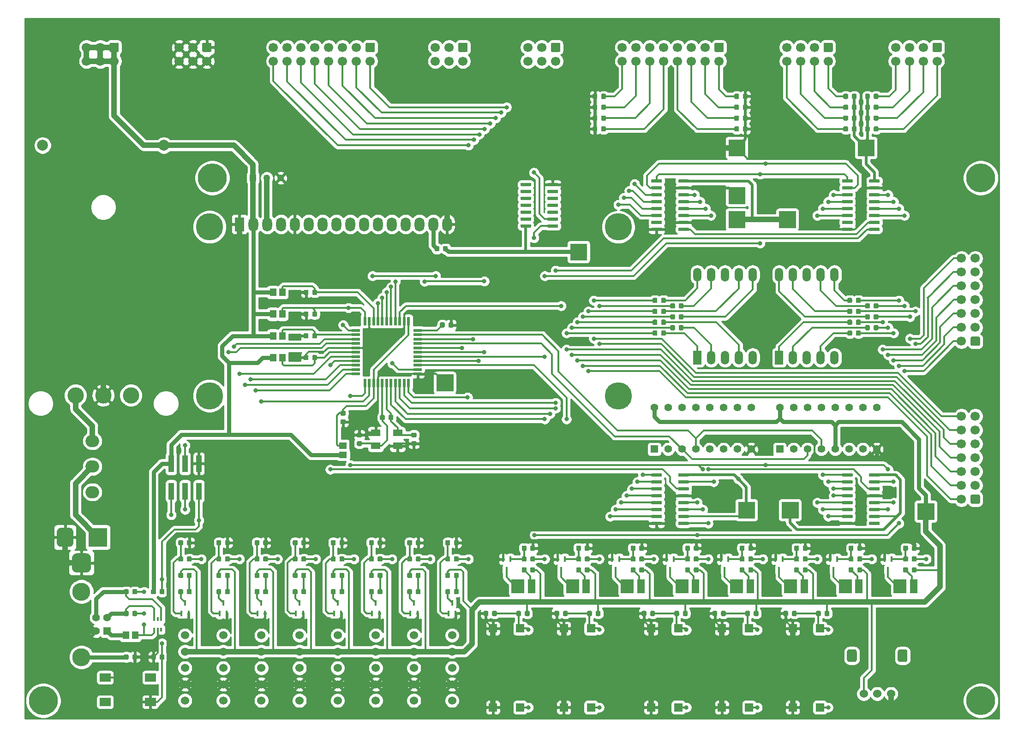
<source format=gtl>
G04 #@! TF.GenerationSoftware,KiCad,Pcbnew,(5.1.5)-3*
G04 #@! TF.CreationDate,2021-06-04T15:37:43+07:00*
G04 #@! TF.ProjectId,digitalSystemBoard,64696769-7461-46c5-9379-7374656d426f,rev?*
G04 #@! TF.SameCoordinates,Original*
G04 #@! TF.FileFunction,Copper,L1,Top*
G04 #@! TF.FilePolarity,Positive*
%FSLAX46Y46*%
G04 Gerber Fmt 4.6, Leading zero omitted, Abs format (unit mm)*
G04 Created by KiCad (PCBNEW (5.1.5)-3) date 2021-06-04 15:37:43*
%MOMM*%
%LPD*%
G04 APERTURE LIST*
%ADD10C,0.100000*%
%ADD11R,1.399997X2.599995*%
%ADD12R,2.399995X2.599995*%
%ADD13R,2.000000X1.500000*%
%ADD14C,3.000000*%
%ADD15C,0.750000*%
%ADD16C,1.248000*%
%ADD17R,1.248000X1.248000*%
%ADD18C,2.000000*%
%ADD19O,2.500000X2.250000*%
%ADD20R,1.500000X1.500000*%
%ADD21R,0.457200X1.117600*%
%ADD22C,5.000000*%
%ADD23O,1.800000X2.600000*%
%ADD24R,1.800000X2.600000*%
%ADD25R,1.524000X2.524000*%
%ADD26O,1.524000X2.524000*%
%ADD27C,1.700000*%
%ADD28C,1.397000*%
%ADD29R,1.397000X1.397000*%
%ADD30C,1.524000*%
%ADD31R,3.500000X3.500000*%
%ADD32R,1.000000X3.150000*%
%ADD33C,5.300000*%
%ADD34R,1.800000X1.200000*%
%ADD35R,0.550000X1.500000*%
%ADD36R,1.500000X0.550000*%
%ADD37R,1.408000X1.408000*%
%ADD38C,1.408000*%
%ADD39C,3.316000*%
%ADD40R,1.200000X1.470000*%
%ADD41R,1.470000X1.200000*%
%ADD42R,0.350000X0.800000*%
%ADD43C,0.800000*%
%ADD44C,0.350000*%
%ADD45C,0.500000*%
%ADD46C,1.000000*%
%ADD47C,0.750000*%
%ADD48C,0.254000*%
G04 APERTURE END LIST*
D10*
G36*
X184500000Y-122500000D02*
G01*
X181500000Y-122500000D01*
X181500000Y-119500000D01*
X184500000Y-119500000D01*
X184500000Y-122500000D01*
G37*
X184500000Y-122500000D02*
X181500000Y-122500000D01*
X181500000Y-119500000D01*
X184500000Y-119500000D01*
X184500000Y-122500000D01*
G36*
X192500000Y-122500000D02*
G01*
X189500000Y-122500000D01*
X189500000Y-119500000D01*
X192500000Y-119500000D01*
X192500000Y-122500000D01*
G37*
X192500000Y-122500000D02*
X189500000Y-122500000D01*
X189500000Y-119500000D01*
X192500000Y-119500000D01*
X192500000Y-122500000D01*
G36*
X217410000Y-122750000D02*
G01*
X214410000Y-122750000D01*
X214410000Y-119750000D01*
X217410000Y-119750000D01*
X217410000Y-122750000D01*
G37*
X217410000Y-122750000D02*
X214410000Y-122750000D01*
X214410000Y-119750000D01*
X217410000Y-119750000D01*
X217410000Y-122750000D01*
G36*
X129160000Y-99080000D02*
G01*
X126160000Y-99080000D01*
X126160000Y-96080000D01*
X129160000Y-96080000D01*
X129160000Y-99080000D01*
G37*
X129160000Y-99080000D02*
X126160000Y-99080000D01*
X126160000Y-96080000D01*
X129160000Y-96080000D01*
X129160000Y-99080000D01*
G36*
X182720000Y-55960000D02*
G01*
X179720000Y-55960000D01*
X179720000Y-52960000D01*
X182720000Y-52960000D01*
X182720000Y-55960000D01*
G37*
X182720000Y-55960000D02*
X179720000Y-55960000D01*
X179720000Y-52960000D01*
X182720000Y-52960000D01*
X182720000Y-55960000D01*
G36*
X182720000Y-64700000D02*
G01*
X179720000Y-64700000D01*
X179720000Y-61700000D01*
X182720000Y-61700000D01*
X182720000Y-64700000D01*
G37*
X182720000Y-64700000D02*
X179720000Y-64700000D01*
X179720000Y-61700000D01*
X182720000Y-61700000D01*
X182720000Y-64700000D01*
G36*
X192010000Y-69110000D02*
G01*
X189010000Y-69110000D01*
X189010000Y-66110000D01*
X192010000Y-66110000D01*
X192010000Y-69110000D01*
G37*
X192010000Y-69110000D02*
X189010000Y-69110000D01*
X189010000Y-66110000D01*
X192010000Y-66110000D01*
X192010000Y-69110000D01*
G36*
X206450000Y-55960000D02*
G01*
X203450000Y-55960000D01*
X203450000Y-52960000D01*
X206450000Y-52960000D01*
X206450000Y-55960000D01*
G37*
X206450000Y-55960000D02*
X203450000Y-55960000D01*
X203450000Y-52960000D01*
X206450000Y-52960000D01*
X206450000Y-55960000D01*
G36*
X182720000Y-69110000D02*
G01*
X179720000Y-69110000D01*
X179720000Y-66110000D01*
X182720000Y-66110000D01*
X182720000Y-69110000D01*
G37*
X182720000Y-69110000D02*
X179720000Y-69110000D01*
X179720000Y-66110000D01*
X182720000Y-66110000D01*
X182720000Y-69110000D01*
G36*
X153710000Y-75070000D02*
G01*
X150710000Y-75070000D01*
X150710000Y-72070000D01*
X153710000Y-72070000D01*
X153710000Y-75070000D01*
G37*
X153710000Y-75070000D02*
X150710000Y-75070000D01*
X150710000Y-72070000D01*
X153710000Y-72070000D01*
X153710000Y-75070000D01*
D11*
X213682909Y-134981000D03*
D12*
X211183041Y-134981000D03*
D11*
X203649909Y-134981000D03*
D12*
X201150041Y-134981000D03*
D11*
X193616909Y-134981000D03*
D12*
X191117041Y-134981000D03*
D11*
X183710909Y-134981000D03*
D12*
X181211041Y-134981000D03*
D11*
X173677909Y-134981000D03*
D12*
X171178041Y-134981000D03*
D11*
X163644909Y-134981000D03*
D12*
X161145041Y-134981000D03*
D11*
X153611909Y-134981000D03*
D12*
X151112041Y-134981000D03*
D13*
X65350000Y-151750000D03*
X65350000Y-156250000D03*
X73650000Y-151750000D03*
X73650000Y-156250000D03*
D11*
X143578909Y-134981000D03*
D12*
X141079041Y-134981000D03*
D14*
X70080000Y-99920000D03*
X59920000Y-99920000D03*
X65000000Y-99920000D03*
D15*
X184000000Y-122000000D03*
X182000000Y-122000000D03*
X182000000Y-120000000D03*
X184000000Y-120000000D03*
X183000000Y-121000000D03*
X191000000Y-121000000D03*
X192000000Y-120000000D03*
X190000000Y-120000000D03*
X190000000Y-122000000D03*
X192000000Y-122000000D03*
X216910000Y-122250000D03*
X214910000Y-122250000D03*
X214910000Y-120250000D03*
X216910000Y-120250000D03*
X215910000Y-121250000D03*
X128660000Y-98580000D03*
X126660000Y-98580000D03*
X126660000Y-96580000D03*
X128660000Y-96580000D03*
X127660000Y-97580000D03*
X181220000Y-54460000D03*
X182220000Y-53460000D03*
X180220000Y-53460000D03*
X180220000Y-55460000D03*
X182220000Y-55460000D03*
X182220000Y-64200000D03*
X180220000Y-64200000D03*
X180220000Y-62200000D03*
X182220000Y-62200000D03*
X181220000Y-63200000D03*
X190510000Y-67610000D03*
X191510000Y-66610000D03*
X189510000Y-66610000D03*
X189510000Y-68610000D03*
X191510000Y-68610000D03*
X205950000Y-55460000D03*
X203950000Y-55460000D03*
X203950000Y-53460000D03*
X205950000Y-53460000D03*
X204950000Y-54460000D03*
X182220000Y-68610000D03*
X180220000Y-68610000D03*
X180220000Y-66610000D03*
X182220000Y-66610000D03*
X181220000Y-67610000D03*
X153210000Y-74570000D03*
X151210000Y-74570000D03*
X151210000Y-72570000D03*
X153210000Y-72570000D03*
X152210000Y-73570000D03*
G04 #@! TA.AperFunction,SMDPad,CuDef*
D10*
G36*
X207314703Y-114255722D02*
G01*
X207329264Y-114257882D01*
X207343543Y-114261459D01*
X207357403Y-114266418D01*
X207370710Y-114272712D01*
X207383336Y-114280280D01*
X207395159Y-114289048D01*
X207406066Y-114298934D01*
X207415952Y-114309841D01*
X207424720Y-114321664D01*
X207432288Y-114334290D01*
X207438582Y-114347597D01*
X207443541Y-114361457D01*
X207447118Y-114375736D01*
X207449278Y-114390297D01*
X207450000Y-114405000D01*
X207450000Y-114705000D01*
X207449278Y-114719703D01*
X207447118Y-114734264D01*
X207443541Y-114748543D01*
X207438582Y-114762403D01*
X207432288Y-114775710D01*
X207424720Y-114788336D01*
X207415952Y-114800159D01*
X207406066Y-114811066D01*
X207395159Y-114820952D01*
X207383336Y-114829720D01*
X207370710Y-114837288D01*
X207357403Y-114843582D01*
X207343543Y-114848541D01*
X207329264Y-114852118D01*
X207314703Y-114854278D01*
X207300000Y-114855000D01*
X205650000Y-114855000D01*
X205635297Y-114854278D01*
X205620736Y-114852118D01*
X205606457Y-114848541D01*
X205592597Y-114843582D01*
X205579290Y-114837288D01*
X205566664Y-114829720D01*
X205554841Y-114820952D01*
X205543934Y-114811066D01*
X205534048Y-114800159D01*
X205525280Y-114788336D01*
X205517712Y-114775710D01*
X205511418Y-114762403D01*
X205506459Y-114748543D01*
X205502882Y-114734264D01*
X205500722Y-114719703D01*
X205500000Y-114705000D01*
X205500000Y-114405000D01*
X205500722Y-114390297D01*
X205502882Y-114375736D01*
X205506459Y-114361457D01*
X205511418Y-114347597D01*
X205517712Y-114334290D01*
X205525280Y-114321664D01*
X205534048Y-114309841D01*
X205543934Y-114298934D01*
X205554841Y-114289048D01*
X205566664Y-114280280D01*
X205579290Y-114272712D01*
X205592597Y-114266418D01*
X205606457Y-114261459D01*
X205620736Y-114257882D01*
X205635297Y-114255722D01*
X205650000Y-114255000D01*
X207300000Y-114255000D01*
X207314703Y-114255722D01*
G37*
G04 #@! TD.AperFunction*
G04 #@! TA.AperFunction,SMDPad,CuDef*
G36*
X207314703Y-115525722D02*
G01*
X207329264Y-115527882D01*
X207343543Y-115531459D01*
X207357403Y-115536418D01*
X207370710Y-115542712D01*
X207383336Y-115550280D01*
X207395159Y-115559048D01*
X207406066Y-115568934D01*
X207415952Y-115579841D01*
X207424720Y-115591664D01*
X207432288Y-115604290D01*
X207438582Y-115617597D01*
X207443541Y-115631457D01*
X207447118Y-115645736D01*
X207449278Y-115660297D01*
X207450000Y-115675000D01*
X207450000Y-115975000D01*
X207449278Y-115989703D01*
X207447118Y-116004264D01*
X207443541Y-116018543D01*
X207438582Y-116032403D01*
X207432288Y-116045710D01*
X207424720Y-116058336D01*
X207415952Y-116070159D01*
X207406066Y-116081066D01*
X207395159Y-116090952D01*
X207383336Y-116099720D01*
X207370710Y-116107288D01*
X207357403Y-116113582D01*
X207343543Y-116118541D01*
X207329264Y-116122118D01*
X207314703Y-116124278D01*
X207300000Y-116125000D01*
X205650000Y-116125000D01*
X205635297Y-116124278D01*
X205620736Y-116122118D01*
X205606457Y-116118541D01*
X205592597Y-116113582D01*
X205579290Y-116107288D01*
X205566664Y-116099720D01*
X205554841Y-116090952D01*
X205543934Y-116081066D01*
X205534048Y-116070159D01*
X205525280Y-116058336D01*
X205517712Y-116045710D01*
X205511418Y-116032403D01*
X205506459Y-116018543D01*
X205502882Y-116004264D01*
X205500722Y-115989703D01*
X205500000Y-115975000D01*
X205500000Y-115675000D01*
X205500722Y-115660297D01*
X205502882Y-115645736D01*
X205506459Y-115631457D01*
X205511418Y-115617597D01*
X205517712Y-115604290D01*
X205525280Y-115591664D01*
X205534048Y-115579841D01*
X205543934Y-115568934D01*
X205554841Y-115559048D01*
X205566664Y-115550280D01*
X205579290Y-115542712D01*
X205592597Y-115536418D01*
X205606457Y-115531459D01*
X205620736Y-115527882D01*
X205635297Y-115525722D01*
X205650000Y-115525000D01*
X207300000Y-115525000D01*
X207314703Y-115525722D01*
G37*
G04 #@! TD.AperFunction*
G04 #@! TA.AperFunction,SMDPad,CuDef*
G36*
X207314703Y-116795722D02*
G01*
X207329264Y-116797882D01*
X207343543Y-116801459D01*
X207357403Y-116806418D01*
X207370710Y-116812712D01*
X207383336Y-116820280D01*
X207395159Y-116829048D01*
X207406066Y-116838934D01*
X207415952Y-116849841D01*
X207424720Y-116861664D01*
X207432288Y-116874290D01*
X207438582Y-116887597D01*
X207443541Y-116901457D01*
X207447118Y-116915736D01*
X207449278Y-116930297D01*
X207450000Y-116945000D01*
X207450000Y-117245000D01*
X207449278Y-117259703D01*
X207447118Y-117274264D01*
X207443541Y-117288543D01*
X207438582Y-117302403D01*
X207432288Y-117315710D01*
X207424720Y-117328336D01*
X207415952Y-117340159D01*
X207406066Y-117351066D01*
X207395159Y-117360952D01*
X207383336Y-117369720D01*
X207370710Y-117377288D01*
X207357403Y-117383582D01*
X207343543Y-117388541D01*
X207329264Y-117392118D01*
X207314703Y-117394278D01*
X207300000Y-117395000D01*
X205650000Y-117395000D01*
X205635297Y-117394278D01*
X205620736Y-117392118D01*
X205606457Y-117388541D01*
X205592597Y-117383582D01*
X205579290Y-117377288D01*
X205566664Y-117369720D01*
X205554841Y-117360952D01*
X205543934Y-117351066D01*
X205534048Y-117340159D01*
X205525280Y-117328336D01*
X205517712Y-117315710D01*
X205511418Y-117302403D01*
X205506459Y-117288543D01*
X205502882Y-117274264D01*
X205500722Y-117259703D01*
X205500000Y-117245000D01*
X205500000Y-116945000D01*
X205500722Y-116930297D01*
X205502882Y-116915736D01*
X205506459Y-116901457D01*
X205511418Y-116887597D01*
X205517712Y-116874290D01*
X205525280Y-116861664D01*
X205534048Y-116849841D01*
X205543934Y-116838934D01*
X205554841Y-116829048D01*
X205566664Y-116820280D01*
X205579290Y-116812712D01*
X205592597Y-116806418D01*
X205606457Y-116801459D01*
X205620736Y-116797882D01*
X205635297Y-116795722D01*
X205650000Y-116795000D01*
X207300000Y-116795000D01*
X207314703Y-116795722D01*
G37*
G04 #@! TD.AperFunction*
G04 #@! TA.AperFunction,SMDPad,CuDef*
G36*
X207314703Y-118065722D02*
G01*
X207329264Y-118067882D01*
X207343543Y-118071459D01*
X207357403Y-118076418D01*
X207370710Y-118082712D01*
X207383336Y-118090280D01*
X207395159Y-118099048D01*
X207406066Y-118108934D01*
X207415952Y-118119841D01*
X207424720Y-118131664D01*
X207432288Y-118144290D01*
X207438582Y-118157597D01*
X207443541Y-118171457D01*
X207447118Y-118185736D01*
X207449278Y-118200297D01*
X207450000Y-118215000D01*
X207450000Y-118515000D01*
X207449278Y-118529703D01*
X207447118Y-118544264D01*
X207443541Y-118558543D01*
X207438582Y-118572403D01*
X207432288Y-118585710D01*
X207424720Y-118598336D01*
X207415952Y-118610159D01*
X207406066Y-118621066D01*
X207395159Y-118630952D01*
X207383336Y-118639720D01*
X207370710Y-118647288D01*
X207357403Y-118653582D01*
X207343543Y-118658541D01*
X207329264Y-118662118D01*
X207314703Y-118664278D01*
X207300000Y-118665000D01*
X205650000Y-118665000D01*
X205635297Y-118664278D01*
X205620736Y-118662118D01*
X205606457Y-118658541D01*
X205592597Y-118653582D01*
X205579290Y-118647288D01*
X205566664Y-118639720D01*
X205554841Y-118630952D01*
X205543934Y-118621066D01*
X205534048Y-118610159D01*
X205525280Y-118598336D01*
X205517712Y-118585710D01*
X205511418Y-118572403D01*
X205506459Y-118558543D01*
X205502882Y-118544264D01*
X205500722Y-118529703D01*
X205500000Y-118515000D01*
X205500000Y-118215000D01*
X205500722Y-118200297D01*
X205502882Y-118185736D01*
X205506459Y-118171457D01*
X205511418Y-118157597D01*
X205517712Y-118144290D01*
X205525280Y-118131664D01*
X205534048Y-118119841D01*
X205543934Y-118108934D01*
X205554841Y-118099048D01*
X205566664Y-118090280D01*
X205579290Y-118082712D01*
X205592597Y-118076418D01*
X205606457Y-118071459D01*
X205620736Y-118067882D01*
X205635297Y-118065722D01*
X205650000Y-118065000D01*
X207300000Y-118065000D01*
X207314703Y-118065722D01*
G37*
G04 #@! TD.AperFunction*
G04 #@! TA.AperFunction,SMDPad,CuDef*
G36*
X207314703Y-119335722D02*
G01*
X207329264Y-119337882D01*
X207343543Y-119341459D01*
X207357403Y-119346418D01*
X207370710Y-119352712D01*
X207383336Y-119360280D01*
X207395159Y-119369048D01*
X207406066Y-119378934D01*
X207415952Y-119389841D01*
X207424720Y-119401664D01*
X207432288Y-119414290D01*
X207438582Y-119427597D01*
X207443541Y-119441457D01*
X207447118Y-119455736D01*
X207449278Y-119470297D01*
X207450000Y-119485000D01*
X207450000Y-119785000D01*
X207449278Y-119799703D01*
X207447118Y-119814264D01*
X207443541Y-119828543D01*
X207438582Y-119842403D01*
X207432288Y-119855710D01*
X207424720Y-119868336D01*
X207415952Y-119880159D01*
X207406066Y-119891066D01*
X207395159Y-119900952D01*
X207383336Y-119909720D01*
X207370710Y-119917288D01*
X207357403Y-119923582D01*
X207343543Y-119928541D01*
X207329264Y-119932118D01*
X207314703Y-119934278D01*
X207300000Y-119935000D01*
X205650000Y-119935000D01*
X205635297Y-119934278D01*
X205620736Y-119932118D01*
X205606457Y-119928541D01*
X205592597Y-119923582D01*
X205579290Y-119917288D01*
X205566664Y-119909720D01*
X205554841Y-119900952D01*
X205543934Y-119891066D01*
X205534048Y-119880159D01*
X205525280Y-119868336D01*
X205517712Y-119855710D01*
X205511418Y-119842403D01*
X205506459Y-119828543D01*
X205502882Y-119814264D01*
X205500722Y-119799703D01*
X205500000Y-119785000D01*
X205500000Y-119485000D01*
X205500722Y-119470297D01*
X205502882Y-119455736D01*
X205506459Y-119441457D01*
X205511418Y-119427597D01*
X205517712Y-119414290D01*
X205525280Y-119401664D01*
X205534048Y-119389841D01*
X205543934Y-119378934D01*
X205554841Y-119369048D01*
X205566664Y-119360280D01*
X205579290Y-119352712D01*
X205592597Y-119346418D01*
X205606457Y-119341459D01*
X205620736Y-119337882D01*
X205635297Y-119335722D01*
X205650000Y-119335000D01*
X207300000Y-119335000D01*
X207314703Y-119335722D01*
G37*
G04 #@! TD.AperFunction*
G04 #@! TA.AperFunction,SMDPad,CuDef*
G36*
X207314703Y-120605722D02*
G01*
X207329264Y-120607882D01*
X207343543Y-120611459D01*
X207357403Y-120616418D01*
X207370710Y-120622712D01*
X207383336Y-120630280D01*
X207395159Y-120639048D01*
X207406066Y-120648934D01*
X207415952Y-120659841D01*
X207424720Y-120671664D01*
X207432288Y-120684290D01*
X207438582Y-120697597D01*
X207443541Y-120711457D01*
X207447118Y-120725736D01*
X207449278Y-120740297D01*
X207450000Y-120755000D01*
X207450000Y-121055000D01*
X207449278Y-121069703D01*
X207447118Y-121084264D01*
X207443541Y-121098543D01*
X207438582Y-121112403D01*
X207432288Y-121125710D01*
X207424720Y-121138336D01*
X207415952Y-121150159D01*
X207406066Y-121161066D01*
X207395159Y-121170952D01*
X207383336Y-121179720D01*
X207370710Y-121187288D01*
X207357403Y-121193582D01*
X207343543Y-121198541D01*
X207329264Y-121202118D01*
X207314703Y-121204278D01*
X207300000Y-121205000D01*
X205650000Y-121205000D01*
X205635297Y-121204278D01*
X205620736Y-121202118D01*
X205606457Y-121198541D01*
X205592597Y-121193582D01*
X205579290Y-121187288D01*
X205566664Y-121179720D01*
X205554841Y-121170952D01*
X205543934Y-121161066D01*
X205534048Y-121150159D01*
X205525280Y-121138336D01*
X205517712Y-121125710D01*
X205511418Y-121112403D01*
X205506459Y-121098543D01*
X205502882Y-121084264D01*
X205500722Y-121069703D01*
X205500000Y-121055000D01*
X205500000Y-120755000D01*
X205500722Y-120740297D01*
X205502882Y-120725736D01*
X205506459Y-120711457D01*
X205511418Y-120697597D01*
X205517712Y-120684290D01*
X205525280Y-120671664D01*
X205534048Y-120659841D01*
X205543934Y-120648934D01*
X205554841Y-120639048D01*
X205566664Y-120630280D01*
X205579290Y-120622712D01*
X205592597Y-120616418D01*
X205606457Y-120611459D01*
X205620736Y-120607882D01*
X205635297Y-120605722D01*
X205650000Y-120605000D01*
X207300000Y-120605000D01*
X207314703Y-120605722D01*
G37*
G04 #@! TD.AperFunction*
G04 #@! TA.AperFunction,SMDPad,CuDef*
G36*
X207314703Y-121875722D02*
G01*
X207329264Y-121877882D01*
X207343543Y-121881459D01*
X207357403Y-121886418D01*
X207370710Y-121892712D01*
X207383336Y-121900280D01*
X207395159Y-121909048D01*
X207406066Y-121918934D01*
X207415952Y-121929841D01*
X207424720Y-121941664D01*
X207432288Y-121954290D01*
X207438582Y-121967597D01*
X207443541Y-121981457D01*
X207447118Y-121995736D01*
X207449278Y-122010297D01*
X207450000Y-122025000D01*
X207450000Y-122325000D01*
X207449278Y-122339703D01*
X207447118Y-122354264D01*
X207443541Y-122368543D01*
X207438582Y-122382403D01*
X207432288Y-122395710D01*
X207424720Y-122408336D01*
X207415952Y-122420159D01*
X207406066Y-122431066D01*
X207395159Y-122440952D01*
X207383336Y-122449720D01*
X207370710Y-122457288D01*
X207357403Y-122463582D01*
X207343543Y-122468541D01*
X207329264Y-122472118D01*
X207314703Y-122474278D01*
X207300000Y-122475000D01*
X205650000Y-122475000D01*
X205635297Y-122474278D01*
X205620736Y-122472118D01*
X205606457Y-122468541D01*
X205592597Y-122463582D01*
X205579290Y-122457288D01*
X205566664Y-122449720D01*
X205554841Y-122440952D01*
X205543934Y-122431066D01*
X205534048Y-122420159D01*
X205525280Y-122408336D01*
X205517712Y-122395710D01*
X205511418Y-122382403D01*
X205506459Y-122368543D01*
X205502882Y-122354264D01*
X205500722Y-122339703D01*
X205500000Y-122325000D01*
X205500000Y-122025000D01*
X205500722Y-122010297D01*
X205502882Y-121995736D01*
X205506459Y-121981457D01*
X205511418Y-121967597D01*
X205517712Y-121954290D01*
X205525280Y-121941664D01*
X205534048Y-121929841D01*
X205543934Y-121918934D01*
X205554841Y-121909048D01*
X205566664Y-121900280D01*
X205579290Y-121892712D01*
X205592597Y-121886418D01*
X205606457Y-121881459D01*
X205620736Y-121877882D01*
X205635297Y-121875722D01*
X205650000Y-121875000D01*
X207300000Y-121875000D01*
X207314703Y-121875722D01*
G37*
G04 #@! TD.AperFunction*
G04 #@! TA.AperFunction,SMDPad,CuDef*
G36*
X207314703Y-123145722D02*
G01*
X207329264Y-123147882D01*
X207343543Y-123151459D01*
X207357403Y-123156418D01*
X207370710Y-123162712D01*
X207383336Y-123170280D01*
X207395159Y-123179048D01*
X207406066Y-123188934D01*
X207415952Y-123199841D01*
X207424720Y-123211664D01*
X207432288Y-123224290D01*
X207438582Y-123237597D01*
X207443541Y-123251457D01*
X207447118Y-123265736D01*
X207449278Y-123280297D01*
X207450000Y-123295000D01*
X207450000Y-123595000D01*
X207449278Y-123609703D01*
X207447118Y-123624264D01*
X207443541Y-123638543D01*
X207438582Y-123652403D01*
X207432288Y-123665710D01*
X207424720Y-123678336D01*
X207415952Y-123690159D01*
X207406066Y-123701066D01*
X207395159Y-123710952D01*
X207383336Y-123719720D01*
X207370710Y-123727288D01*
X207357403Y-123733582D01*
X207343543Y-123738541D01*
X207329264Y-123742118D01*
X207314703Y-123744278D01*
X207300000Y-123745000D01*
X205650000Y-123745000D01*
X205635297Y-123744278D01*
X205620736Y-123742118D01*
X205606457Y-123738541D01*
X205592597Y-123733582D01*
X205579290Y-123727288D01*
X205566664Y-123719720D01*
X205554841Y-123710952D01*
X205543934Y-123701066D01*
X205534048Y-123690159D01*
X205525280Y-123678336D01*
X205517712Y-123665710D01*
X205511418Y-123652403D01*
X205506459Y-123638543D01*
X205502882Y-123624264D01*
X205500722Y-123609703D01*
X205500000Y-123595000D01*
X205500000Y-123295000D01*
X205500722Y-123280297D01*
X205502882Y-123265736D01*
X205506459Y-123251457D01*
X205511418Y-123237597D01*
X205517712Y-123224290D01*
X205525280Y-123211664D01*
X205534048Y-123199841D01*
X205543934Y-123188934D01*
X205554841Y-123179048D01*
X205566664Y-123170280D01*
X205579290Y-123162712D01*
X205592597Y-123156418D01*
X205606457Y-123151459D01*
X205620736Y-123147882D01*
X205635297Y-123145722D01*
X205650000Y-123145000D01*
X207300000Y-123145000D01*
X207314703Y-123145722D01*
G37*
G04 #@! TD.AperFunction*
G04 #@! TA.AperFunction,SMDPad,CuDef*
G36*
X202364703Y-123145722D02*
G01*
X202379264Y-123147882D01*
X202393543Y-123151459D01*
X202407403Y-123156418D01*
X202420710Y-123162712D01*
X202433336Y-123170280D01*
X202445159Y-123179048D01*
X202456066Y-123188934D01*
X202465952Y-123199841D01*
X202474720Y-123211664D01*
X202482288Y-123224290D01*
X202488582Y-123237597D01*
X202493541Y-123251457D01*
X202497118Y-123265736D01*
X202499278Y-123280297D01*
X202500000Y-123295000D01*
X202500000Y-123595000D01*
X202499278Y-123609703D01*
X202497118Y-123624264D01*
X202493541Y-123638543D01*
X202488582Y-123652403D01*
X202482288Y-123665710D01*
X202474720Y-123678336D01*
X202465952Y-123690159D01*
X202456066Y-123701066D01*
X202445159Y-123710952D01*
X202433336Y-123719720D01*
X202420710Y-123727288D01*
X202407403Y-123733582D01*
X202393543Y-123738541D01*
X202379264Y-123742118D01*
X202364703Y-123744278D01*
X202350000Y-123745000D01*
X200700000Y-123745000D01*
X200685297Y-123744278D01*
X200670736Y-123742118D01*
X200656457Y-123738541D01*
X200642597Y-123733582D01*
X200629290Y-123727288D01*
X200616664Y-123719720D01*
X200604841Y-123710952D01*
X200593934Y-123701066D01*
X200584048Y-123690159D01*
X200575280Y-123678336D01*
X200567712Y-123665710D01*
X200561418Y-123652403D01*
X200556459Y-123638543D01*
X200552882Y-123624264D01*
X200550722Y-123609703D01*
X200550000Y-123595000D01*
X200550000Y-123295000D01*
X200550722Y-123280297D01*
X200552882Y-123265736D01*
X200556459Y-123251457D01*
X200561418Y-123237597D01*
X200567712Y-123224290D01*
X200575280Y-123211664D01*
X200584048Y-123199841D01*
X200593934Y-123188934D01*
X200604841Y-123179048D01*
X200616664Y-123170280D01*
X200629290Y-123162712D01*
X200642597Y-123156418D01*
X200656457Y-123151459D01*
X200670736Y-123147882D01*
X200685297Y-123145722D01*
X200700000Y-123145000D01*
X202350000Y-123145000D01*
X202364703Y-123145722D01*
G37*
G04 #@! TD.AperFunction*
G04 #@! TA.AperFunction,SMDPad,CuDef*
G36*
X202364703Y-121875722D02*
G01*
X202379264Y-121877882D01*
X202393543Y-121881459D01*
X202407403Y-121886418D01*
X202420710Y-121892712D01*
X202433336Y-121900280D01*
X202445159Y-121909048D01*
X202456066Y-121918934D01*
X202465952Y-121929841D01*
X202474720Y-121941664D01*
X202482288Y-121954290D01*
X202488582Y-121967597D01*
X202493541Y-121981457D01*
X202497118Y-121995736D01*
X202499278Y-122010297D01*
X202500000Y-122025000D01*
X202500000Y-122325000D01*
X202499278Y-122339703D01*
X202497118Y-122354264D01*
X202493541Y-122368543D01*
X202488582Y-122382403D01*
X202482288Y-122395710D01*
X202474720Y-122408336D01*
X202465952Y-122420159D01*
X202456066Y-122431066D01*
X202445159Y-122440952D01*
X202433336Y-122449720D01*
X202420710Y-122457288D01*
X202407403Y-122463582D01*
X202393543Y-122468541D01*
X202379264Y-122472118D01*
X202364703Y-122474278D01*
X202350000Y-122475000D01*
X200700000Y-122475000D01*
X200685297Y-122474278D01*
X200670736Y-122472118D01*
X200656457Y-122468541D01*
X200642597Y-122463582D01*
X200629290Y-122457288D01*
X200616664Y-122449720D01*
X200604841Y-122440952D01*
X200593934Y-122431066D01*
X200584048Y-122420159D01*
X200575280Y-122408336D01*
X200567712Y-122395710D01*
X200561418Y-122382403D01*
X200556459Y-122368543D01*
X200552882Y-122354264D01*
X200550722Y-122339703D01*
X200550000Y-122325000D01*
X200550000Y-122025000D01*
X200550722Y-122010297D01*
X200552882Y-121995736D01*
X200556459Y-121981457D01*
X200561418Y-121967597D01*
X200567712Y-121954290D01*
X200575280Y-121941664D01*
X200584048Y-121929841D01*
X200593934Y-121918934D01*
X200604841Y-121909048D01*
X200616664Y-121900280D01*
X200629290Y-121892712D01*
X200642597Y-121886418D01*
X200656457Y-121881459D01*
X200670736Y-121877882D01*
X200685297Y-121875722D01*
X200700000Y-121875000D01*
X202350000Y-121875000D01*
X202364703Y-121875722D01*
G37*
G04 #@! TD.AperFunction*
G04 #@! TA.AperFunction,SMDPad,CuDef*
G36*
X202364703Y-120605722D02*
G01*
X202379264Y-120607882D01*
X202393543Y-120611459D01*
X202407403Y-120616418D01*
X202420710Y-120622712D01*
X202433336Y-120630280D01*
X202445159Y-120639048D01*
X202456066Y-120648934D01*
X202465952Y-120659841D01*
X202474720Y-120671664D01*
X202482288Y-120684290D01*
X202488582Y-120697597D01*
X202493541Y-120711457D01*
X202497118Y-120725736D01*
X202499278Y-120740297D01*
X202500000Y-120755000D01*
X202500000Y-121055000D01*
X202499278Y-121069703D01*
X202497118Y-121084264D01*
X202493541Y-121098543D01*
X202488582Y-121112403D01*
X202482288Y-121125710D01*
X202474720Y-121138336D01*
X202465952Y-121150159D01*
X202456066Y-121161066D01*
X202445159Y-121170952D01*
X202433336Y-121179720D01*
X202420710Y-121187288D01*
X202407403Y-121193582D01*
X202393543Y-121198541D01*
X202379264Y-121202118D01*
X202364703Y-121204278D01*
X202350000Y-121205000D01*
X200700000Y-121205000D01*
X200685297Y-121204278D01*
X200670736Y-121202118D01*
X200656457Y-121198541D01*
X200642597Y-121193582D01*
X200629290Y-121187288D01*
X200616664Y-121179720D01*
X200604841Y-121170952D01*
X200593934Y-121161066D01*
X200584048Y-121150159D01*
X200575280Y-121138336D01*
X200567712Y-121125710D01*
X200561418Y-121112403D01*
X200556459Y-121098543D01*
X200552882Y-121084264D01*
X200550722Y-121069703D01*
X200550000Y-121055000D01*
X200550000Y-120755000D01*
X200550722Y-120740297D01*
X200552882Y-120725736D01*
X200556459Y-120711457D01*
X200561418Y-120697597D01*
X200567712Y-120684290D01*
X200575280Y-120671664D01*
X200584048Y-120659841D01*
X200593934Y-120648934D01*
X200604841Y-120639048D01*
X200616664Y-120630280D01*
X200629290Y-120622712D01*
X200642597Y-120616418D01*
X200656457Y-120611459D01*
X200670736Y-120607882D01*
X200685297Y-120605722D01*
X200700000Y-120605000D01*
X202350000Y-120605000D01*
X202364703Y-120605722D01*
G37*
G04 #@! TD.AperFunction*
G04 #@! TA.AperFunction,SMDPad,CuDef*
G36*
X202364703Y-119335722D02*
G01*
X202379264Y-119337882D01*
X202393543Y-119341459D01*
X202407403Y-119346418D01*
X202420710Y-119352712D01*
X202433336Y-119360280D01*
X202445159Y-119369048D01*
X202456066Y-119378934D01*
X202465952Y-119389841D01*
X202474720Y-119401664D01*
X202482288Y-119414290D01*
X202488582Y-119427597D01*
X202493541Y-119441457D01*
X202497118Y-119455736D01*
X202499278Y-119470297D01*
X202500000Y-119485000D01*
X202500000Y-119785000D01*
X202499278Y-119799703D01*
X202497118Y-119814264D01*
X202493541Y-119828543D01*
X202488582Y-119842403D01*
X202482288Y-119855710D01*
X202474720Y-119868336D01*
X202465952Y-119880159D01*
X202456066Y-119891066D01*
X202445159Y-119900952D01*
X202433336Y-119909720D01*
X202420710Y-119917288D01*
X202407403Y-119923582D01*
X202393543Y-119928541D01*
X202379264Y-119932118D01*
X202364703Y-119934278D01*
X202350000Y-119935000D01*
X200700000Y-119935000D01*
X200685297Y-119934278D01*
X200670736Y-119932118D01*
X200656457Y-119928541D01*
X200642597Y-119923582D01*
X200629290Y-119917288D01*
X200616664Y-119909720D01*
X200604841Y-119900952D01*
X200593934Y-119891066D01*
X200584048Y-119880159D01*
X200575280Y-119868336D01*
X200567712Y-119855710D01*
X200561418Y-119842403D01*
X200556459Y-119828543D01*
X200552882Y-119814264D01*
X200550722Y-119799703D01*
X200550000Y-119785000D01*
X200550000Y-119485000D01*
X200550722Y-119470297D01*
X200552882Y-119455736D01*
X200556459Y-119441457D01*
X200561418Y-119427597D01*
X200567712Y-119414290D01*
X200575280Y-119401664D01*
X200584048Y-119389841D01*
X200593934Y-119378934D01*
X200604841Y-119369048D01*
X200616664Y-119360280D01*
X200629290Y-119352712D01*
X200642597Y-119346418D01*
X200656457Y-119341459D01*
X200670736Y-119337882D01*
X200685297Y-119335722D01*
X200700000Y-119335000D01*
X202350000Y-119335000D01*
X202364703Y-119335722D01*
G37*
G04 #@! TD.AperFunction*
G04 #@! TA.AperFunction,SMDPad,CuDef*
G36*
X202364703Y-118065722D02*
G01*
X202379264Y-118067882D01*
X202393543Y-118071459D01*
X202407403Y-118076418D01*
X202420710Y-118082712D01*
X202433336Y-118090280D01*
X202445159Y-118099048D01*
X202456066Y-118108934D01*
X202465952Y-118119841D01*
X202474720Y-118131664D01*
X202482288Y-118144290D01*
X202488582Y-118157597D01*
X202493541Y-118171457D01*
X202497118Y-118185736D01*
X202499278Y-118200297D01*
X202500000Y-118215000D01*
X202500000Y-118515000D01*
X202499278Y-118529703D01*
X202497118Y-118544264D01*
X202493541Y-118558543D01*
X202488582Y-118572403D01*
X202482288Y-118585710D01*
X202474720Y-118598336D01*
X202465952Y-118610159D01*
X202456066Y-118621066D01*
X202445159Y-118630952D01*
X202433336Y-118639720D01*
X202420710Y-118647288D01*
X202407403Y-118653582D01*
X202393543Y-118658541D01*
X202379264Y-118662118D01*
X202364703Y-118664278D01*
X202350000Y-118665000D01*
X200700000Y-118665000D01*
X200685297Y-118664278D01*
X200670736Y-118662118D01*
X200656457Y-118658541D01*
X200642597Y-118653582D01*
X200629290Y-118647288D01*
X200616664Y-118639720D01*
X200604841Y-118630952D01*
X200593934Y-118621066D01*
X200584048Y-118610159D01*
X200575280Y-118598336D01*
X200567712Y-118585710D01*
X200561418Y-118572403D01*
X200556459Y-118558543D01*
X200552882Y-118544264D01*
X200550722Y-118529703D01*
X200550000Y-118515000D01*
X200550000Y-118215000D01*
X200550722Y-118200297D01*
X200552882Y-118185736D01*
X200556459Y-118171457D01*
X200561418Y-118157597D01*
X200567712Y-118144290D01*
X200575280Y-118131664D01*
X200584048Y-118119841D01*
X200593934Y-118108934D01*
X200604841Y-118099048D01*
X200616664Y-118090280D01*
X200629290Y-118082712D01*
X200642597Y-118076418D01*
X200656457Y-118071459D01*
X200670736Y-118067882D01*
X200685297Y-118065722D01*
X200700000Y-118065000D01*
X202350000Y-118065000D01*
X202364703Y-118065722D01*
G37*
G04 #@! TD.AperFunction*
G04 #@! TA.AperFunction,SMDPad,CuDef*
G36*
X202364703Y-116795722D02*
G01*
X202379264Y-116797882D01*
X202393543Y-116801459D01*
X202407403Y-116806418D01*
X202420710Y-116812712D01*
X202433336Y-116820280D01*
X202445159Y-116829048D01*
X202456066Y-116838934D01*
X202465952Y-116849841D01*
X202474720Y-116861664D01*
X202482288Y-116874290D01*
X202488582Y-116887597D01*
X202493541Y-116901457D01*
X202497118Y-116915736D01*
X202499278Y-116930297D01*
X202500000Y-116945000D01*
X202500000Y-117245000D01*
X202499278Y-117259703D01*
X202497118Y-117274264D01*
X202493541Y-117288543D01*
X202488582Y-117302403D01*
X202482288Y-117315710D01*
X202474720Y-117328336D01*
X202465952Y-117340159D01*
X202456066Y-117351066D01*
X202445159Y-117360952D01*
X202433336Y-117369720D01*
X202420710Y-117377288D01*
X202407403Y-117383582D01*
X202393543Y-117388541D01*
X202379264Y-117392118D01*
X202364703Y-117394278D01*
X202350000Y-117395000D01*
X200700000Y-117395000D01*
X200685297Y-117394278D01*
X200670736Y-117392118D01*
X200656457Y-117388541D01*
X200642597Y-117383582D01*
X200629290Y-117377288D01*
X200616664Y-117369720D01*
X200604841Y-117360952D01*
X200593934Y-117351066D01*
X200584048Y-117340159D01*
X200575280Y-117328336D01*
X200567712Y-117315710D01*
X200561418Y-117302403D01*
X200556459Y-117288543D01*
X200552882Y-117274264D01*
X200550722Y-117259703D01*
X200550000Y-117245000D01*
X200550000Y-116945000D01*
X200550722Y-116930297D01*
X200552882Y-116915736D01*
X200556459Y-116901457D01*
X200561418Y-116887597D01*
X200567712Y-116874290D01*
X200575280Y-116861664D01*
X200584048Y-116849841D01*
X200593934Y-116838934D01*
X200604841Y-116829048D01*
X200616664Y-116820280D01*
X200629290Y-116812712D01*
X200642597Y-116806418D01*
X200656457Y-116801459D01*
X200670736Y-116797882D01*
X200685297Y-116795722D01*
X200700000Y-116795000D01*
X202350000Y-116795000D01*
X202364703Y-116795722D01*
G37*
G04 #@! TD.AperFunction*
G04 #@! TA.AperFunction,SMDPad,CuDef*
G36*
X202364703Y-115525722D02*
G01*
X202379264Y-115527882D01*
X202393543Y-115531459D01*
X202407403Y-115536418D01*
X202420710Y-115542712D01*
X202433336Y-115550280D01*
X202445159Y-115559048D01*
X202456066Y-115568934D01*
X202465952Y-115579841D01*
X202474720Y-115591664D01*
X202482288Y-115604290D01*
X202488582Y-115617597D01*
X202493541Y-115631457D01*
X202497118Y-115645736D01*
X202499278Y-115660297D01*
X202500000Y-115675000D01*
X202500000Y-115975000D01*
X202499278Y-115989703D01*
X202497118Y-116004264D01*
X202493541Y-116018543D01*
X202488582Y-116032403D01*
X202482288Y-116045710D01*
X202474720Y-116058336D01*
X202465952Y-116070159D01*
X202456066Y-116081066D01*
X202445159Y-116090952D01*
X202433336Y-116099720D01*
X202420710Y-116107288D01*
X202407403Y-116113582D01*
X202393543Y-116118541D01*
X202379264Y-116122118D01*
X202364703Y-116124278D01*
X202350000Y-116125000D01*
X200700000Y-116125000D01*
X200685297Y-116124278D01*
X200670736Y-116122118D01*
X200656457Y-116118541D01*
X200642597Y-116113582D01*
X200629290Y-116107288D01*
X200616664Y-116099720D01*
X200604841Y-116090952D01*
X200593934Y-116081066D01*
X200584048Y-116070159D01*
X200575280Y-116058336D01*
X200567712Y-116045710D01*
X200561418Y-116032403D01*
X200556459Y-116018543D01*
X200552882Y-116004264D01*
X200550722Y-115989703D01*
X200550000Y-115975000D01*
X200550000Y-115675000D01*
X200550722Y-115660297D01*
X200552882Y-115645736D01*
X200556459Y-115631457D01*
X200561418Y-115617597D01*
X200567712Y-115604290D01*
X200575280Y-115591664D01*
X200584048Y-115579841D01*
X200593934Y-115568934D01*
X200604841Y-115559048D01*
X200616664Y-115550280D01*
X200629290Y-115542712D01*
X200642597Y-115536418D01*
X200656457Y-115531459D01*
X200670736Y-115527882D01*
X200685297Y-115525722D01*
X200700000Y-115525000D01*
X202350000Y-115525000D01*
X202364703Y-115525722D01*
G37*
G04 #@! TD.AperFunction*
G04 #@! TA.AperFunction,SMDPad,CuDef*
G36*
X202364703Y-114255722D02*
G01*
X202379264Y-114257882D01*
X202393543Y-114261459D01*
X202407403Y-114266418D01*
X202420710Y-114272712D01*
X202433336Y-114280280D01*
X202445159Y-114289048D01*
X202456066Y-114298934D01*
X202465952Y-114309841D01*
X202474720Y-114321664D01*
X202482288Y-114334290D01*
X202488582Y-114347597D01*
X202493541Y-114361457D01*
X202497118Y-114375736D01*
X202499278Y-114390297D01*
X202500000Y-114405000D01*
X202500000Y-114705000D01*
X202499278Y-114719703D01*
X202497118Y-114734264D01*
X202493541Y-114748543D01*
X202488582Y-114762403D01*
X202482288Y-114775710D01*
X202474720Y-114788336D01*
X202465952Y-114800159D01*
X202456066Y-114811066D01*
X202445159Y-114820952D01*
X202433336Y-114829720D01*
X202420710Y-114837288D01*
X202407403Y-114843582D01*
X202393543Y-114848541D01*
X202379264Y-114852118D01*
X202364703Y-114854278D01*
X202350000Y-114855000D01*
X200700000Y-114855000D01*
X200685297Y-114854278D01*
X200670736Y-114852118D01*
X200656457Y-114848541D01*
X200642597Y-114843582D01*
X200629290Y-114837288D01*
X200616664Y-114829720D01*
X200604841Y-114820952D01*
X200593934Y-114811066D01*
X200584048Y-114800159D01*
X200575280Y-114788336D01*
X200567712Y-114775710D01*
X200561418Y-114762403D01*
X200556459Y-114748543D01*
X200552882Y-114734264D01*
X200550722Y-114719703D01*
X200550000Y-114705000D01*
X200550000Y-114405000D01*
X200550722Y-114390297D01*
X200552882Y-114375736D01*
X200556459Y-114361457D01*
X200561418Y-114347597D01*
X200567712Y-114334290D01*
X200575280Y-114321664D01*
X200584048Y-114309841D01*
X200593934Y-114298934D01*
X200604841Y-114289048D01*
X200616664Y-114280280D01*
X200629290Y-114272712D01*
X200642597Y-114266418D01*
X200656457Y-114261459D01*
X200670736Y-114257882D01*
X200685297Y-114255722D01*
X200700000Y-114255000D01*
X202350000Y-114255000D01*
X202364703Y-114255722D01*
G37*
G04 #@! TD.AperFunction*
G04 #@! TA.AperFunction,SMDPad,CuDef*
G36*
X172314703Y-114255722D02*
G01*
X172329264Y-114257882D01*
X172343543Y-114261459D01*
X172357403Y-114266418D01*
X172370710Y-114272712D01*
X172383336Y-114280280D01*
X172395159Y-114289048D01*
X172406066Y-114298934D01*
X172415952Y-114309841D01*
X172424720Y-114321664D01*
X172432288Y-114334290D01*
X172438582Y-114347597D01*
X172443541Y-114361457D01*
X172447118Y-114375736D01*
X172449278Y-114390297D01*
X172450000Y-114405000D01*
X172450000Y-114705000D01*
X172449278Y-114719703D01*
X172447118Y-114734264D01*
X172443541Y-114748543D01*
X172438582Y-114762403D01*
X172432288Y-114775710D01*
X172424720Y-114788336D01*
X172415952Y-114800159D01*
X172406066Y-114811066D01*
X172395159Y-114820952D01*
X172383336Y-114829720D01*
X172370710Y-114837288D01*
X172357403Y-114843582D01*
X172343543Y-114848541D01*
X172329264Y-114852118D01*
X172314703Y-114854278D01*
X172300000Y-114855000D01*
X170650000Y-114855000D01*
X170635297Y-114854278D01*
X170620736Y-114852118D01*
X170606457Y-114848541D01*
X170592597Y-114843582D01*
X170579290Y-114837288D01*
X170566664Y-114829720D01*
X170554841Y-114820952D01*
X170543934Y-114811066D01*
X170534048Y-114800159D01*
X170525280Y-114788336D01*
X170517712Y-114775710D01*
X170511418Y-114762403D01*
X170506459Y-114748543D01*
X170502882Y-114734264D01*
X170500722Y-114719703D01*
X170500000Y-114705000D01*
X170500000Y-114405000D01*
X170500722Y-114390297D01*
X170502882Y-114375736D01*
X170506459Y-114361457D01*
X170511418Y-114347597D01*
X170517712Y-114334290D01*
X170525280Y-114321664D01*
X170534048Y-114309841D01*
X170543934Y-114298934D01*
X170554841Y-114289048D01*
X170566664Y-114280280D01*
X170579290Y-114272712D01*
X170592597Y-114266418D01*
X170606457Y-114261459D01*
X170620736Y-114257882D01*
X170635297Y-114255722D01*
X170650000Y-114255000D01*
X172300000Y-114255000D01*
X172314703Y-114255722D01*
G37*
G04 #@! TD.AperFunction*
G04 #@! TA.AperFunction,SMDPad,CuDef*
G36*
X172314703Y-115525722D02*
G01*
X172329264Y-115527882D01*
X172343543Y-115531459D01*
X172357403Y-115536418D01*
X172370710Y-115542712D01*
X172383336Y-115550280D01*
X172395159Y-115559048D01*
X172406066Y-115568934D01*
X172415952Y-115579841D01*
X172424720Y-115591664D01*
X172432288Y-115604290D01*
X172438582Y-115617597D01*
X172443541Y-115631457D01*
X172447118Y-115645736D01*
X172449278Y-115660297D01*
X172450000Y-115675000D01*
X172450000Y-115975000D01*
X172449278Y-115989703D01*
X172447118Y-116004264D01*
X172443541Y-116018543D01*
X172438582Y-116032403D01*
X172432288Y-116045710D01*
X172424720Y-116058336D01*
X172415952Y-116070159D01*
X172406066Y-116081066D01*
X172395159Y-116090952D01*
X172383336Y-116099720D01*
X172370710Y-116107288D01*
X172357403Y-116113582D01*
X172343543Y-116118541D01*
X172329264Y-116122118D01*
X172314703Y-116124278D01*
X172300000Y-116125000D01*
X170650000Y-116125000D01*
X170635297Y-116124278D01*
X170620736Y-116122118D01*
X170606457Y-116118541D01*
X170592597Y-116113582D01*
X170579290Y-116107288D01*
X170566664Y-116099720D01*
X170554841Y-116090952D01*
X170543934Y-116081066D01*
X170534048Y-116070159D01*
X170525280Y-116058336D01*
X170517712Y-116045710D01*
X170511418Y-116032403D01*
X170506459Y-116018543D01*
X170502882Y-116004264D01*
X170500722Y-115989703D01*
X170500000Y-115975000D01*
X170500000Y-115675000D01*
X170500722Y-115660297D01*
X170502882Y-115645736D01*
X170506459Y-115631457D01*
X170511418Y-115617597D01*
X170517712Y-115604290D01*
X170525280Y-115591664D01*
X170534048Y-115579841D01*
X170543934Y-115568934D01*
X170554841Y-115559048D01*
X170566664Y-115550280D01*
X170579290Y-115542712D01*
X170592597Y-115536418D01*
X170606457Y-115531459D01*
X170620736Y-115527882D01*
X170635297Y-115525722D01*
X170650000Y-115525000D01*
X172300000Y-115525000D01*
X172314703Y-115525722D01*
G37*
G04 #@! TD.AperFunction*
G04 #@! TA.AperFunction,SMDPad,CuDef*
G36*
X172314703Y-116795722D02*
G01*
X172329264Y-116797882D01*
X172343543Y-116801459D01*
X172357403Y-116806418D01*
X172370710Y-116812712D01*
X172383336Y-116820280D01*
X172395159Y-116829048D01*
X172406066Y-116838934D01*
X172415952Y-116849841D01*
X172424720Y-116861664D01*
X172432288Y-116874290D01*
X172438582Y-116887597D01*
X172443541Y-116901457D01*
X172447118Y-116915736D01*
X172449278Y-116930297D01*
X172450000Y-116945000D01*
X172450000Y-117245000D01*
X172449278Y-117259703D01*
X172447118Y-117274264D01*
X172443541Y-117288543D01*
X172438582Y-117302403D01*
X172432288Y-117315710D01*
X172424720Y-117328336D01*
X172415952Y-117340159D01*
X172406066Y-117351066D01*
X172395159Y-117360952D01*
X172383336Y-117369720D01*
X172370710Y-117377288D01*
X172357403Y-117383582D01*
X172343543Y-117388541D01*
X172329264Y-117392118D01*
X172314703Y-117394278D01*
X172300000Y-117395000D01*
X170650000Y-117395000D01*
X170635297Y-117394278D01*
X170620736Y-117392118D01*
X170606457Y-117388541D01*
X170592597Y-117383582D01*
X170579290Y-117377288D01*
X170566664Y-117369720D01*
X170554841Y-117360952D01*
X170543934Y-117351066D01*
X170534048Y-117340159D01*
X170525280Y-117328336D01*
X170517712Y-117315710D01*
X170511418Y-117302403D01*
X170506459Y-117288543D01*
X170502882Y-117274264D01*
X170500722Y-117259703D01*
X170500000Y-117245000D01*
X170500000Y-116945000D01*
X170500722Y-116930297D01*
X170502882Y-116915736D01*
X170506459Y-116901457D01*
X170511418Y-116887597D01*
X170517712Y-116874290D01*
X170525280Y-116861664D01*
X170534048Y-116849841D01*
X170543934Y-116838934D01*
X170554841Y-116829048D01*
X170566664Y-116820280D01*
X170579290Y-116812712D01*
X170592597Y-116806418D01*
X170606457Y-116801459D01*
X170620736Y-116797882D01*
X170635297Y-116795722D01*
X170650000Y-116795000D01*
X172300000Y-116795000D01*
X172314703Y-116795722D01*
G37*
G04 #@! TD.AperFunction*
G04 #@! TA.AperFunction,SMDPad,CuDef*
G36*
X172314703Y-118065722D02*
G01*
X172329264Y-118067882D01*
X172343543Y-118071459D01*
X172357403Y-118076418D01*
X172370710Y-118082712D01*
X172383336Y-118090280D01*
X172395159Y-118099048D01*
X172406066Y-118108934D01*
X172415952Y-118119841D01*
X172424720Y-118131664D01*
X172432288Y-118144290D01*
X172438582Y-118157597D01*
X172443541Y-118171457D01*
X172447118Y-118185736D01*
X172449278Y-118200297D01*
X172450000Y-118215000D01*
X172450000Y-118515000D01*
X172449278Y-118529703D01*
X172447118Y-118544264D01*
X172443541Y-118558543D01*
X172438582Y-118572403D01*
X172432288Y-118585710D01*
X172424720Y-118598336D01*
X172415952Y-118610159D01*
X172406066Y-118621066D01*
X172395159Y-118630952D01*
X172383336Y-118639720D01*
X172370710Y-118647288D01*
X172357403Y-118653582D01*
X172343543Y-118658541D01*
X172329264Y-118662118D01*
X172314703Y-118664278D01*
X172300000Y-118665000D01*
X170650000Y-118665000D01*
X170635297Y-118664278D01*
X170620736Y-118662118D01*
X170606457Y-118658541D01*
X170592597Y-118653582D01*
X170579290Y-118647288D01*
X170566664Y-118639720D01*
X170554841Y-118630952D01*
X170543934Y-118621066D01*
X170534048Y-118610159D01*
X170525280Y-118598336D01*
X170517712Y-118585710D01*
X170511418Y-118572403D01*
X170506459Y-118558543D01*
X170502882Y-118544264D01*
X170500722Y-118529703D01*
X170500000Y-118515000D01*
X170500000Y-118215000D01*
X170500722Y-118200297D01*
X170502882Y-118185736D01*
X170506459Y-118171457D01*
X170511418Y-118157597D01*
X170517712Y-118144290D01*
X170525280Y-118131664D01*
X170534048Y-118119841D01*
X170543934Y-118108934D01*
X170554841Y-118099048D01*
X170566664Y-118090280D01*
X170579290Y-118082712D01*
X170592597Y-118076418D01*
X170606457Y-118071459D01*
X170620736Y-118067882D01*
X170635297Y-118065722D01*
X170650000Y-118065000D01*
X172300000Y-118065000D01*
X172314703Y-118065722D01*
G37*
G04 #@! TD.AperFunction*
G04 #@! TA.AperFunction,SMDPad,CuDef*
G36*
X172314703Y-119335722D02*
G01*
X172329264Y-119337882D01*
X172343543Y-119341459D01*
X172357403Y-119346418D01*
X172370710Y-119352712D01*
X172383336Y-119360280D01*
X172395159Y-119369048D01*
X172406066Y-119378934D01*
X172415952Y-119389841D01*
X172424720Y-119401664D01*
X172432288Y-119414290D01*
X172438582Y-119427597D01*
X172443541Y-119441457D01*
X172447118Y-119455736D01*
X172449278Y-119470297D01*
X172450000Y-119485000D01*
X172450000Y-119785000D01*
X172449278Y-119799703D01*
X172447118Y-119814264D01*
X172443541Y-119828543D01*
X172438582Y-119842403D01*
X172432288Y-119855710D01*
X172424720Y-119868336D01*
X172415952Y-119880159D01*
X172406066Y-119891066D01*
X172395159Y-119900952D01*
X172383336Y-119909720D01*
X172370710Y-119917288D01*
X172357403Y-119923582D01*
X172343543Y-119928541D01*
X172329264Y-119932118D01*
X172314703Y-119934278D01*
X172300000Y-119935000D01*
X170650000Y-119935000D01*
X170635297Y-119934278D01*
X170620736Y-119932118D01*
X170606457Y-119928541D01*
X170592597Y-119923582D01*
X170579290Y-119917288D01*
X170566664Y-119909720D01*
X170554841Y-119900952D01*
X170543934Y-119891066D01*
X170534048Y-119880159D01*
X170525280Y-119868336D01*
X170517712Y-119855710D01*
X170511418Y-119842403D01*
X170506459Y-119828543D01*
X170502882Y-119814264D01*
X170500722Y-119799703D01*
X170500000Y-119785000D01*
X170500000Y-119485000D01*
X170500722Y-119470297D01*
X170502882Y-119455736D01*
X170506459Y-119441457D01*
X170511418Y-119427597D01*
X170517712Y-119414290D01*
X170525280Y-119401664D01*
X170534048Y-119389841D01*
X170543934Y-119378934D01*
X170554841Y-119369048D01*
X170566664Y-119360280D01*
X170579290Y-119352712D01*
X170592597Y-119346418D01*
X170606457Y-119341459D01*
X170620736Y-119337882D01*
X170635297Y-119335722D01*
X170650000Y-119335000D01*
X172300000Y-119335000D01*
X172314703Y-119335722D01*
G37*
G04 #@! TD.AperFunction*
G04 #@! TA.AperFunction,SMDPad,CuDef*
G36*
X172314703Y-120605722D02*
G01*
X172329264Y-120607882D01*
X172343543Y-120611459D01*
X172357403Y-120616418D01*
X172370710Y-120622712D01*
X172383336Y-120630280D01*
X172395159Y-120639048D01*
X172406066Y-120648934D01*
X172415952Y-120659841D01*
X172424720Y-120671664D01*
X172432288Y-120684290D01*
X172438582Y-120697597D01*
X172443541Y-120711457D01*
X172447118Y-120725736D01*
X172449278Y-120740297D01*
X172450000Y-120755000D01*
X172450000Y-121055000D01*
X172449278Y-121069703D01*
X172447118Y-121084264D01*
X172443541Y-121098543D01*
X172438582Y-121112403D01*
X172432288Y-121125710D01*
X172424720Y-121138336D01*
X172415952Y-121150159D01*
X172406066Y-121161066D01*
X172395159Y-121170952D01*
X172383336Y-121179720D01*
X172370710Y-121187288D01*
X172357403Y-121193582D01*
X172343543Y-121198541D01*
X172329264Y-121202118D01*
X172314703Y-121204278D01*
X172300000Y-121205000D01*
X170650000Y-121205000D01*
X170635297Y-121204278D01*
X170620736Y-121202118D01*
X170606457Y-121198541D01*
X170592597Y-121193582D01*
X170579290Y-121187288D01*
X170566664Y-121179720D01*
X170554841Y-121170952D01*
X170543934Y-121161066D01*
X170534048Y-121150159D01*
X170525280Y-121138336D01*
X170517712Y-121125710D01*
X170511418Y-121112403D01*
X170506459Y-121098543D01*
X170502882Y-121084264D01*
X170500722Y-121069703D01*
X170500000Y-121055000D01*
X170500000Y-120755000D01*
X170500722Y-120740297D01*
X170502882Y-120725736D01*
X170506459Y-120711457D01*
X170511418Y-120697597D01*
X170517712Y-120684290D01*
X170525280Y-120671664D01*
X170534048Y-120659841D01*
X170543934Y-120648934D01*
X170554841Y-120639048D01*
X170566664Y-120630280D01*
X170579290Y-120622712D01*
X170592597Y-120616418D01*
X170606457Y-120611459D01*
X170620736Y-120607882D01*
X170635297Y-120605722D01*
X170650000Y-120605000D01*
X172300000Y-120605000D01*
X172314703Y-120605722D01*
G37*
G04 #@! TD.AperFunction*
G04 #@! TA.AperFunction,SMDPad,CuDef*
G36*
X172314703Y-121875722D02*
G01*
X172329264Y-121877882D01*
X172343543Y-121881459D01*
X172357403Y-121886418D01*
X172370710Y-121892712D01*
X172383336Y-121900280D01*
X172395159Y-121909048D01*
X172406066Y-121918934D01*
X172415952Y-121929841D01*
X172424720Y-121941664D01*
X172432288Y-121954290D01*
X172438582Y-121967597D01*
X172443541Y-121981457D01*
X172447118Y-121995736D01*
X172449278Y-122010297D01*
X172450000Y-122025000D01*
X172450000Y-122325000D01*
X172449278Y-122339703D01*
X172447118Y-122354264D01*
X172443541Y-122368543D01*
X172438582Y-122382403D01*
X172432288Y-122395710D01*
X172424720Y-122408336D01*
X172415952Y-122420159D01*
X172406066Y-122431066D01*
X172395159Y-122440952D01*
X172383336Y-122449720D01*
X172370710Y-122457288D01*
X172357403Y-122463582D01*
X172343543Y-122468541D01*
X172329264Y-122472118D01*
X172314703Y-122474278D01*
X172300000Y-122475000D01*
X170650000Y-122475000D01*
X170635297Y-122474278D01*
X170620736Y-122472118D01*
X170606457Y-122468541D01*
X170592597Y-122463582D01*
X170579290Y-122457288D01*
X170566664Y-122449720D01*
X170554841Y-122440952D01*
X170543934Y-122431066D01*
X170534048Y-122420159D01*
X170525280Y-122408336D01*
X170517712Y-122395710D01*
X170511418Y-122382403D01*
X170506459Y-122368543D01*
X170502882Y-122354264D01*
X170500722Y-122339703D01*
X170500000Y-122325000D01*
X170500000Y-122025000D01*
X170500722Y-122010297D01*
X170502882Y-121995736D01*
X170506459Y-121981457D01*
X170511418Y-121967597D01*
X170517712Y-121954290D01*
X170525280Y-121941664D01*
X170534048Y-121929841D01*
X170543934Y-121918934D01*
X170554841Y-121909048D01*
X170566664Y-121900280D01*
X170579290Y-121892712D01*
X170592597Y-121886418D01*
X170606457Y-121881459D01*
X170620736Y-121877882D01*
X170635297Y-121875722D01*
X170650000Y-121875000D01*
X172300000Y-121875000D01*
X172314703Y-121875722D01*
G37*
G04 #@! TD.AperFunction*
G04 #@! TA.AperFunction,SMDPad,CuDef*
G36*
X172314703Y-123145722D02*
G01*
X172329264Y-123147882D01*
X172343543Y-123151459D01*
X172357403Y-123156418D01*
X172370710Y-123162712D01*
X172383336Y-123170280D01*
X172395159Y-123179048D01*
X172406066Y-123188934D01*
X172415952Y-123199841D01*
X172424720Y-123211664D01*
X172432288Y-123224290D01*
X172438582Y-123237597D01*
X172443541Y-123251457D01*
X172447118Y-123265736D01*
X172449278Y-123280297D01*
X172450000Y-123295000D01*
X172450000Y-123595000D01*
X172449278Y-123609703D01*
X172447118Y-123624264D01*
X172443541Y-123638543D01*
X172438582Y-123652403D01*
X172432288Y-123665710D01*
X172424720Y-123678336D01*
X172415952Y-123690159D01*
X172406066Y-123701066D01*
X172395159Y-123710952D01*
X172383336Y-123719720D01*
X172370710Y-123727288D01*
X172357403Y-123733582D01*
X172343543Y-123738541D01*
X172329264Y-123742118D01*
X172314703Y-123744278D01*
X172300000Y-123745000D01*
X170650000Y-123745000D01*
X170635297Y-123744278D01*
X170620736Y-123742118D01*
X170606457Y-123738541D01*
X170592597Y-123733582D01*
X170579290Y-123727288D01*
X170566664Y-123719720D01*
X170554841Y-123710952D01*
X170543934Y-123701066D01*
X170534048Y-123690159D01*
X170525280Y-123678336D01*
X170517712Y-123665710D01*
X170511418Y-123652403D01*
X170506459Y-123638543D01*
X170502882Y-123624264D01*
X170500722Y-123609703D01*
X170500000Y-123595000D01*
X170500000Y-123295000D01*
X170500722Y-123280297D01*
X170502882Y-123265736D01*
X170506459Y-123251457D01*
X170511418Y-123237597D01*
X170517712Y-123224290D01*
X170525280Y-123211664D01*
X170534048Y-123199841D01*
X170543934Y-123188934D01*
X170554841Y-123179048D01*
X170566664Y-123170280D01*
X170579290Y-123162712D01*
X170592597Y-123156418D01*
X170606457Y-123151459D01*
X170620736Y-123147882D01*
X170635297Y-123145722D01*
X170650000Y-123145000D01*
X172300000Y-123145000D01*
X172314703Y-123145722D01*
G37*
G04 #@! TD.AperFunction*
G04 #@! TA.AperFunction,SMDPad,CuDef*
G36*
X167364703Y-123145722D02*
G01*
X167379264Y-123147882D01*
X167393543Y-123151459D01*
X167407403Y-123156418D01*
X167420710Y-123162712D01*
X167433336Y-123170280D01*
X167445159Y-123179048D01*
X167456066Y-123188934D01*
X167465952Y-123199841D01*
X167474720Y-123211664D01*
X167482288Y-123224290D01*
X167488582Y-123237597D01*
X167493541Y-123251457D01*
X167497118Y-123265736D01*
X167499278Y-123280297D01*
X167500000Y-123295000D01*
X167500000Y-123595000D01*
X167499278Y-123609703D01*
X167497118Y-123624264D01*
X167493541Y-123638543D01*
X167488582Y-123652403D01*
X167482288Y-123665710D01*
X167474720Y-123678336D01*
X167465952Y-123690159D01*
X167456066Y-123701066D01*
X167445159Y-123710952D01*
X167433336Y-123719720D01*
X167420710Y-123727288D01*
X167407403Y-123733582D01*
X167393543Y-123738541D01*
X167379264Y-123742118D01*
X167364703Y-123744278D01*
X167350000Y-123745000D01*
X165700000Y-123745000D01*
X165685297Y-123744278D01*
X165670736Y-123742118D01*
X165656457Y-123738541D01*
X165642597Y-123733582D01*
X165629290Y-123727288D01*
X165616664Y-123719720D01*
X165604841Y-123710952D01*
X165593934Y-123701066D01*
X165584048Y-123690159D01*
X165575280Y-123678336D01*
X165567712Y-123665710D01*
X165561418Y-123652403D01*
X165556459Y-123638543D01*
X165552882Y-123624264D01*
X165550722Y-123609703D01*
X165550000Y-123595000D01*
X165550000Y-123295000D01*
X165550722Y-123280297D01*
X165552882Y-123265736D01*
X165556459Y-123251457D01*
X165561418Y-123237597D01*
X165567712Y-123224290D01*
X165575280Y-123211664D01*
X165584048Y-123199841D01*
X165593934Y-123188934D01*
X165604841Y-123179048D01*
X165616664Y-123170280D01*
X165629290Y-123162712D01*
X165642597Y-123156418D01*
X165656457Y-123151459D01*
X165670736Y-123147882D01*
X165685297Y-123145722D01*
X165700000Y-123145000D01*
X167350000Y-123145000D01*
X167364703Y-123145722D01*
G37*
G04 #@! TD.AperFunction*
G04 #@! TA.AperFunction,SMDPad,CuDef*
G36*
X167364703Y-121875722D02*
G01*
X167379264Y-121877882D01*
X167393543Y-121881459D01*
X167407403Y-121886418D01*
X167420710Y-121892712D01*
X167433336Y-121900280D01*
X167445159Y-121909048D01*
X167456066Y-121918934D01*
X167465952Y-121929841D01*
X167474720Y-121941664D01*
X167482288Y-121954290D01*
X167488582Y-121967597D01*
X167493541Y-121981457D01*
X167497118Y-121995736D01*
X167499278Y-122010297D01*
X167500000Y-122025000D01*
X167500000Y-122325000D01*
X167499278Y-122339703D01*
X167497118Y-122354264D01*
X167493541Y-122368543D01*
X167488582Y-122382403D01*
X167482288Y-122395710D01*
X167474720Y-122408336D01*
X167465952Y-122420159D01*
X167456066Y-122431066D01*
X167445159Y-122440952D01*
X167433336Y-122449720D01*
X167420710Y-122457288D01*
X167407403Y-122463582D01*
X167393543Y-122468541D01*
X167379264Y-122472118D01*
X167364703Y-122474278D01*
X167350000Y-122475000D01*
X165700000Y-122475000D01*
X165685297Y-122474278D01*
X165670736Y-122472118D01*
X165656457Y-122468541D01*
X165642597Y-122463582D01*
X165629290Y-122457288D01*
X165616664Y-122449720D01*
X165604841Y-122440952D01*
X165593934Y-122431066D01*
X165584048Y-122420159D01*
X165575280Y-122408336D01*
X165567712Y-122395710D01*
X165561418Y-122382403D01*
X165556459Y-122368543D01*
X165552882Y-122354264D01*
X165550722Y-122339703D01*
X165550000Y-122325000D01*
X165550000Y-122025000D01*
X165550722Y-122010297D01*
X165552882Y-121995736D01*
X165556459Y-121981457D01*
X165561418Y-121967597D01*
X165567712Y-121954290D01*
X165575280Y-121941664D01*
X165584048Y-121929841D01*
X165593934Y-121918934D01*
X165604841Y-121909048D01*
X165616664Y-121900280D01*
X165629290Y-121892712D01*
X165642597Y-121886418D01*
X165656457Y-121881459D01*
X165670736Y-121877882D01*
X165685297Y-121875722D01*
X165700000Y-121875000D01*
X167350000Y-121875000D01*
X167364703Y-121875722D01*
G37*
G04 #@! TD.AperFunction*
G04 #@! TA.AperFunction,SMDPad,CuDef*
G36*
X167364703Y-120605722D02*
G01*
X167379264Y-120607882D01*
X167393543Y-120611459D01*
X167407403Y-120616418D01*
X167420710Y-120622712D01*
X167433336Y-120630280D01*
X167445159Y-120639048D01*
X167456066Y-120648934D01*
X167465952Y-120659841D01*
X167474720Y-120671664D01*
X167482288Y-120684290D01*
X167488582Y-120697597D01*
X167493541Y-120711457D01*
X167497118Y-120725736D01*
X167499278Y-120740297D01*
X167500000Y-120755000D01*
X167500000Y-121055000D01*
X167499278Y-121069703D01*
X167497118Y-121084264D01*
X167493541Y-121098543D01*
X167488582Y-121112403D01*
X167482288Y-121125710D01*
X167474720Y-121138336D01*
X167465952Y-121150159D01*
X167456066Y-121161066D01*
X167445159Y-121170952D01*
X167433336Y-121179720D01*
X167420710Y-121187288D01*
X167407403Y-121193582D01*
X167393543Y-121198541D01*
X167379264Y-121202118D01*
X167364703Y-121204278D01*
X167350000Y-121205000D01*
X165700000Y-121205000D01*
X165685297Y-121204278D01*
X165670736Y-121202118D01*
X165656457Y-121198541D01*
X165642597Y-121193582D01*
X165629290Y-121187288D01*
X165616664Y-121179720D01*
X165604841Y-121170952D01*
X165593934Y-121161066D01*
X165584048Y-121150159D01*
X165575280Y-121138336D01*
X165567712Y-121125710D01*
X165561418Y-121112403D01*
X165556459Y-121098543D01*
X165552882Y-121084264D01*
X165550722Y-121069703D01*
X165550000Y-121055000D01*
X165550000Y-120755000D01*
X165550722Y-120740297D01*
X165552882Y-120725736D01*
X165556459Y-120711457D01*
X165561418Y-120697597D01*
X165567712Y-120684290D01*
X165575280Y-120671664D01*
X165584048Y-120659841D01*
X165593934Y-120648934D01*
X165604841Y-120639048D01*
X165616664Y-120630280D01*
X165629290Y-120622712D01*
X165642597Y-120616418D01*
X165656457Y-120611459D01*
X165670736Y-120607882D01*
X165685297Y-120605722D01*
X165700000Y-120605000D01*
X167350000Y-120605000D01*
X167364703Y-120605722D01*
G37*
G04 #@! TD.AperFunction*
G04 #@! TA.AperFunction,SMDPad,CuDef*
G36*
X167364703Y-119335722D02*
G01*
X167379264Y-119337882D01*
X167393543Y-119341459D01*
X167407403Y-119346418D01*
X167420710Y-119352712D01*
X167433336Y-119360280D01*
X167445159Y-119369048D01*
X167456066Y-119378934D01*
X167465952Y-119389841D01*
X167474720Y-119401664D01*
X167482288Y-119414290D01*
X167488582Y-119427597D01*
X167493541Y-119441457D01*
X167497118Y-119455736D01*
X167499278Y-119470297D01*
X167500000Y-119485000D01*
X167500000Y-119785000D01*
X167499278Y-119799703D01*
X167497118Y-119814264D01*
X167493541Y-119828543D01*
X167488582Y-119842403D01*
X167482288Y-119855710D01*
X167474720Y-119868336D01*
X167465952Y-119880159D01*
X167456066Y-119891066D01*
X167445159Y-119900952D01*
X167433336Y-119909720D01*
X167420710Y-119917288D01*
X167407403Y-119923582D01*
X167393543Y-119928541D01*
X167379264Y-119932118D01*
X167364703Y-119934278D01*
X167350000Y-119935000D01*
X165700000Y-119935000D01*
X165685297Y-119934278D01*
X165670736Y-119932118D01*
X165656457Y-119928541D01*
X165642597Y-119923582D01*
X165629290Y-119917288D01*
X165616664Y-119909720D01*
X165604841Y-119900952D01*
X165593934Y-119891066D01*
X165584048Y-119880159D01*
X165575280Y-119868336D01*
X165567712Y-119855710D01*
X165561418Y-119842403D01*
X165556459Y-119828543D01*
X165552882Y-119814264D01*
X165550722Y-119799703D01*
X165550000Y-119785000D01*
X165550000Y-119485000D01*
X165550722Y-119470297D01*
X165552882Y-119455736D01*
X165556459Y-119441457D01*
X165561418Y-119427597D01*
X165567712Y-119414290D01*
X165575280Y-119401664D01*
X165584048Y-119389841D01*
X165593934Y-119378934D01*
X165604841Y-119369048D01*
X165616664Y-119360280D01*
X165629290Y-119352712D01*
X165642597Y-119346418D01*
X165656457Y-119341459D01*
X165670736Y-119337882D01*
X165685297Y-119335722D01*
X165700000Y-119335000D01*
X167350000Y-119335000D01*
X167364703Y-119335722D01*
G37*
G04 #@! TD.AperFunction*
G04 #@! TA.AperFunction,SMDPad,CuDef*
G36*
X167364703Y-118065722D02*
G01*
X167379264Y-118067882D01*
X167393543Y-118071459D01*
X167407403Y-118076418D01*
X167420710Y-118082712D01*
X167433336Y-118090280D01*
X167445159Y-118099048D01*
X167456066Y-118108934D01*
X167465952Y-118119841D01*
X167474720Y-118131664D01*
X167482288Y-118144290D01*
X167488582Y-118157597D01*
X167493541Y-118171457D01*
X167497118Y-118185736D01*
X167499278Y-118200297D01*
X167500000Y-118215000D01*
X167500000Y-118515000D01*
X167499278Y-118529703D01*
X167497118Y-118544264D01*
X167493541Y-118558543D01*
X167488582Y-118572403D01*
X167482288Y-118585710D01*
X167474720Y-118598336D01*
X167465952Y-118610159D01*
X167456066Y-118621066D01*
X167445159Y-118630952D01*
X167433336Y-118639720D01*
X167420710Y-118647288D01*
X167407403Y-118653582D01*
X167393543Y-118658541D01*
X167379264Y-118662118D01*
X167364703Y-118664278D01*
X167350000Y-118665000D01*
X165700000Y-118665000D01*
X165685297Y-118664278D01*
X165670736Y-118662118D01*
X165656457Y-118658541D01*
X165642597Y-118653582D01*
X165629290Y-118647288D01*
X165616664Y-118639720D01*
X165604841Y-118630952D01*
X165593934Y-118621066D01*
X165584048Y-118610159D01*
X165575280Y-118598336D01*
X165567712Y-118585710D01*
X165561418Y-118572403D01*
X165556459Y-118558543D01*
X165552882Y-118544264D01*
X165550722Y-118529703D01*
X165550000Y-118515000D01*
X165550000Y-118215000D01*
X165550722Y-118200297D01*
X165552882Y-118185736D01*
X165556459Y-118171457D01*
X165561418Y-118157597D01*
X165567712Y-118144290D01*
X165575280Y-118131664D01*
X165584048Y-118119841D01*
X165593934Y-118108934D01*
X165604841Y-118099048D01*
X165616664Y-118090280D01*
X165629290Y-118082712D01*
X165642597Y-118076418D01*
X165656457Y-118071459D01*
X165670736Y-118067882D01*
X165685297Y-118065722D01*
X165700000Y-118065000D01*
X167350000Y-118065000D01*
X167364703Y-118065722D01*
G37*
G04 #@! TD.AperFunction*
G04 #@! TA.AperFunction,SMDPad,CuDef*
G36*
X167364703Y-116795722D02*
G01*
X167379264Y-116797882D01*
X167393543Y-116801459D01*
X167407403Y-116806418D01*
X167420710Y-116812712D01*
X167433336Y-116820280D01*
X167445159Y-116829048D01*
X167456066Y-116838934D01*
X167465952Y-116849841D01*
X167474720Y-116861664D01*
X167482288Y-116874290D01*
X167488582Y-116887597D01*
X167493541Y-116901457D01*
X167497118Y-116915736D01*
X167499278Y-116930297D01*
X167500000Y-116945000D01*
X167500000Y-117245000D01*
X167499278Y-117259703D01*
X167497118Y-117274264D01*
X167493541Y-117288543D01*
X167488582Y-117302403D01*
X167482288Y-117315710D01*
X167474720Y-117328336D01*
X167465952Y-117340159D01*
X167456066Y-117351066D01*
X167445159Y-117360952D01*
X167433336Y-117369720D01*
X167420710Y-117377288D01*
X167407403Y-117383582D01*
X167393543Y-117388541D01*
X167379264Y-117392118D01*
X167364703Y-117394278D01*
X167350000Y-117395000D01*
X165700000Y-117395000D01*
X165685297Y-117394278D01*
X165670736Y-117392118D01*
X165656457Y-117388541D01*
X165642597Y-117383582D01*
X165629290Y-117377288D01*
X165616664Y-117369720D01*
X165604841Y-117360952D01*
X165593934Y-117351066D01*
X165584048Y-117340159D01*
X165575280Y-117328336D01*
X165567712Y-117315710D01*
X165561418Y-117302403D01*
X165556459Y-117288543D01*
X165552882Y-117274264D01*
X165550722Y-117259703D01*
X165550000Y-117245000D01*
X165550000Y-116945000D01*
X165550722Y-116930297D01*
X165552882Y-116915736D01*
X165556459Y-116901457D01*
X165561418Y-116887597D01*
X165567712Y-116874290D01*
X165575280Y-116861664D01*
X165584048Y-116849841D01*
X165593934Y-116838934D01*
X165604841Y-116829048D01*
X165616664Y-116820280D01*
X165629290Y-116812712D01*
X165642597Y-116806418D01*
X165656457Y-116801459D01*
X165670736Y-116797882D01*
X165685297Y-116795722D01*
X165700000Y-116795000D01*
X167350000Y-116795000D01*
X167364703Y-116795722D01*
G37*
G04 #@! TD.AperFunction*
G04 #@! TA.AperFunction,SMDPad,CuDef*
G36*
X167364703Y-115525722D02*
G01*
X167379264Y-115527882D01*
X167393543Y-115531459D01*
X167407403Y-115536418D01*
X167420710Y-115542712D01*
X167433336Y-115550280D01*
X167445159Y-115559048D01*
X167456066Y-115568934D01*
X167465952Y-115579841D01*
X167474720Y-115591664D01*
X167482288Y-115604290D01*
X167488582Y-115617597D01*
X167493541Y-115631457D01*
X167497118Y-115645736D01*
X167499278Y-115660297D01*
X167500000Y-115675000D01*
X167500000Y-115975000D01*
X167499278Y-115989703D01*
X167497118Y-116004264D01*
X167493541Y-116018543D01*
X167488582Y-116032403D01*
X167482288Y-116045710D01*
X167474720Y-116058336D01*
X167465952Y-116070159D01*
X167456066Y-116081066D01*
X167445159Y-116090952D01*
X167433336Y-116099720D01*
X167420710Y-116107288D01*
X167407403Y-116113582D01*
X167393543Y-116118541D01*
X167379264Y-116122118D01*
X167364703Y-116124278D01*
X167350000Y-116125000D01*
X165700000Y-116125000D01*
X165685297Y-116124278D01*
X165670736Y-116122118D01*
X165656457Y-116118541D01*
X165642597Y-116113582D01*
X165629290Y-116107288D01*
X165616664Y-116099720D01*
X165604841Y-116090952D01*
X165593934Y-116081066D01*
X165584048Y-116070159D01*
X165575280Y-116058336D01*
X165567712Y-116045710D01*
X165561418Y-116032403D01*
X165556459Y-116018543D01*
X165552882Y-116004264D01*
X165550722Y-115989703D01*
X165550000Y-115975000D01*
X165550000Y-115675000D01*
X165550722Y-115660297D01*
X165552882Y-115645736D01*
X165556459Y-115631457D01*
X165561418Y-115617597D01*
X165567712Y-115604290D01*
X165575280Y-115591664D01*
X165584048Y-115579841D01*
X165593934Y-115568934D01*
X165604841Y-115559048D01*
X165616664Y-115550280D01*
X165629290Y-115542712D01*
X165642597Y-115536418D01*
X165656457Y-115531459D01*
X165670736Y-115527882D01*
X165685297Y-115525722D01*
X165700000Y-115525000D01*
X167350000Y-115525000D01*
X167364703Y-115525722D01*
G37*
G04 #@! TD.AperFunction*
G04 #@! TA.AperFunction,SMDPad,CuDef*
G36*
X167364703Y-114255722D02*
G01*
X167379264Y-114257882D01*
X167393543Y-114261459D01*
X167407403Y-114266418D01*
X167420710Y-114272712D01*
X167433336Y-114280280D01*
X167445159Y-114289048D01*
X167456066Y-114298934D01*
X167465952Y-114309841D01*
X167474720Y-114321664D01*
X167482288Y-114334290D01*
X167488582Y-114347597D01*
X167493541Y-114361457D01*
X167497118Y-114375736D01*
X167499278Y-114390297D01*
X167500000Y-114405000D01*
X167500000Y-114705000D01*
X167499278Y-114719703D01*
X167497118Y-114734264D01*
X167493541Y-114748543D01*
X167488582Y-114762403D01*
X167482288Y-114775710D01*
X167474720Y-114788336D01*
X167465952Y-114800159D01*
X167456066Y-114811066D01*
X167445159Y-114820952D01*
X167433336Y-114829720D01*
X167420710Y-114837288D01*
X167407403Y-114843582D01*
X167393543Y-114848541D01*
X167379264Y-114852118D01*
X167364703Y-114854278D01*
X167350000Y-114855000D01*
X165700000Y-114855000D01*
X165685297Y-114854278D01*
X165670736Y-114852118D01*
X165656457Y-114848541D01*
X165642597Y-114843582D01*
X165629290Y-114837288D01*
X165616664Y-114829720D01*
X165604841Y-114820952D01*
X165593934Y-114811066D01*
X165584048Y-114800159D01*
X165575280Y-114788336D01*
X165567712Y-114775710D01*
X165561418Y-114762403D01*
X165556459Y-114748543D01*
X165552882Y-114734264D01*
X165550722Y-114719703D01*
X165550000Y-114705000D01*
X165550000Y-114405000D01*
X165550722Y-114390297D01*
X165552882Y-114375736D01*
X165556459Y-114361457D01*
X165561418Y-114347597D01*
X165567712Y-114334290D01*
X165575280Y-114321664D01*
X165584048Y-114309841D01*
X165593934Y-114298934D01*
X165604841Y-114289048D01*
X165616664Y-114280280D01*
X165629290Y-114272712D01*
X165642597Y-114266418D01*
X165656457Y-114261459D01*
X165670736Y-114257882D01*
X165685297Y-114255722D01*
X165700000Y-114255000D01*
X167350000Y-114255000D01*
X167364703Y-114255722D01*
G37*
G04 #@! TD.AperFunction*
G04 #@! TA.AperFunction,SMDPad,CuDef*
G36*
X201452691Y-50526053D02*
G01*
X201473926Y-50529203D01*
X201494750Y-50534419D01*
X201514962Y-50541651D01*
X201534368Y-50550830D01*
X201552781Y-50561866D01*
X201570024Y-50574654D01*
X201585930Y-50589070D01*
X201600346Y-50604976D01*
X201613134Y-50622219D01*
X201624170Y-50640632D01*
X201633349Y-50660038D01*
X201640581Y-50680250D01*
X201645797Y-50701074D01*
X201648947Y-50722309D01*
X201650000Y-50743750D01*
X201650000Y-51256250D01*
X201648947Y-51277691D01*
X201645797Y-51298926D01*
X201640581Y-51319750D01*
X201633349Y-51339962D01*
X201624170Y-51359368D01*
X201613134Y-51377781D01*
X201600346Y-51395024D01*
X201585930Y-51410930D01*
X201570024Y-51425346D01*
X201552781Y-51438134D01*
X201534368Y-51449170D01*
X201514962Y-51458349D01*
X201494750Y-51465581D01*
X201473926Y-51470797D01*
X201452691Y-51473947D01*
X201431250Y-51475000D01*
X200993750Y-51475000D01*
X200972309Y-51473947D01*
X200951074Y-51470797D01*
X200930250Y-51465581D01*
X200910038Y-51458349D01*
X200890632Y-51449170D01*
X200872219Y-51438134D01*
X200854976Y-51425346D01*
X200839070Y-51410930D01*
X200824654Y-51395024D01*
X200811866Y-51377781D01*
X200800830Y-51359368D01*
X200791651Y-51339962D01*
X200784419Y-51319750D01*
X200779203Y-51298926D01*
X200776053Y-51277691D01*
X200775000Y-51256250D01*
X200775000Y-50743750D01*
X200776053Y-50722309D01*
X200779203Y-50701074D01*
X200784419Y-50680250D01*
X200791651Y-50660038D01*
X200800830Y-50640632D01*
X200811866Y-50622219D01*
X200824654Y-50604976D01*
X200839070Y-50589070D01*
X200854976Y-50574654D01*
X200872219Y-50561866D01*
X200890632Y-50550830D01*
X200910038Y-50541651D01*
X200930250Y-50534419D01*
X200951074Y-50529203D01*
X200972309Y-50526053D01*
X200993750Y-50525000D01*
X201431250Y-50525000D01*
X201452691Y-50526053D01*
G37*
G04 #@! TD.AperFunction*
G04 #@! TA.AperFunction,SMDPad,CuDef*
G36*
X203027691Y-50526053D02*
G01*
X203048926Y-50529203D01*
X203069750Y-50534419D01*
X203089962Y-50541651D01*
X203109368Y-50550830D01*
X203127781Y-50561866D01*
X203145024Y-50574654D01*
X203160930Y-50589070D01*
X203175346Y-50604976D01*
X203188134Y-50622219D01*
X203199170Y-50640632D01*
X203208349Y-50660038D01*
X203215581Y-50680250D01*
X203220797Y-50701074D01*
X203223947Y-50722309D01*
X203225000Y-50743750D01*
X203225000Y-51256250D01*
X203223947Y-51277691D01*
X203220797Y-51298926D01*
X203215581Y-51319750D01*
X203208349Y-51339962D01*
X203199170Y-51359368D01*
X203188134Y-51377781D01*
X203175346Y-51395024D01*
X203160930Y-51410930D01*
X203145024Y-51425346D01*
X203127781Y-51438134D01*
X203109368Y-51449170D01*
X203089962Y-51458349D01*
X203069750Y-51465581D01*
X203048926Y-51470797D01*
X203027691Y-51473947D01*
X203006250Y-51475000D01*
X202568750Y-51475000D01*
X202547309Y-51473947D01*
X202526074Y-51470797D01*
X202505250Y-51465581D01*
X202485038Y-51458349D01*
X202465632Y-51449170D01*
X202447219Y-51438134D01*
X202429976Y-51425346D01*
X202414070Y-51410930D01*
X202399654Y-51395024D01*
X202386866Y-51377781D01*
X202375830Y-51359368D01*
X202366651Y-51339962D01*
X202359419Y-51319750D01*
X202354203Y-51298926D01*
X202351053Y-51277691D01*
X202350000Y-51256250D01*
X202350000Y-50743750D01*
X202351053Y-50722309D01*
X202354203Y-50701074D01*
X202359419Y-50680250D01*
X202366651Y-50660038D01*
X202375830Y-50640632D01*
X202386866Y-50622219D01*
X202399654Y-50604976D01*
X202414070Y-50589070D01*
X202429976Y-50574654D01*
X202447219Y-50561866D01*
X202465632Y-50550830D01*
X202485038Y-50541651D01*
X202505250Y-50534419D01*
X202526074Y-50529203D01*
X202547309Y-50526053D01*
X202568750Y-50525000D01*
X203006250Y-50525000D01*
X203027691Y-50526053D01*
G37*
G04 #@! TD.AperFunction*
G04 #@! TA.AperFunction,SMDPad,CuDef*
G36*
X201452691Y-48526053D02*
G01*
X201473926Y-48529203D01*
X201494750Y-48534419D01*
X201514962Y-48541651D01*
X201534368Y-48550830D01*
X201552781Y-48561866D01*
X201570024Y-48574654D01*
X201585930Y-48589070D01*
X201600346Y-48604976D01*
X201613134Y-48622219D01*
X201624170Y-48640632D01*
X201633349Y-48660038D01*
X201640581Y-48680250D01*
X201645797Y-48701074D01*
X201648947Y-48722309D01*
X201650000Y-48743750D01*
X201650000Y-49256250D01*
X201648947Y-49277691D01*
X201645797Y-49298926D01*
X201640581Y-49319750D01*
X201633349Y-49339962D01*
X201624170Y-49359368D01*
X201613134Y-49377781D01*
X201600346Y-49395024D01*
X201585930Y-49410930D01*
X201570024Y-49425346D01*
X201552781Y-49438134D01*
X201534368Y-49449170D01*
X201514962Y-49458349D01*
X201494750Y-49465581D01*
X201473926Y-49470797D01*
X201452691Y-49473947D01*
X201431250Y-49475000D01*
X200993750Y-49475000D01*
X200972309Y-49473947D01*
X200951074Y-49470797D01*
X200930250Y-49465581D01*
X200910038Y-49458349D01*
X200890632Y-49449170D01*
X200872219Y-49438134D01*
X200854976Y-49425346D01*
X200839070Y-49410930D01*
X200824654Y-49395024D01*
X200811866Y-49377781D01*
X200800830Y-49359368D01*
X200791651Y-49339962D01*
X200784419Y-49319750D01*
X200779203Y-49298926D01*
X200776053Y-49277691D01*
X200775000Y-49256250D01*
X200775000Y-48743750D01*
X200776053Y-48722309D01*
X200779203Y-48701074D01*
X200784419Y-48680250D01*
X200791651Y-48660038D01*
X200800830Y-48640632D01*
X200811866Y-48622219D01*
X200824654Y-48604976D01*
X200839070Y-48589070D01*
X200854976Y-48574654D01*
X200872219Y-48561866D01*
X200890632Y-48550830D01*
X200910038Y-48541651D01*
X200930250Y-48534419D01*
X200951074Y-48529203D01*
X200972309Y-48526053D01*
X200993750Y-48525000D01*
X201431250Y-48525000D01*
X201452691Y-48526053D01*
G37*
G04 #@! TD.AperFunction*
G04 #@! TA.AperFunction,SMDPad,CuDef*
G36*
X203027691Y-48526053D02*
G01*
X203048926Y-48529203D01*
X203069750Y-48534419D01*
X203089962Y-48541651D01*
X203109368Y-48550830D01*
X203127781Y-48561866D01*
X203145024Y-48574654D01*
X203160930Y-48589070D01*
X203175346Y-48604976D01*
X203188134Y-48622219D01*
X203199170Y-48640632D01*
X203208349Y-48660038D01*
X203215581Y-48680250D01*
X203220797Y-48701074D01*
X203223947Y-48722309D01*
X203225000Y-48743750D01*
X203225000Y-49256250D01*
X203223947Y-49277691D01*
X203220797Y-49298926D01*
X203215581Y-49319750D01*
X203208349Y-49339962D01*
X203199170Y-49359368D01*
X203188134Y-49377781D01*
X203175346Y-49395024D01*
X203160930Y-49410930D01*
X203145024Y-49425346D01*
X203127781Y-49438134D01*
X203109368Y-49449170D01*
X203089962Y-49458349D01*
X203069750Y-49465581D01*
X203048926Y-49470797D01*
X203027691Y-49473947D01*
X203006250Y-49475000D01*
X202568750Y-49475000D01*
X202547309Y-49473947D01*
X202526074Y-49470797D01*
X202505250Y-49465581D01*
X202485038Y-49458349D01*
X202465632Y-49449170D01*
X202447219Y-49438134D01*
X202429976Y-49425346D01*
X202414070Y-49410930D01*
X202399654Y-49395024D01*
X202386866Y-49377781D01*
X202375830Y-49359368D01*
X202366651Y-49339962D01*
X202359419Y-49319750D01*
X202354203Y-49298926D01*
X202351053Y-49277691D01*
X202350000Y-49256250D01*
X202350000Y-48743750D01*
X202351053Y-48722309D01*
X202354203Y-48701074D01*
X202359419Y-48680250D01*
X202366651Y-48660038D01*
X202375830Y-48640632D01*
X202386866Y-48622219D01*
X202399654Y-48604976D01*
X202414070Y-48589070D01*
X202429976Y-48574654D01*
X202447219Y-48561866D01*
X202465632Y-48550830D01*
X202485038Y-48541651D01*
X202505250Y-48534419D01*
X202526074Y-48529203D01*
X202547309Y-48526053D01*
X202568750Y-48525000D01*
X203006250Y-48525000D01*
X203027691Y-48526053D01*
G37*
G04 #@! TD.AperFunction*
G04 #@! TA.AperFunction,SMDPad,CuDef*
G36*
X201452691Y-46526053D02*
G01*
X201473926Y-46529203D01*
X201494750Y-46534419D01*
X201514962Y-46541651D01*
X201534368Y-46550830D01*
X201552781Y-46561866D01*
X201570024Y-46574654D01*
X201585930Y-46589070D01*
X201600346Y-46604976D01*
X201613134Y-46622219D01*
X201624170Y-46640632D01*
X201633349Y-46660038D01*
X201640581Y-46680250D01*
X201645797Y-46701074D01*
X201648947Y-46722309D01*
X201650000Y-46743750D01*
X201650000Y-47256250D01*
X201648947Y-47277691D01*
X201645797Y-47298926D01*
X201640581Y-47319750D01*
X201633349Y-47339962D01*
X201624170Y-47359368D01*
X201613134Y-47377781D01*
X201600346Y-47395024D01*
X201585930Y-47410930D01*
X201570024Y-47425346D01*
X201552781Y-47438134D01*
X201534368Y-47449170D01*
X201514962Y-47458349D01*
X201494750Y-47465581D01*
X201473926Y-47470797D01*
X201452691Y-47473947D01*
X201431250Y-47475000D01*
X200993750Y-47475000D01*
X200972309Y-47473947D01*
X200951074Y-47470797D01*
X200930250Y-47465581D01*
X200910038Y-47458349D01*
X200890632Y-47449170D01*
X200872219Y-47438134D01*
X200854976Y-47425346D01*
X200839070Y-47410930D01*
X200824654Y-47395024D01*
X200811866Y-47377781D01*
X200800830Y-47359368D01*
X200791651Y-47339962D01*
X200784419Y-47319750D01*
X200779203Y-47298926D01*
X200776053Y-47277691D01*
X200775000Y-47256250D01*
X200775000Y-46743750D01*
X200776053Y-46722309D01*
X200779203Y-46701074D01*
X200784419Y-46680250D01*
X200791651Y-46660038D01*
X200800830Y-46640632D01*
X200811866Y-46622219D01*
X200824654Y-46604976D01*
X200839070Y-46589070D01*
X200854976Y-46574654D01*
X200872219Y-46561866D01*
X200890632Y-46550830D01*
X200910038Y-46541651D01*
X200930250Y-46534419D01*
X200951074Y-46529203D01*
X200972309Y-46526053D01*
X200993750Y-46525000D01*
X201431250Y-46525000D01*
X201452691Y-46526053D01*
G37*
G04 #@! TD.AperFunction*
G04 #@! TA.AperFunction,SMDPad,CuDef*
G36*
X203027691Y-46526053D02*
G01*
X203048926Y-46529203D01*
X203069750Y-46534419D01*
X203089962Y-46541651D01*
X203109368Y-46550830D01*
X203127781Y-46561866D01*
X203145024Y-46574654D01*
X203160930Y-46589070D01*
X203175346Y-46604976D01*
X203188134Y-46622219D01*
X203199170Y-46640632D01*
X203208349Y-46660038D01*
X203215581Y-46680250D01*
X203220797Y-46701074D01*
X203223947Y-46722309D01*
X203225000Y-46743750D01*
X203225000Y-47256250D01*
X203223947Y-47277691D01*
X203220797Y-47298926D01*
X203215581Y-47319750D01*
X203208349Y-47339962D01*
X203199170Y-47359368D01*
X203188134Y-47377781D01*
X203175346Y-47395024D01*
X203160930Y-47410930D01*
X203145024Y-47425346D01*
X203127781Y-47438134D01*
X203109368Y-47449170D01*
X203089962Y-47458349D01*
X203069750Y-47465581D01*
X203048926Y-47470797D01*
X203027691Y-47473947D01*
X203006250Y-47475000D01*
X202568750Y-47475000D01*
X202547309Y-47473947D01*
X202526074Y-47470797D01*
X202505250Y-47465581D01*
X202485038Y-47458349D01*
X202465632Y-47449170D01*
X202447219Y-47438134D01*
X202429976Y-47425346D01*
X202414070Y-47410930D01*
X202399654Y-47395024D01*
X202386866Y-47377781D01*
X202375830Y-47359368D01*
X202366651Y-47339962D01*
X202359419Y-47319750D01*
X202354203Y-47298926D01*
X202351053Y-47277691D01*
X202350000Y-47256250D01*
X202350000Y-46743750D01*
X202351053Y-46722309D01*
X202354203Y-46701074D01*
X202359419Y-46680250D01*
X202366651Y-46660038D01*
X202375830Y-46640632D01*
X202386866Y-46622219D01*
X202399654Y-46604976D01*
X202414070Y-46589070D01*
X202429976Y-46574654D01*
X202447219Y-46561866D01*
X202465632Y-46550830D01*
X202485038Y-46541651D01*
X202505250Y-46534419D01*
X202526074Y-46529203D01*
X202547309Y-46526053D01*
X202568750Y-46525000D01*
X203006250Y-46525000D01*
X203027691Y-46526053D01*
G37*
G04 #@! TD.AperFunction*
G04 #@! TA.AperFunction,SMDPad,CuDef*
G36*
X201452691Y-44526053D02*
G01*
X201473926Y-44529203D01*
X201494750Y-44534419D01*
X201514962Y-44541651D01*
X201534368Y-44550830D01*
X201552781Y-44561866D01*
X201570024Y-44574654D01*
X201585930Y-44589070D01*
X201600346Y-44604976D01*
X201613134Y-44622219D01*
X201624170Y-44640632D01*
X201633349Y-44660038D01*
X201640581Y-44680250D01*
X201645797Y-44701074D01*
X201648947Y-44722309D01*
X201650000Y-44743750D01*
X201650000Y-45256250D01*
X201648947Y-45277691D01*
X201645797Y-45298926D01*
X201640581Y-45319750D01*
X201633349Y-45339962D01*
X201624170Y-45359368D01*
X201613134Y-45377781D01*
X201600346Y-45395024D01*
X201585930Y-45410930D01*
X201570024Y-45425346D01*
X201552781Y-45438134D01*
X201534368Y-45449170D01*
X201514962Y-45458349D01*
X201494750Y-45465581D01*
X201473926Y-45470797D01*
X201452691Y-45473947D01*
X201431250Y-45475000D01*
X200993750Y-45475000D01*
X200972309Y-45473947D01*
X200951074Y-45470797D01*
X200930250Y-45465581D01*
X200910038Y-45458349D01*
X200890632Y-45449170D01*
X200872219Y-45438134D01*
X200854976Y-45425346D01*
X200839070Y-45410930D01*
X200824654Y-45395024D01*
X200811866Y-45377781D01*
X200800830Y-45359368D01*
X200791651Y-45339962D01*
X200784419Y-45319750D01*
X200779203Y-45298926D01*
X200776053Y-45277691D01*
X200775000Y-45256250D01*
X200775000Y-44743750D01*
X200776053Y-44722309D01*
X200779203Y-44701074D01*
X200784419Y-44680250D01*
X200791651Y-44660038D01*
X200800830Y-44640632D01*
X200811866Y-44622219D01*
X200824654Y-44604976D01*
X200839070Y-44589070D01*
X200854976Y-44574654D01*
X200872219Y-44561866D01*
X200890632Y-44550830D01*
X200910038Y-44541651D01*
X200930250Y-44534419D01*
X200951074Y-44529203D01*
X200972309Y-44526053D01*
X200993750Y-44525000D01*
X201431250Y-44525000D01*
X201452691Y-44526053D01*
G37*
G04 #@! TD.AperFunction*
G04 #@! TA.AperFunction,SMDPad,CuDef*
G36*
X203027691Y-44526053D02*
G01*
X203048926Y-44529203D01*
X203069750Y-44534419D01*
X203089962Y-44541651D01*
X203109368Y-44550830D01*
X203127781Y-44561866D01*
X203145024Y-44574654D01*
X203160930Y-44589070D01*
X203175346Y-44604976D01*
X203188134Y-44622219D01*
X203199170Y-44640632D01*
X203208349Y-44660038D01*
X203215581Y-44680250D01*
X203220797Y-44701074D01*
X203223947Y-44722309D01*
X203225000Y-44743750D01*
X203225000Y-45256250D01*
X203223947Y-45277691D01*
X203220797Y-45298926D01*
X203215581Y-45319750D01*
X203208349Y-45339962D01*
X203199170Y-45359368D01*
X203188134Y-45377781D01*
X203175346Y-45395024D01*
X203160930Y-45410930D01*
X203145024Y-45425346D01*
X203127781Y-45438134D01*
X203109368Y-45449170D01*
X203089962Y-45458349D01*
X203069750Y-45465581D01*
X203048926Y-45470797D01*
X203027691Y-45473947D01*
X203006250Y-45475000D01*
X202568750Y-45475000D01*
X202547309Y-45473947D01*
X202526074Y-45470797D01*
X202505250Y-45465581D01*
X202485038Y-45458349D01*
X202465632Y-45449170D01*
X202447219Y-45438134D01*
X202429976Y-45425346D01*
X202414070Y-45410930D01*
X202399654Y-45395024D01*
X202386866Y-45377781D01*
X202375830Y-45359368D01*
X202366651Y-45339962D01*
X202359419Y-45319750D01*
X202354203Y-45298926D01*
X202351053Y-45277691D01*
X202350000Y-45256250D01*
X202350000Y-44743750D01*
X202351053Y-44722309D01*
X202354203Y-44701074D01*
X202359419Y-44680250D01*
X202366651Y-44660038D01*
X202375830Y-44640632D01*
X202386866Y-44622219D01*
X202399654Y-44604976D01*
X202414070Y-44589070D01*
X202429976Y-44574654D01*
X202447219Y-44561866D01*
X202465632Y-44550830D01*
X202485038Y-44541651D01*
X202505250Y-44534419D01*
X202526074Y-44529203D01*
X202547309Y-44526053D01*
X202568750Y-44525000D01*
X203006250Y-44525000D01*
X203027691Y-44526053D01*
G37*
G04 #@! TD.AperFunction*
G04 #@! TA.AperFunction,SMDPad,CuDef*
G36*
X207027691Y-44526053D02*
G01*
X207048926Y-44529203D01*
X207069750Y-44534419D01*
X207089962Y-44541651D01*
X207109368Y-44550830D01*
X207127781Y-44561866D01*
X207145024Y-44574654D01*
X207160930Y-44589070D01*
X207175346Y-44604976D01*
X207188134Y-44622219D01*
X207199170Y-44640632D01*
X207208349Y-44660038D01*
X207215581Y-44680250D01*
X207220797Y-44701074D01*
X207223947Y-44722309D01*
X207225000Y-44743750D01*
X207225000Y-45256250D01*
X207223947Y-45277691D01*
X207220797Y-45298926D01*
X207215581Y-45319750D01*
X207208349Y-45339962D01*
X207199170Y-45359368D01*
X207188134Y-45377781D01*
X207175346Y-45395024D01*
X207160930Y-45410930D01*
X207145024Y-45425346D01*
X207127781Y-45438134D01*
X207109368Y-45449170D01*
X207089962Y-45458349D01*
X207069750Y-45465581D01*
X207048926Y-45470797D01*
X207027691Y-45473947D01*
X207006250Y-45475000D01*
X206568750Y-45475000D01*
X206547309Y-45473947D01*
X206526074Y-45470797D01*
X206505250Y-45465581D01*
X206485038Y-45458349D01*
X206465632Y-45449170D01*
X206447219Y-45438134D01*
X206429976Y-45425346D01*
X206414070Y-45410930D01*
X206399654Y-45395024D01*
X206386866Y-45377781D01*
X206375830Y-45359368D01*
X206366651Y-45339962D01*
X206359419Y-45319750D01*
X206354203Y-45298926D01*
X206351053Y-45277691D01*
X206350000Y-45256250D01*
X206350000Y-44743750D01*
X206351053Y-44722309D01*
X206354203Y-44701074D01*
X206359419Y-44680250D01*
X206366651Y-44660038D01*
X206375830Y-44640632D01*
X206386866Y-44622219D01*
X206399654Y-44604976D01*
X206414070Y-44589070D01*
X206429976Y-44574654D01*
X206447219Y-44561866D01*
X206465632Y-44550830D01*
X206485038Y-44541651D01*
X206505250Y-44534419D01*
X206526074Y-44529203D01*
X206547309Y-44526053D01*
X206568750Y-44525000D01*
X207006250Y-44525000D01*
X207027691Y-44526053D01*
G37*
G04 #@! TD.AperFunction*
G04 #@! TA.AperFunction,SMDPad,CuDef*
G36*
X205452691Y-44526053D02*
G01*
X205473926Y-44529203D01*
X205494750Y-44534419D01*
X205514962Y-44541651D01*
X205534368Y-44550830D01*
X205552781Y-44561866D01*
X205570024Y-44574654D01*
X205585930Y-44589070D01*
X205600346Y-44604976D01*
X205613134Y-44622219D01*
X205624170Y-44640632D01*
X205633349Y-44660038D01*
X205640581Y-44680250D01*
X205645797Y-44701074D01*
X205648947Y-44722309D01*
X205650000Y-44743750D01*
X205650000Y-45256250D01*
X205648947Y-45277691D01*
X205645797Y-45298926D01*
X205640581Y-45319750D01*
X205633349Y-45339962D01*
X205624170Y-45359368D01*
X205613134Y-45377781D01*
X205600346Y-45395024D01*
X205585930Y-45410930D01*
X205570024Y-45425346D01*
X205552781Y-45438134D01*
X205534368Y-45449170D01*
X205514962Y-45458349D01*
X205494750Y-45465581D01*
X205473926Y-45470797D01*
X205452691Y-45473947D01*
X205431250Y-45475000D01*
X204993750Y-45475000D01*
X204972309Y-45473947D01*
X204951074Y-45470797D01*
X204930250Y-45465581D01*
X204910038Y-45458349D01*
X204890632Y-45449170D01*
X204872219Y-45438134D01*
X204854976Y-45425346D01*
X204839070Y-45410930D01*
X204824654Y-45395024D01*
X204811866Y-45377781D01*
X204800830Y-45359368D01*
X204791651Y-45339962D01*
X204784419Y-45319750D01*
X204779203Y-45298926D01*
X204776053Y-45277691D01*
X204775000Y-45256250D01*
X204775000Y-44743750D01*
X204776053Y-44722309D01*
X204779203Y-44701074D01*
X204784419Y-44680250D01*
X204791651Y-44660038D01*
X204800830Y-44640632D01*
X204811866Y-44622219D01*
X204824654Y-44604976D01*
X204839070Y-44589070D01*
X204854976Y-44574654D01*
X204872219Y-44561866D01*
X204890632Y-44550830D01*
X204910038Y-44541651D01*
X204930250Y-44534419D01*
X204951074Y-44529203D01*
X204972309Y-44526053D01*
X204993750Y-44525000D01*
X205431250Y-44525000D01*
X205452691Y-44526053D01*
G37*
G04 #@! TD.AperFunction*
G04 #@! TA.AperFunction,SMDPad,CuDef*
G36*
X207027691Y-46526053D02*
G01*
X207048926Y-46529203D01*
X207069750Y-46534419D01*
X207089962Y-46541651D01*
X207109368Y-46550830D01*
X207127781Y-46561866D01*
X207145024Y-46574654D01*
X207160930Y-46589070D01*
X207175346Y-46604976D01*
X207188134Y-46622219D01*
X207199170Y-46640632D01*
X207208349Y-46660038D01*
X207215581Y-46680250D01*
X207220797Y-46701074D01*
X207223947Y-46722309D01*
X207225000Y-46743750D01*
X207225000Y-47256250D01*
X207223947Y-47277691D01*
X207220797Y-47298926D01*
X207215581Y-47319750D01*
X207208349Y-47339962D01*
X207199170Y-47359368D01*
X207188134Y-47377781D01*
X207175346Y-47395024D01*
X207160930Y-47410930D01*
X207145024Y-47425346D01*
X207127781Y-47438134D01*
X207109368Y-47449170D01*
X207089962Y-47458349D01*
X207069750Y-47465581D01*
X207048926Y-47470797D01*
X207027691Y-47473947D01*
X207006250Y-47475000D01*
X206568750Y-47475000D01*
X206547309Y-47473947D01*
X206526074Y-47470797D01*
X206505250Y-47465581D01*
X206485038Y-47458349D01*
X206465632Y-47449170D01*
X206447219Y-47438134D01*
X206429976Y-47425346D01*
X206414070Y-47410930D01*
X206399654Y-47395024D01*
X206386866Y-47377781D01*
X206375830Y-47359368D01*
X206366651Y-47339962D01*
X206359419Y-47319750D01*
X206354203Y-47298926D01*
X206351053Y-47277691D01*
X206350000Y-47256250D01*
X206350000Y-46743750D01*
X206351053Y-46722309D01*
X206354203Y-46701074D01*
X206359419Y-46680250D01*
X206366651Y-46660038D01*
X206375830Y-46640632D01*
X206386866Y-46622219D01*
X206399654Y-46604976D01*
X206414070Y-46589070D01*
X206429976Y-46574654D01*
X206447219Y-46561866D01*
X206465632Y-46550830D01*
X206485038Y-46541651D01*
X206505250Y-46534419D01*
X206526074Y-46529203D01*
X206547309Y-46526053D01*
X206568750Y-46525000D01*
X207006250Y-46525000D01*
X207027691Y-46526053D01*
G37*
G04 #@! TD.AperFunction*
G04 #@! TA.AperFunction,SMDPad,CuDef*
G36*
X205452691Y-46526053D02*
G01*
X205473926Y-46529203D01*
X205494750Y-46534419D01*
X205514962Y-46541651D01*
X205534368Y-46550830D01*
X205552781Y-46561866D01*
X205570024Y-46574654D01*
X205585930Y-46589070D01*
X205600346Y-46604976D01*
X205613134Y-46622219D01*
X205624170Y-46640632D01*
X205633349Y-46660038D01*
X205640581Y-46680250D01*
X205645797Y-46701074D01*
X205648947Y-46722309D01*
X205650000Y-46743750D01*
X205650000Y-47256250D01*
X205648947Y-47277691D01*
X205645797Y-47298926D01*
X205640581Y-47319750D01*
X205633349Y-47339962D01*
X205624170Y-47359368D01*
X205613134Y-47377781D01*
X205600346Y-47395024D01*
X205585930Y-47410930D01*
X205570024Y-47425346D01*
X205552781Y-47438134D01*
X205534368Y-47449170D01*
X205514962Y-47458349D01*
X205494750Y-47465581D01*
X205473926Y-47470797D01*
X205452691Y-47473947D01*
X205431250Y-47475000D01*
X204993750Y-47475000D01*
X204972309Y-47473947D01*
X204951074Y-47470797D01*
X204930250Y-47465581D01*
X204910038Y-47458349D01*
X204890632Y-47449170D01*
X204872219Y-47438134D01*
X204854976Y-47425346D01*
X204839070Y-47410930D01*
X204824654Y-47395024D01*
X204811866Y-47377781D01*
X204800830Y-47359368D01*
X204791651Y-47339962D01*
X204784419Y-47319750D01*
X204779203Y-47298926D01*
X204776053Y-47277691D01*
X204775000Y-47256250D01*
X204775000Y-46743750D01*
X204776053Y-46722309D01*
X204779203Y-46701074D01*
X204784419Y-46680250D01*
X204791651Y-46660038D01*
X204800830Y-46640632D01*
X204811866Y-46622219D01*
X204824654Y-46604976D01*
X204839070Y-46589070D01*
X204854976Y-46574654D01*
X204872219Y-46561866D01*
X204890632Y-46550830D01*
X204910038Y-46541651D01*
X204930250Y-46534419D01*
X204951074Y-46529203D01*
X204972309Y-46526053D01*
X204993750Y-46525000D01*
X205431250Y-46525000D01*
X205452691Y-46526053D01*
G37*
G04 #@! TD.AperFunction*
G04 #@! TA.AperFunction,SMDPad,CuDef*
G36*
X207027691Y-48526053D02*
G01*
X207048926Y-48529203D01*
X207069750Y-48534419D01*
X207089962Y-48541651D01*
X207109368Y-48550830D01*
X207127781Y-48561866D01*
X207145024Y-48574654D01*
X207160930Y-48589070D01*
X207175346Y-48604976D01*
X207188134Y-48622219D01*
X207199170Y-48640632D01*
X207208349Y-48660038D01*
X207215581Y-48680250D01*
X207220797Y-48701074D01*
X207223947Y-48722309D01*
X207225000Y-48743750D01*
X207225000Y-49256250D01*
X207223947Y-49277691D01*
X207220797Y-49298926D01*
X207215581Y-49319750D01*
X207208349Y-49339962D01*
X207199170Y-49359368D01*
X207188134Y-49377781D01*
X207175346Y-49395024D01*
X207160930Y-49410930D01*
X207145024Y-49425346D01*
X207127781Y-49438134D01*
X207109368Y-49449170D01*
X207089962Y-49458349D01*
X207069750Y-49465581D01*
X207048926Y-49470797D01*
X207027691Y-49473947D01*
X207006250Y-49475000D01*
X206568750Y-49475000D01*
X206547309Y-49473947D01*
X206526074Y-49470797D01*
X206505250Y-49465581D01*
X206485038Y-49458349D01*
X206465632Y-49449170D01*
X206447219Y-49438134D01*
X206429976Y-49425346D01*
X206414070Y-49410930D01*
X206399654Y-49395024D01*
X206386866Y-49377781D01*
X206375830Y-49359368D01*
X206366651Y-49339962D01*
X206359419Y-49319750D01*
X206354203Y-49298926D01*
X206351053Y-49277691D01*
X206350000Y-49256250D01*
X206350000Y-48743750D01*
X206351053Y-48722309D01*
X206354203Y-48701074D01*
X206359419Y-48680250D01*
X206366651Y-48660038D01*
X206375830Y-48640632D01*
X206386866Y-48622219D01*
X206399654Y-48604976D01*
X206414070Y-48589070D01*
X206429976Y-48574654D01*
X206447219Y-48561866D01*
X206465632Y-48550830D01*
X206485038Y-48541651D01*
X206505250Y-48534419D01*
X206526074Y-48529203D01*
X206547309Y-48526053D01*
X206568750Y-48525000D01*
X207006250Y-48525000D01*
X207027691Y-48526053D01*
G37*
G04 #@! TD.AperFunction*
G04 #@! TA.AperFunction,SMDPad,CuDef*
G36*
X205452691Y-48526053D02*
G01*
X205473926Y-48529203D01*
X205494750Y-48534419D01*
X205514962Y-48541651D01*
X205534368Y-48550830D01*
X205552781Y-48561866D01*
X205570024Y-48574654D01*
X205585930Y-48589070D01*
X205600346Y-48604976D01*
X205613134Y-48622219D01*
X205624170Y-48640632D01*
X205633349Y-48660038D01*
X205640581Y-48680250D01*
X205645797Y-48701074D01*
X205648947Y-48722309D01*
X205650000Y-48743750D01*
X205650000Y-49256250D01*
X205648947Y-49277691D01*
X205645797Y-49298926D01*
X205640581Y-49319750D01*
X205633349Y-49339962D01*
X205624170Y-49359368D01*
X205613134Y-49377781D01*
X205600346Y-49395024D01*
X205585930Y-49410930D01*
X205570024Y-49425346D01*
X205552781Y-49438134D01*
X205534368Y-49449170D01*
X205514962Y-49458349D01*
X205494750Y-49465581D01*
X205473926Y-49470797D01*
X205452691Y-49473947D01*
X205431250Y-49475000D01*
X204993750Y-49475000D01*
X204972309Y-49473947D01*
X204951074Y-49470797D01*
X204930250Y-49465581D01*
X204910038Y-49458349D01*
X204890632Y-49449170D01*
X204872219Y-49438134D01*
X204854976Y-49425346D01*
X204839070Y-49410930D01*
X204824654Y-49395024D01*
X204811866Y-49377781D01*
X204800830Y-49359368D01*
X204791651Y-49339962D01*
X204784419Y-49319750D01*
X204779203Y-49298926D01*
X204776053Y-49277691D01*
X204775000Y-49256250D01*
X204775000Y-48743750D01*
X204776053Y-48722309D01*
X204779203Y-48701074D01*
X204784419Y-48680250D01*
X204791651Y-48660038D01*
X204800830Y-48640632D01*
X204811866Y-48622219D01*
X204824654Y-48604976D01*
X204839070Y-48589070D01*
X204854976Y-48574654D01*
X204872219Y-48561866D01*
X204890632Y-48550830D01*
X204910038Y-48541651D01*
X204930250Y-48534419D01*
X204951074Y-48529203D01*
X204972309Y-48526053D01*
X204993750Y-48525000D01*
X205431250Y-48525000D01*
X205452691Y-48526053D01*
G37*
G04 #@! TD.AperFunction*
G04 #@! TA.AperFunction,SMDPad,CuDef*
G36*
X207027691Y-50526053D02*
G01*
X207048926Y-50529203D01*
X207069750Y-50534419D01*
X207089962Y-50541651D01*
X207109368Y-50550830D01*
X207127781Y-50561866D01*
X207145024Y-50574654D01*
X207160930Y-50589070D01*
X207175346Y-50604976D01*
X207188134Y-50622219D01*
X207199170Y-50640632D01*
X207208349Y-50660038D01*
X207215581Y-50680250D01*
X207220797Y-50701074D01*
X207223947Y-50722309D01*
X207225000Y-50743750D01*
X207225000Y-51256250D01*
X207223947Y-51277691D01*
X207220797Y-51298926D01*
X207215581Y-51319750D01*
X207208349Y-51339962D01*
X207199170Y-51359368D01*
X207188134Y-51377781D01*
X207175346Y-51395024D01*
X207160930Y-51410930D01*
X207145024Y-51425346D01*
X207127781Y-51438134D01*
X207109368Y-51449170D01*
X207089962Y-51458349D01*
X207069750Y-51465581D01*
X207048926Y-51470797D01*
X207027691Y-51473947D01*
X207006250Y-51475000D01*
X206568750Y-51475000D01*
X206547309Y-51473947D01*
X206526074Y-51470797D01*
X206505250Y-51465581D01*
X206485038Y-51458349D01*
X206465632Y-51449170D01*
X206447219Y-51438134D01*
X206429976Y-51425346D01*
X206414070Y-51410930D01*
X206399654Y-51395024D01*
X206386866Y-51377781D01*
X206375830Y-51359368D01*
X206366651Y-51339962D01*
X206359419Y-51319750D01*
X206354203Y-51298926D01*
X206351053Y-51277691D01*
X206350000Y-51256250D01*
X206350000Y-50743750D01*
X206351053Y-50722309D01*
X206354203Y-50701074D01*
X206359419Y-50680250D01*
X206366651Y-50660038D01*
X206375830Y-50640632D01*
X206386866Y-50622219D01*
X206399654Y-50604976D01*
X206414070Y-50589070D01*
X206429976Y-50574654D01*
X206447219Y-50561866D01*
X206465632Y-50550830D01*
X206485038Y-50541651D01*
X206505250Y-50534419D01*
X206526074Y-50529203D01*
X206547309Y-50526053D01*
X206568750Y-50525000D01*
X207006250Y-50525000D01*
X207027691Y-50526053D01*
G37*
G04 #@! TD.AperFunction*
G04 #@! TA.AperFunction,SMDPad,CuDef*
G36*
X205452691Y-50526053D02*
G01*
X205473926Y-50529203D01*
X205494750Y-50534419D01*
X205514962Y-50541651D01*
X205534368Y-50550830D01*
X205552781Y-50561866D01*
X205570024Y-50574654D01*
X205585930Y-50589070D01*
X205600346Y-50604976D01*
X205613134Y-50622219D01*
X205624170Y-50640632D01*
X205633349Y-50660038D01*
X205640581Y-50680250D01*
X205645797Y-50701074D01*
X205648947Y-50722309D01*
X205650000Y-50743750D01*
X205650000Y-51256250D01*
X205648947Y-51277691D01*
X205645797Y-51298926D01*
X205640581Y-51319750D01*
X205633349Y-51339962D01*
X205624170Y-51359368D01*
X205613134Y-51377781D01*
X205600346Y-51395024D01*
X205585930Y-51410930D01*
X205570024Y-51425346D01*
X205552781Y-51438134D01*
X205534368Y-51449170D01*
X205514962Y-51458349D01*
X205494750Y-51465581D01*
X205473926Y-51470797D01*
X205452691Y-51473947D01*
X205431250Y-51475000D01*
X204993750Y-51475000D01*
X204972309Y-51473947D01*
X204951074Y-51470797D01*
X204930250Y-51465581D01*
X204910038Y-51458349D01*
X204890632Y-51449170D01*
X204872219Y-51438134D01*
X204854976Y-51425346D01*
X204839070Y-51410930D01*
X204824654Y-51395024D01*
X204811866Y-51377781D01*
X204800830Y-51359368D01*
X204791651Y-51339962D01*
X204784419Y-51319750D01*
X204779203Y-51298926D01*
X204776053Y-51277691D01*
X204775000Y-51256250D01*
X204775000Y-50743750D01*
X204776053Y-50722309D01*
X204779203Y-50701074D01*
X204784419Y-50680250D01*
X204791651Y-50660038D01*
X204800830Y-50640632D01*
X204811866Y-50622219D01*
X204824654Y-50604976D01*
X204839070Y-50589070D01*
X204854976Y-50574654D01*
X204872219Y-50561866D01*
X204890632Y-50550830D01*
X204910038Y-50541651D01*
X204930250Y-50534419D01*
X204951074Y-50529203D01*
X204972309Y-50526053D01*
X204993750Y-50525000D01*
X205431250Y-50525000D01*
X205452691Y-50526053D01*
G37*
G04 #@! TD.AperFunction*
G04 #@! TA.AperFunction,SMDPad,CuDef*
G36*
X157027691Y-44526053D02*
G01*
X157048926Y-44529203D01*
X157069750Y-44534419D01*
X157089962Y-44541651D01*
X157109368Y-44550830D01*
X157127781Y-44561866D01*
X157145024Y-44574654D01*
X157160930Y-44589070D01*
X157175346Y-44604976D01*
X157188134Y-44622219D01*
X157199170Y-44640632D01*
X157208349Y-44660038D01*
X157215581Y-44680250D01*
X157220797Y-44701074D01*
X157223947Y-44722309D01*
X157225000Y-44743750D01*
X157225000Y-45256250D01*
X157223947Y-45277691D01*
X157220797Y-45298926D01*
X157215581Y-45319750D01*
X157208349Y-45339962D01*
X157199170Y-45359368D01*
X157188134Y-45377781D01*
X157175346Y-45395024D01*
X157160930Y-45410930D01*
X157145024Y-45425346D01*
X157127781Y-45438134D01*
X157109368Y-45449170D01*
X157089962Y-45458349D01*
X157069750Y-45465581D01*
X157048926Y-45470797D01*
X157027691Y-45473947D01*
X157006250Y-45475000D01*
X156568750Y-45475000D01*
X156547309Y-45473947D01*
X156526074Y-45470797D01*
X156505250Y-45465581D01*
X156485038Y-45458349D01*
X156465632Y-45449170D01*
X156447219Y-45438134D01*
X156429976Y-45425346D01*
X156414070Y-45410930D01*
X156399654Y-45395024D01*
X156386866Y-45377781D01*
X156375830Y-45359368D01*
X156366651Y-45339962D01*
X156359419Y-45319750D01*
X156354203Y-45298926D01*
X156351053Y-45277691D01*
X156350000Y-45256250D01*
X156350000Y-44743750D01*
X156351053Y-44722309D01*
X156354203Y-44701074D01*
X156359419Y-44680250D01*
X156366651Y-44660038D01*
X156375830Y-44640632D01*
X156386866Y-44622219D01*
X156399654Y-44604976D01*
X156414070Y-44589070D01*
X156429976Y-44574654D01*
X156447219Y-44561866D01*
X156465632Y-44550830D01*
X156485038Y-44541651D01*
X156505250Y-44534419D01*
X156526074Y-44529203D01*
X156547309Y-44526053D01*
X156568750Y-44525000D01*
X157006250Y-44525000D01*
X157027691Y-44526053D01*
G37*
G04 #@! TD.AperFunction*
G04 #@! TA.AperFunction,SMDPad,CuDef*
G36*
X155452691Y-44526053D02*
G01*
X155473926Y-44529203D01*
X155494750Y-44534419D01*
X155514962Y-44541651D01*
X155534368Y-44550830D01*
X155552781Y-44561866D01*
X155570024Y-44574654D01*
X155585930Y-44589070D01*
X155600346Y-44604976D01*
X155613134Y-44622219D01*
X155624170Y-44640632D01*
X155633349Y-44660038D01*
X155640581Y-44680250D01*
X155645797Y-44701074D01*
X155648947Y-44722309D01*
X155650000Y-44743750D01*
X155650000Y-45256250D01*
X155648947Y-45277691D01*
X155645797Y-45298926D01*
X155640581Y-45319750D01*
X155633349Y-45339962D01*
X155624170Y-45359368D01*
X155613134Y-45377781D01*
X155600346Y-45395024D01*
X155585930Y-45410930D01*
X155570024Y-45425346D01*
X155552781Y-45438134D01*
X155534368Y-45449170D01*
X155514962Y-45458349D01*
X155494750Y-45465581D01*
X155473926Y-45470797D01*
X155452691Y-45473947D01*
X155431250Y-45475000D01*
X154993750Y-45475000D01*
X154972309Y-45473947D01*
X154951074Y-45470797D01*
X154930250Y-45465581D01*
X154910038Y-45458349D01*
X154890632Y-45449170D01*
X154872219Y-45438134D01*
X154854976Y-45425346D01*
X154839070Y-45410930D01*
X154824654Y-45395024D01*
X154811866Y-45377781D01*
X154800830Y-45359368D01*
X154791651Y-45339962D01*
X154784419Y-45319750D01*
X154779203Y-45298926D01*
X154776053Y-45277691D01*
X154775000Y-45256250D01*
X154775000Y-44743750D01*
X154776053Y-44722309D01*
X154779203Y-44701074D01*
X154784419Y-44680250D01*
X154791651Y-44660038D01*
X154800830Y-44640632D01*
X154811866Y-44622219D01*
X154824654Y-44604976D01*
X154839070Y-44589070D01*
X154854976Y-44574654D01*
X154872219Y-44561866D01*
X154890632Y-44550830D01*
X154910038Y-44541651D01*
X154930250Y-44534419D01*
X154951074Y-44529203D01*
X154972309Y-44526053D01*
X154993750Y-44525000D01*
X155431250Y-44525000D01*
X155452691Y-44526053D01*
G37*
G04 #@! TD.AperFunction*
G04 #@! TA.AperFunction,SMDPad,CuDef*
G36*
X157027691Y-46526053D02*
G01*
X157048926Y-46529203D01*
X157069750Y-46534419D01*
X157089962Y-46541651D01*
X157109368Y-46550830D01*
X157127781Y-46561866D01*
X157145024Y-46574654D01*
X157160930Y-46589070D01*
X157175346Y-46604976D01*
X157188134Y-46622219D01*
X157199170Y-46640632D01*
X157208349Y-46660038D01*
X157215581Y-46680250D01*
X157220797Y-46701074D01*
X157223947Y-46722309D01*
X157225000Y-46743750D01*
X157225000Y-47256250D01*
X157223947Y-47277691D01*
X157220797Y-47298926D01*
X157215581Y-47319750D01*
X157208349Y-47339962D01*
X157199170Y-47359368D01*
X157188134Y-47377781D01*
X157175346Y-47395024D01*
X157160930Y-47410930D01*
X157145024Y-47425346D01*
X157127781Y-47438134D01*
X157109368Y-47449170D01*
X157089962Y-47458349D01*
X157069750Y-47465581D01*
X157048926Y-47470797D01*
X157027691Y-47473947D01*
X157006250Y-47475000D01*
X156568750Y-47475000D01*
X156547309Y-47473947D01*
X156526074Y-47470797D01*
X156505250Y-47465581D01*
X156485038Y-47458349D01*
X156465632Y-47449170D01*
X156447219Y-47438134D01*
X156429976Y-47425346D01*
X156414070Y-47410930D01*
X156399654Y-47395024D01*
X156386866Y-47377781D01*
X156375830Y-47359368D01*
X156366651Y-47339962D01*
X156359419Y-47319750D01*
X156354203Y-47298926D01*
X156351053Y-47277691D01*
X156350000Y-47256250D01*
X156350000Y-46743750D01*
X156351053Y-46722309D01*
X156354203Y-46701074D01*
X156359419Y-46680250D01*
X156366651Y-46660038D01*
X156375830Y-46640632D01*
X156386866Y-46622219D01*
X156399654Y-46604976D01*
X156414070Y-46589070D01*
X156429976Y-46574654D01*
X156447219Y-46561866D01*
X156465632Y-46550830D01*
X156485038Y-46541651D01*
X156505250Y-46534419D01*
X156526074Y-46529203D01*
X156547309Y-46526053D01*
X156568750Y-46525000D01*
X157006250Y-46525000D01*
X157027691Y-46526053D01*
G37*
G04 #@! TD.AperFunction*
G04 #@! TA.AperFunction,SMDPad,CuDef*
G36*
X155452691Y-46526053D02*
G01*
X155473926Y-46529203D01*
X155494750Y-46534419D01*
X155514962Y-46541651D01*
X155534368Y-46550830D01*
X155552781Y-46561866D01*
X155570024Y-46574654D01*
X155585930Y-46589070D01*
X155600346Y-46604976D01*
X155613134Y-46622219D01*
X155624170Y-46640632D01*
X155633349Y-46660038D01*
X155640581Y-46680250D01*
X155645797Y-46701074D01*
X155648947Y-46722309D01*
X155650000Y-46743750D01*
X155650000Y-47256250D01*
X155648947Y-47277691D01*
X155645797Y-47298926D01*
X155640581Y-47319750D01*
X155633349Y-47339962D01*
X155624170Y-47359368D01*
X155613134Y-47377781D01*
X155600346Y-47395024D01*
X155585930Y-47410930D01*
X155570024Y-47425346D01*
X155552781Y-47438134D01*
X155534368Y-47449170D01*
X155514962Y-47458349D01*
X155494750Y-47465581D01*
X155473926Y-47470797D01*
X155452691Y-47473947D01*
X155431250Y-47475000D01*
X154993750Y-47475000D01*
X154972309Y-47473947D01*
X154951074Y-47470797D01*
X154930250Y-47465581D01*
X154910038Y-47458349D01*
X154890632Y-47449170D01*
X154872219Y-47438134D01*
X154854976Y-47425346D01*
X154839070Y-47410930D01*
X154824654Y-47395024D01*
X154811866Y-47377781D01*
X154800830Y-47359368D01*
X154791651Y-47339962D01*
X154784419Y-47319750D01*
X154779203Y-47298926D01*
X154776053Y-47277691D01*
X154775000Y-47256250D01*
X154775000Y-46743750D01*
X154776053Y-46722309D01*
X154779203Y-46701074D01*
X154784419Y-46680250D01*
X154791651Y-46660038D01*
X154800830Y-46640632D01*
X154811866Y-46622219D01*
X154824654Y-46604976D01*
X154839070Y-46589070D01*
X154854976Y-46574654D01*
X154872219Y-46561866D01*
X154890632Y-46550830D01*
X154910038Y-46541651D01*
X154930250Y-46534419D01*
X154951074Y-46529203D01*
X154972309Y-46526053D01*
X154993750Y-46525000D01*
X155431250Y-46525000D01*
X155452691Y-46526053D01*
G37*
G04 #@! TD.AperFunction*
G04 #@! TA.AperFunction,SMDPad,CuDef*
G36*
X157027691Y-48526053D02*
G01*
X157048926Y-48529203D01*
X157069750Y-48534419D01*
X157089962Y-48541651D01*
X157109368Y-48550830D01*
X157127781Y-48561866D01*
X157145024Y-48574654D01*
X157160930Y-48589070D01*
X157175346Y-48604976D01*
X157188134Y-48622219D01*
X157199170Y-48640632D01*
X157208349Y-48660038D01*
X157215581Y-48680250D01*
X157220797Y-48701074D01*
X157223947Y-48722309D01*
X157225000Y-48743750D01*
X157225000Y-49256250D01*
X157223947Y-49277691D01*
X157220797Y-49298926D01*
X157215581Y-49319750D01*
X157208349Y-49339962D01*
X157199170Y-49359368D01*
X157188134Y-49377781D01*
X157175346Y-49395024D01*
X157160930Y-49410930D01*
X157145024Y-49425346D01*
X157127781Y-49438134D01*
X157109368Y-49449170D01*
X157089962Y-49458349D01*
X157069750Y-49465581D01*
X157048926Y-49470797D01*
X157027691Y-49473947D01*
X157006250Y-49475000D01*
X156568750Y-49475000D01*
X156547309Y-49473947D01*
X156526074Y-49470797D01*
X156505250Y-49465581D01*
X156485038Y-49458349D01*
X156465632Y-49449170D01*
X156447219Y-49438134D01*
X156429976Y-49425346D01*
X156414070Y-49410930D01*
X156399654Y-49395024D01*
X156386866Y-49377781D01*
X156375830Y-49359368D01*
X156366651Y-49339962D01*
X156359419Y-49319750D01*
X156354203Y-49298926D01*
X156351053Y-49277691D01*
X156350000Y-49256250D01*
X156350000Y-48743750D01*
X156351053Y-48722309D01*
X156354203Y-48701074D01*
X156359419Y-48680250D01*
X156366651Y-48660038D01*
X156375830Y-48640632D01*
X156386866Y-48622219D01*
X156399654Y-48604976D01*
X156414070Y-48589070D01*
X156429976Y-48574654D01*
X156447219Y-48561866D01*
X156465632Y-48550830D01*
X156485038Y-48541651D01*
X156505250Y-48534419D01*
X156526074Y-48529203D01*
X156547309Y-48526053D01*
X156568750Y-48525000D01*
X157006250Y-48525000D01*
X157027691Y-48526053D01*
G37*
G04 #@! TD.AperFunction*
G04 #@! TA.AperFunction,SMDPad,CuDef*
G36*
X155452691Y-48526053D02*
G01*
X155473926Y-48529203D01*
X155494750Y-48534419D01*
X155514962Y-48541651D01*
X155534368Y-48550830D01*
X155552781Y-48561866D01*
X155570024Y-48574654D01*
X155585930Y-48589070D01*
X155600346Y-48604976D01*
X155613134Y-48622219D01*
X155624170Y-48640632D01*
X155633349Y-48660038D01*
X155640581Y-48680250D01*
X155645797Y-48701074D01*
X155648947Y-48722309D01*
X155650000Y-48743750D01*
X155650000Y-49256250D01*
X155648947Y-49277691D01*
X155645797Y-49298926D01*
X155640581Y-49319750D01*
X155633349Y-49339962D01*
X155624170Y-49359368D01*
X155613134Y-49377781D01*
X155600346Y-49395024D01*
X155585930Y-49410930D01*
X155570024Y-49425346D01*
X155552781Y-49438134D01*
X155534368Y-49449170D01*
X155514962Y-49458349D01*
X155494750Y-49465581D01*
X155473926Y-49470797D01*
X155452691Y-49473947D01*
X155431250Y-49475000D01*
X154993750Y-49475000D01*
X154972309Y-49473947D01*
X154951074Y-49470797D01*
X154930250Y-49465581D01*
X154910038Y-49458349D01*
X154890632Y-49449170D01*
X154872219Y-49438134D01*
X154854976Y-49425346D01*
X154839070Y-49410930D01*
X154824654Y-49395024D01*
X154811866Y-49377781D01*
X154800830Y-49359368D01*
X154791651Y-49339962D01*
X154784419Y-49319750D01*
X154779203Y-49298926D01*
X154776053Y-49277691D01*
X154775000Y-49256250D01*
X154775000Y-48743750D01*
X154776053Y-48722309D01*
X154779203Y-48701074D01*
X154784419Y-48680250D01*
X154791651Y-48660038D01*
X154800830Y-48640632D01*
X154811866Y-48622219D01*
X154824654Y-48604976D01*
X154839070Y-48589070D01*
X154854976Y-48574654D01*
X154872219Y-48561866D01*
X154890632Y-48550830D01*
X154910038Y-48541651D01*
X154930250Y-48534419D01*
X154951074Y-48529203D01*
X154972309Y-48526053D01*
X154993750Y-48525000D01*
X155431250Y-48525000D01*
X155452691Y-48526053D01*
G37*
G04 #@! TD.AperFunction*
G04 #@! TA.AperFunction,SMDPad,CuDef*
G36*
X157027691Y-50526053D02*
G01*
X157048926Y-50529203D01*
X157069750Y-50534419D01*
X157089962Y-50541651D01*
X157109368Y-50550830D01*
X157127781Y-50561866D01*
X157145024Y-50574654D01*
X157160930Y-50589070D01*
X157175346Y-50604976D01*
X157188134Y-50622219D01*
X157199170Y-50640632D01*
X157208349Y-50660038D01*
X157215581Y-50680250D01*
X157220797Y-50701074D01*
X157223947Y-50722309D01*
X157225000Y-50743750D01*
X157225000Y-51256250D01*
X157223947Y-51277691D01*
X157220797Y-51298926D01*
X157215581Y-51319750D01*
X157208349Y-51339962D01*
X157199170Y-51359368D01*
X157188134Y-51377781D01*
X157175346Y-51395024D01*
X157160930Y-51410930D01*
X157145024Y-51425346D01*
X157127781Y-51438134D01*
X157109368Y-51449170D01*
X157089962Y-51458349D01*
X157069750Y-51465581D01*
X157048926Y-51470797D01*
X157027691Y-51473947D01*
X157006250Y-51475000D01*
X156568750Y-51475000D01*
X156547309Y-51473947D01*
X156526074Y-51470797D01*
X156505250Y-51465581D01*
X156485038Y-51458349D01*
X156465632Y-51449170D01*
X156447219Y-51438134D01*
X156429976Y-51425346D01*
X156414070Y-51410930D01*
X156399654Y-51395024D01*
X156386866Y-51377781D01*
X156375830Y-51359368D01*
X156366651Y-51339962D01*
X156359419Y-51319750D01*
X156354203Y-51298926D01*
X156351053Y-51277691D01*
X156350000Y-51256250D01*
X156350000Y-50743750D01*
X156351053Y-50722309D01*
X156354203Y-50701074D01*
X156359419Y-50680250D01*
X156366651Y-50660038D01*
X156375830Y-50640632D01*
X156386866Y-50622219D01*
X156399654Y-50604976D01*
X156414070Y-50589070D01*
X156429976Y-50574654D01*
X156447219Y-50561866D01*
X156465632Y-50550830D01*
X156485038Y-50541651D01*
X156505250Y-50534419D01*
X156526074Y-50529203D01*
X156547309Y-50526053D01*
X156568750Y-50525000D01*
X157006250Y-50525000D01*
X157027691Y-50526053D01*
G37*
G04 #@! TD.AperFunction*
G04 #@! TA.AperFunction,SMDPad,CuDef*
G36*
X155452691Y-50526053D02*
G01*
X155473926Y-50529203D01*
X155494750Y-50534419D01*
X155514962Y-50541651D01*
X155534368Y-50550830D01*
X155552781Y-50561866D01*
X155570024Y-50574654D01*
X155585930Y-50589070D01*
X155600346Y-50604976D01*
X155613134Y-50622219D01*
X155624170Y-50640632D01*
X155633349Y-50660038D01*
X155640581Y-50680250D01*
X155645797Y-50701074D01*
X155648947Y-50722309D01*
X155650000Y-50743750D01*
X155650000Y-51256250D01*
X155648947Y-51277691D01*
X155645797Y-51298926D01*
X155640581Y-51319750D01*
X155633349Y-51339962D01*
X155624170Y-51359368D01*
X155613134Y-51377781D01*
X155600346Y-51395024D01*
X155585930Y-51410930D01*
X155570024Y-51425346D01*
X155552781Y-51438134D01*
X155534368Y-51449170D01*
X155514962Y-51458349D01*
X155494750Y-51465581D01*
X155473926Y-51470797D01*
X155452691Y-51473947D01*
X155431250Y-51475000D01*
X154993750Y-51475000D01*
X154972309Y-51473947D01*
X154951074Y-51470797D01*
X154930250Y-51465581D01*
X154910038Y-51458349D01*
X154890632Y-51449170D01*
X154872219Y-51438134D01*
X154854976Y-51425346D01*
X154839070Y-51410930D01*
X154824654Y-51395024D01*
X154811866Y-51377781D01*
X154800830Y-51359368D01*
X154791651Y-51339962D01*
X154784419Y-51319750D01*
X154779203Y-51298926D01*
X154776053Y-51277691D01*
X154775000Y-51256250D01*
X154775000Y-50743750D01*
X154776053Y-50722309D01*
X154779203Y-50701074D01*
X154784419Y-50680250D01*
X154791651Y-50660038D01*
X154800830Y-50640632D01*
X154811866Y-50622219D01*
X154824654Y-50604976D01*
X154839070Y-50589070D01*
X154854976Y-50574654D01*
X154872219Y-50561866D01*
X154890632Y-50550830D01*
X154910038Y-50541651D01*
X154930250Y-50534419D01*
X154951074Y-50529203D01*
X154972309Y-50526053D01*
X154993750Y-50525000D01*
X155431250Y-50525000D01*
X155452691Y-50526053D01*
G37*
G04 #@! TD.AperFunction*
G04 #@! TA.AperFunction,SMDPad,CuDef*
G36*
X181452691Y-50526053D02*
G01*
X181473926Y-50529203D01*
X181494750Y-50534419D01*
X181514962Y-50541651D01*
X181534368Y-50550830D01*
X181552781Y-50561866D01*
X181570024Y-50574654D01*
X181585930Y-50589070D01*
X181600346Y-50604976D01*
X181613134Y-50622219D01*
X181624170Y-50640632D01*
X181633349Y-50660038D01*
X181640581Y-50680250D01*
X181645797Y-50701074D01*
X181648947Y-50722309D01*
X181650000Y-50743750D01*
X181650000Y-51256250D01*
X181648947Y-51277691D01*
X181645797Y-51298926D01*
X181640581Y-51319750D01*
X181633349Y-51339962D01*
X181624170Y-51359368D01*
X181613134Y-51377781D01*
X181600346Y-51395024D01*
X181585930Y-51410930D01*
X181570024Y-51425346D01*
X181552781Y-51438134D01*
X181534368Y-51449170D01*
X181514962Y-51458349D01*
X181494750Y-51465581D01*
X181473926Y-51470797D01*
X181452691Y-51473947D01*
X181431250Y-51475000D01*
X180993750Y-51475000D01*
X180972309Y-51473947D01*
X180951074Y-51470797D01*
X180930250Y-51465581D01*
X180910038Y-51458349D01*
X180890632Y-51449170D01*
X180872219Y-51438134D01*
X180854976Y-51425346D01*
X180839070Y-51410930D01*
X180824654Y-51395024D01*
X180811866Y-51377781D01*
X180800830Y-51359368D01*
X180791651Y-51339962D01*
X180784419Y-51319750D01*
X180779203Y-51298926D01*
X180776053Y-51277691D01*
X180775000Y-51256250D01*
X180775000Y-50743750D01*
X180776053Y-50722309D01*
X180779203Y-50701074D01*
X180784419Y-50680250D01*
X180791651Y-50660038D01*
X180800830Y-50640632D01*
X180811866Y-50622219D01*
X180824654Y-50604976D01*
X180839070Y-50589070D01*
X180854976Y-50574654D01*
X180872219Y-50561866D01*
X180890632Y-50550830D01*
X180910038Y-50541651D01*
X180930250Y-50534419D01*
X180951074Y-50529203D01*
X180972309Y-50526053D01*
X180993750Y-50525000D01*
X181431250Y-50525000D01*
X181452691Y-50526053D01*
G37*
G04 #@! TD.AperFunction*
G04 #@! TA.AperFunction,SMDPad,CuDef*
G36*
X183027691Y-50526053D02*
G01*
X183048926Y-50529203D01*
X183069750Y-50534419D01*
X183089962Y-50541651D01*
X183109368Y-50550830D01*
X183127781Y-50561866D01*
X183145024Y-50574654D01*
X183160930Y-50589070D01*
X183175346Y-50604976D01*
X183188134Y-50622219D01*
X183199170Y-50640632D01*
X183208349Y-50660038D01*
X183215581Y-50680250D01*
X183220797Y-50701074D01*
X183223947Y-50722309D01*
X183225000Y-50743750D01*
X183225000Y-51256250D01*
X183223947Y-51277691D01*
X183220797Y-51298926D01*
X183215581Y-51319750D01*
X183208349Y-51339962D01*
X183199170Y-51359368D01*
X183188134Y-51377781D01*
X183175346Y-51395024D01*
X183160930Y-51410930D01*
X183145024Y-51425346D01*
X183127781Y-51438134D01*
X183109368Y-51449170D01*
X183089962Y-51458349D01*
X183069750Y-51465581D01*
X183048926Y-51470797D01*
X183027691Y-51473947D01*
X183006250Y-51475000D01*
X182568750Y-51475000D01*
X182547309Y-51473947D01*
X182526074Y-51470797D01*
X182505250Y-51465581D01*
X182485038Y-51458349D01*
X182465632Y-51449170D01*
X182447219Y-51438134D01*
X182429976Y-51425346D01*
X182414070Y-51410930D01*
X182399654Y-51395024D01*
X182386866Y-51377781D01*
X182375830Y-51359368D01*
X182366651Y-51339962D01*
X182359419Y-51319750D01*
X182354203Y-51298926D01*
X182351053Y-51277691D01*
X182350000Y-51256250D01*
X182350000Y-50743750D01*
X182351053Y-50722309D01*
X182354203Y-50701074D01*
X182359419Y-50680250D01*
X182366651Y-50660038D01*
X182375830Y-50640632D01*
X182386866Y-50622219D01*
X182399654Y-50604976D01*
X182414070Y-50589070D01*
X182429976Y-50574654D01*
X182447219Y-50561866D01*
X182465632Y-50550830D01*
X182485038Y-50541651D01*
X182505250Y-50534419D01*
X182526074Y-50529203D01*
X182547309Y-50526053D01*
X182568750Y-50525000D01*
X183006250Y-50525000D01*
X183027691Y-50526053D01*
G37*
G04 #@! TD.AperFunction*
G04 #@! TA.AperFunction,SMDPad,CuDef*
G36*
X181452691Y-48526053D02*
G01*
X181473926Y-48529203D01*
X181494750Y-48534419D01*
X181514962Y-48541651D01*
X181534368Y-48550830D01*
X181552781Y-48561866D01*
X181570024Y-48574654D01*
X181585930Y-48589070D01*
X181600346Y-48604976D01*
X181613134Y-48622219D01*
X181624170Y-48640632D01*
X181633349Y-48660038D01*
X181640581Y-48680250D01*
X181645797Y-48701074D01*
X181648947Y-48722309D01*
X181650000Y-48743750D01*
X181650000Y-49256250D01*
X181648947Y-49277691D01*
X181645797Y-49298926D01*
X181640581Y-49319750D01*
X181633349Y-49339962D01*
X181624170Y-49359368D01*
X181613134Y-49377781D01*
X181600346Y-49395024D01*
X181585930Y-49410930D01*
X181570024Y-49425346D01*
X181552781Y-49438134D01*
X181534368Y-49449170D01*
X181514962Y-49458349D01*
X181494750Y-49465581D01*
X181473926Y-49470797D01*
X181452691Y-49473947D01*
X181431250Y-49475000D01*
X180993750Y-49475000D01*
X180972309Y-49473947D01*
X180951074Y-49470797D01*
X180930250Y-49465581D01*
X180910038Y-49458349D01*
X180890632Y-49449170D01*
X180872219Y-49438134D01*
X180854976Y-49425346D01*
X180839070Y-49410930D01*
X180824654Y-49395024D01*
X180811866Y-49377781D01*
X180800830Y-49359368D01*
X180791651Y-49339962D01*
X180784419Y-49319750D01*
X180779203Y-49298926D01*
X180776053Y-49277691D01*
X180775000Y-49256250D01*
X180775000Y-48743750D01*
X180776053Y-48722309D01*
X180779203Y-48701074D01*
X180784419Y-48680250D01*
X180791651Y-48660038D01*
X180800830Y-48640632D01*
X180811866Y-48622219D01*
X180824654Y-48604976D01*
X180839070Y-48589070D01*
X180854976Y-48574654D01*
X180872219Y-48561866D01*
X180890632Y-48550830D01*
X180910038Y-48541651D01*
X180930250Y-48534419D01*
X180951074Y-48529203D01*
X180972309Y-48526053D01*
X180993750Y-48525000D01*
X181431250Y-48525000D01*
X181452691Y-48526053D01*
G37*
G04 #@! TD.AperFunction*
G04 #@! TA.AperFunction,SMDPad,CuDef*
G36*
X183027691Y-48526053D02*
G01*
X183048926Y-48529203D01*
X183069750Y-48534419D01*
X183089962Y-48541651D01*
X183109368Y-48550830D01*
X183127781Y-48561866D01*
X183145024Y-48574654D01*
X183160930Y-48589070D01*
X183175346Y-48604976D01*
X183188134Y-48622219D01*
X183199170Y-48640632D01*
X183208349Y-48660038D01*
X183215581Y-48680250D01*
X183220797Y-48701074D01*
X183223947Y-48722309D01*
X183225000Y-48743750D01*
X183225000Y-49256250D01*
X183223947Y-49277691D01*
X183220797Y-49298926D01*
X183215581Y-49319750D01*
X183208349Y-49339962D01*
X183199170Y-49359368D01*
X183188134Y-49377781D01*
X183175346Y-49395024D01*
X183160930Y-49410930D01*
X183145024Y-49425346D01*
X183127781Y-49438134D01*
X183109368Y-49449170D01*
X183089962Y-49458349D01*
X183069750Y-49465581D01*
X183048926Y-49470797D01*
X183027691Y-49473947D01*
X183006250Y-49475000D01*
X182568750Y-49475000D01*
X182547309Y-49473947D01*
X182526074Y-49470797D01*
X182505250Y-49465581D01*
X182485038Y-49458349D01*
X182465632Y-49449170D01*
X182447219Y-49438134D01*
X182429976Y-49425346D01*
X182414070Y-49410930D01*
X182399654Y-49395024D01*
X182386866Y-49377781D01*
X182375830Y-49359368D01*
X182366651Y-49339962D01*
X182359419Y-49319750D01*
X182354203Y-49298926D01*
X182351053Y-49277691D01*
X182350000Y-49256250D01*
X182350000Y-48743750D01*
X182351053Y-48722309D01*
X182354203Y-48701074D01*
X182359419Y-48680250D01*
X182366651Y-48660038D01*
X182375830Y-48640632D01*
X182386866Y-48622219D01*
X182399654Y-48604976D01*
X182414070Y-48589070D01*
X182429976Y-48574654D01*
X182447219Y-48561866D01*
X182465632Y-48550830D01*
X182485038Y-48541651D01*
X182505250Y-48534419D01*
X182526074Y-48529203D01*
X182547309Y-48526053D01*
X182568750Y-48525000D01*
X183006250Y-48525000D01*
X183027691Y-48526053D01*
G37*
G04 #@! TD.AperFunction*
G04 #@! TA.AperFunction,SMDPad,CuDef*
G36*
X181452691Y-46526053D02*
G01*
X181473926Y-46529203D01*
X181494750Y-46534419D01*
X181514962Y-46541651D01*
X181534368Y-46550830D01*
X181552781Y-46561866D01*
X181570024Y-46574654D01*
X181585930Y-46589070D01*
X181600346Y-46604976D01*
X181613134Y-46622219D01*
X181624170Y-46640632D01*
X181633349Y-46660038D01*
X181640581Y-46680250D01*
X181645797Y-46701074D01*
X181648947Y-46722309D01*
X181650000Y-46743750D01*
X181650000Y-47256250D01*
X181648947Y-47277691D01*
X181645797Y-47298926D01*
X181640581Y-47319750D01*
X181633349Y-47339962D01*
X181624170Y-47359368D01*
X181613134Y-47377781D01*
X181600346Y-47395024D01*
X181585930Y-47410930D01*
X181570024Y-47425346D01*
X181552781Y-47438134D01*
X181534368Y-47449170D01*
X181514962Y-47458349D01*
X181494750Y-47465581D01*
X181473926Y-47470797D01*
X181452691Y-47473947D01*
X181431250Y-47475000D01*
X180993750Y-47475000D01*
X180972309Y-47473947D01*
X180951074Y-47470797D01*
X180930250Y-47465581D01*
X180910038Y-47458349D01*
X180890632Y-47449170D01*
X180872219Y-47438134D01*
X180854976Y-47425346D01*
X180839070Y-47410930D01*
X180824654Y-47395024D01*
X180811866Y-47377781D01*
X180800830Y-47359368D01*
X180791651Y-47339962D01*
X180784419Y-47319750D01*
X180779203Y-47298926D01*
X180776053Y-47277691D01*
X180775000Y-47256250D01*
X180775000Y-46743750D01*
X180776053Y-46722309D01*
X180779203Y-46701074D01*
X180784419Y-46680250D01*
X180791651Y-46660038D01*
X180800830Y-46640632D01*
X180811866Y-46622219D01*
X180824654Y-46604976D01*
X180839070Y-46589070D01*
X180854976Y-46574654D01*
X180872219Y-46561866D01*
X180890632Y-46550830D01*
X180910038Y-46541651D01*
X180930250Y-46534419D01*
X180951074Y-46529203D01*
X180972309Y-46526053D01*
X180993750Y-46525000D01*
X181431250Y-46525000D01*
X181452691Y-46526053D01*
G37*
G04 #@! TD.AperFunction*
G04 #@! TA.AperFunction,SMDPad,CuDef*
G36*
X183027691Y-46526053D02*
G01*
X183048926Y-46529203D01*
X183069750Y-46534419D01*
X183089962Y-46541651D01*
X183109368Y-46550830D01*
X183127781Y-46561866D01*
X183145024Y-46574654D01*
X183160930Y-46589070D01*
X183175346Y-46604976D01*
X183188134Y-46622219D01*
X183199170Y-46640632D01*
X183208349Y-46660038D01*
X183215581Y-46680250D01*
X183220797Y-46701074D01*
X183223947Y-46722309D01*
X183225000Y-46743750D01*
X183225000Y-47256250D01*
X183223947Y-47277691D01*
X183220797Y-47298926D01*
X183215581Y-47319750D01*
X183208349Y-47339962D01*
X183199170Y-47359368D01*
X183188134Y-47377781D01*
X183175346Y-47395024D01*
X183160930Y-47410930D01*
X183145024Y-47425346D01*
X183127781Y-47438134D01*
X183109368Y-47449170D01*
X183089962Y-47458349D01*
X183069750Y-47465581D01*
X183048926Y-47470797D01*
X183027691Y-47473947D01*
X183006250Y-47475000D01*
X182568750Y-47475000D01*
X182547309Y-47473947D01*
X182526074Y-47470797D01*
X182505250Y-47465581D01*
X182485038Y-47458349D01*
X182465632Y-47449170D01*
X182447219Y-47438134D01*
X182429976Y-47425346D01*
X182414070Y-47410930D01*
X182399654Y-47395024D01*
X182386866Y-47377781D01*
X182375830Y-47359368D01*
X182366651Y-47339962D01*
X182359419Y-47319750D01*
X182354203Y-47298926D01*
X182351053Y-47277691D01*
X182350000Y-47256250D01*
X182350000Y-46743750D01*
X182351053Y-46722309D01*
X182354203Y-46701074D01*
X182359419Y-46680250D01*
X182366651Y-46660038D01*
X182375830Y-46640632D01*
X182386866Y-46622219D01*
X182399654Y-46604976D01*
X182414070Y-46589070D01*
X182429976Y-46574654D01*
X182447219Y-46561866D01*
X182465632Y-46550830D01*
X182485038Y-46541651D01*
X182505250Y-46534419D01*
X182526074Y-46529203D01*
X182547309Y-46526053D01*
X182568750Y-46525000D01*
X183006250Y-46525000D01*
X183027691Y-46526053D01*
G37*
G04 #@! TD.AperFunction*
G04 #@! TA.AperFunction,SMDPad,CuDef*
G36*
X181452691Y-44526053D02*
G01*
X181473926Y-44529203D01*
X181494750Y-44534419D01*
X181514962Y-44541651D01*
X181534368Y-44550830D01*
X181552781Y-44561866D01*
X181570024Y-44574654D01*
X181585930Y-44589070D01*
X181600346Y-44604976D01*
X181613134Y-44622219D01*
X181624170Y-44640632D01*
X181633349Y-44660038D01*
X181640581Y-44680250D01*
X181645797Y-44701074D01*
X181648947Y-44722309D01*
X181650000Y-44743750D01*
X181650000Y-45256250D01*
X181648947Y-45277691D01*
X181645797Y-45298926D01*
X181640581Y-45319750D01*
X181633349Y-45339962D01*
X181624170Y-45359368D01*
X181613134Y-45377781D01*
X181600346Y-45395024D01*
X181585930Y-45410930D01*
X181570024Y-45425346D01*
X181552781Y-45438134D01*
X181534368Y-45449170D01*
X181514962Y-45458349D01*
X181494750Y-45465581D01*
X181473926Y-45470797D01*
X181452691Y-45473947D01*
X181431250Y-45475000D01*
X180993750Y-45475000D01*
X180972309Y-45473947D01*
X180951074Y-45470797D01*
X180930250Y-45465581D01*
X180910038Y-45458349D01*
X180890632Y-45449170D01*
X180872219Y-45438134D01*
X180854976Y-45425346D01*
X180839070Y-45410930D01*
X180824654Y-45395024D01*
X180811866Y-45377781D01*
X180800830Y-45359368D01*
X180791651Y-45339962D01*
X180784419Y-45319750D01*
X180779203Y-45298926D01*
X180776053Y-45277691D01*
X180775000Y-45256250D01*
X180775000Y-44743750D01*
X180776053Y-44722309D01*
X180779203Y-44701074D01*
X180784419Y-44680250D01*
X180791651Y-44660038D01*
X180800830Y-44640632D01*
X180811866Y-44622219D01*
X180824654Y-44604976D01*
X180839070Y-44589070D01*
X180854976Y-44574654D01*
X180872219Y-44561866D01*
X180890632Y-44550830D01*
X180910038Y-44541651D01*
X180930250Y-44534419D01*
X180951074Y-44529203D01*
X180972309Y-44526053D01*
X180993750Y-44525000D01*
X181431250Y-44525000D01*
X181452691Y-44526053D01*
G37*
G04 #@! TD.AperFunction*
G04 #@! TA.AperFunction,SMDPad,CuDef*
G36*
X183027691Y-44526053D02*
G01*
X183048926Y-44529203D01*
X183069750Y-44534419D01*
X183089962Y-44541651D01*
X183109368Y-44550830D01*
X183127781Y-44561866D01*
X183145024Y-44574654D01*
X183160930Y-44589070D01*
X183175346Y-44604976D01*
X183188134Y-44622219D01*
X183199170Y-44640632D01*
X183208349Y-44660038D01*
X183215581Y-44680250D01*
X183220797Y-44701074D01*
X183223947Y-44722309D01*
X183225000Y-44743750D01*
X183225000Y-45256250D01*
X183223947Y-45277691D01*
X183220797Y-45298926D01*
X183215581Y-45319750D01*
X183208349Y-45339962D01*
X183199170Y-45359368D01*
X183188134Y-45377781D01*
X183175346Y-45395024D01*
X183160930Y-45410930D01*
X183145024Y-45425346D01*
X183127781Y-45438134D01*
X183109368Y-45449170D01*
X183089962Y-45458349D01*
X183069750Y-45465581D01*
X183048926Y-45470797D01*
X183027691Y-45473947D01*
X183006250Y-45475000D01*
X182568750Y-45475000D01*
X182547309Y-45473947D01*
X182526074Y-45470797D01*
X182505250Y-45465581D01*
X182485038Y-45458349D01*
X182465632Y-45449170D01*
X182447219Y-45438134D01*
X182429976Y-45425346D01*
X182414070Y-45410930D01*
X182399654Y-45395024D01*
X182386866Y-45377781D01*
X182375830Y-45359368D01*
X182366651Y-45339962D01*
X182359419Y-45319750D01*
X182354203Y-45298926D01*
X182351053Y-45277691D01*
X182350000Y-45256250D01*
X182350000Y-44743750D01*
X182351053Y-44722309D01*
X182354203Y-44701074D01*
X182359419Y-44680250D01*
X182366651Y-44660038D01*
X182375830Y-44640632D01*
X182386866Y-44622219D01*
X182399654Y-44604976D01*
X182414070Y-44589070D01*
X182429976Y-44574654D01*
X182447219Y-44561866D01*
X182465632Y-44550830D01*
X182485038Y-44541651D01*
X182505250Y-44534419D01*
X182526074Y-44529203D01*
X182547309Y-44526053D01*
X182568750Y-44525000D01*
X183006250Y-44525000D01*
X183027691Y-44526053D01*
G37*
G04 #@! TD.AperFunction*
D16*
X97540000Y-60000000D03*
X95000000Y-60000000D03*
D17*
X92460000Y-60000000D03*
G04 #@! TA.AperFunction,SMDPad,CuDef*
D10*
G36*
X128027691Y-72526053D02*
G01*
X128048926Y-72529203D01*
X128069750Y-72534419D01*
X128089962Y-72541651D01*
X128109368Y-72550830D01*
X128127781Y-72561866D01*
X128145024Y-72574654D01*
X128160930Y-72589070D01*
X128175346Y-72604976D01*
X128188134Y-72622219D01*
X128199170Y-72640632D01*
X128208349Y-72660038D01*
X128215581Y-72680250D01*
X128220797Y-72701074D01*
X128223947Y-72722309D01*
X128225000Y-72743750D01*
X128225000Y-73256250D01*
X128223947Y-73277691D01*
X128220797Y-73298926D01*
X128215581Y-73319750D01*
X128208349Y-73339962D01*
X128199170Y-73359368D01*
X128188134Y-73377781D01*
X128175346Y-73395024D01*
X128160930Y-73410930D01*
X128145024Y-73425346D01*
X128127781Y-73438134D01*
X128109368Y-73449170D01*
X128089962Y-73458349D01*
X128069750Y-73465581D01*
X128048926Y-73470797D01*
X128027691Y-73473947D01*
X128006250Y-73475000D01*
X127568750Y-73475000D01*
X127547309Y-73473947D01*
X127526074Y-73470797D01*
X127505250Y-73465581D01*
X127485038Y-73458349D01*
X127465632Y-73449170D01*
X127447219Y-73438134D01*
X127429976Y-73425346D01*
X127414070Y-73410930D01*
X127399654Y-73395024D01*
X127386866Y-73377781D01*
X127375830Y-73359368D01*
X127366651Y-73339962D01*
X127359419Y-73319750D01*
X127354203Y-73298926D01*
X127351053Y-73277691D01*
X127350000Y-73256250D01*
X127350000Y-72743750D01*
X127351053Y-72722309D01*
X127354203Y-72701074D01*
X127359419Y-72680250D01*
X127366651Y-72660038D01*
X127375830Y-72640632D01*
X127386866Y-72622219D01*
X127399654Y-72604976D01*
X127414070Y-72589070D01*
X127429976Y-72574654D01*
X127447219Y-72561866D01*
X127465632Y-72550830D01*
X127485038Y-72541651D01*
X127505250Y-72534419D01*
X127526074Y-72529203D01*
X127547309Y-72526053D01*
X127568750Y-72525000D01*
X128006250Y-72525000D01*
X128027691Y-72526053D01*
G37*
G04 #@! TD.AperFunction*
G04 #@! TA.AperFunction,SMDPad,CuDef*
G36*
X126452691Y-72526053D02*
G01*
X126473926Y-72529203D01*
X126494750Y-72534419D01*
X126514962Y-72541651D01*
X126534368Y-72550830D01*
X126552781Y-72561866D01*
X126570024Y-72574654D01*
X126585930Y-72589070D01*
X126600346Y-72604976D01*
X126613134Y-72622219D01*
X126624170Y-72640632D01*
X126633349Y-72660038D01*
X126640581Y-72680250D01*
X126645797Y-72701074D01*
X126648947Y-72722309D01*
X126650000Y-72743750D01*
X126650000Y-73256250D01*
X126648947Y-73277691D01*
X126645797Y-73298926D01*
X126640581Y-73319750D01*
X126633349Y-73339962D01*
X126624170Y-73359368D01*
X126613134Y-73377781D01*
X126600346Y-73395024D01*
X126585930Y-73410930D01*
X126570024Y-73425346D01*
X126552781Y-73438134D01*
X126534368Y-73449170D01*
X126514962Y-73458349D01*
X126494750Y-73465581D01*
X126473926Y-73470797D01*
X126452691Y-73473947D01*
X126431250Y-73475000D01*
X125993750Y-73475000D01*
X125972309Y-73473947D01*
X125951074Y-73470797D01*
X125930250Y-73465581D01*
X125910038Y-73458349D01*
X125890632Y-73449170D01*
X125872219Y-73438134D01*
X125854976Y-73425346D01*
X125839070Y-73410930D01*
X125824654Y-73395024D01*
X125811866Y-73377781D01*
X125800830Y-73359368D01*
X125791651Y-73339962D01*
X125784419Y-73319750D01*
X125779203Y-73298926D01*
X125776053Y-73277691D01*
X125775000Y-73256250D01*
X125775000Y-72743750D01*
X125776053Y-72722309D01*
X125779203Y-72701074D01*
X125784419Y-72680250D01*
X125791651Y-72660038D01*
X125800830Y-72640632D01*
X125811866Y-72622219D01*
X125824654Y-72604976D01*
X125839070Y-72589070D01*
X125854976Y-72574654D01*
X125872219Y-72561866D01*
X125890632Y-72550830D01*
X125910038Y-72541651D01*
X125930250Y-72534419D01*
X125951074Y-72529203D01*
X125972309Y-72526053D01*
X125993750Y-72525000D01*
X126431250Y-72525000D01*
X126452691Y-72526053D01*
G37*
G04 #@! TD.AperFunction*
D18*
X76125000Y-54000000D03*
X53875000Y-54000000D03*
D19*
X63000000Y-117700000D03*
X63000000Y-108300000D03*
X63000000Y-113000000D03*
D20*
X196500000Y-157250000D03*
X196500000Y-142750000D03*
X191500000Y-142750000D03*
X191500000Y-157250000D03*
X183500000Y-157250000D03*
X183500000Y-142750000D03*
X178500000Y-142750000D03*
X178500000Y-157250000D03*
X170500000Y-157250000D03*
X170500000Y-142750000D03*
X165500000Y-142750000D03*
X165500000Y-157250000D03*
X154500000Y-157250000D03*
X154500000Y-142750000D03*
X149500000Y-142750000D03*
X149500000Y-157250000D03*
X141500000Y-157250000D03*
X141500000Y-142750000D03*
X136500000Y-142750000D03*
X136500000Y-157250000D03*
D21*
X79339600Y-139965200D03*
X80660400Y-139965200D03*
X80000000Y-138034800D03*
X86339600Y-139965200D03*
X87660400Y-139965200D03*
X87000000Y-138034800D03*
X93339600Y-139965200D03*
X94660400Y-139965200D03*
X94000000Y-138034800D03*
X100339600Y-139965200D03*
X101660400Y-139965200D03*
X101000000Y-138034800D03*
X107339600Y-139965200D03*
X108660400Y-139965200D03*
X108000000Y-138034800D03*
X114339600Y-139965200D03*
X115660400Y-139965200D03*
X115000000Y-138034800D03*
X121339600Y-139965200D03*
X122660400Y-139965200D03*
X122000000Y-138034800D03*
X128339600Y-139965200D03*
X129660400Y-139965200D03*
X129000000Y-138034800D03*
X139660400Y-130034800D03*
X138339600Y-130034800D03*
X139000000Y-131965200D03*
X149660400Y-130034800D03*
X148339600Y-130034800D03*
X149000000Y-131965200D03*
X159660400Y-130034800D03*
X158339600Y-130034800D03*
X159000000Y-131965200D03*
X169660400Y-130034800D03*
X168339600Y-130034800D03*
X169000000Y-131965200D03*
X179660400Y-130034800D03*
X178339600Y-130034800D03*
X179000000Y-131965200D03*
X189660400Y-130034800D03*
X188339600Y-130034800D03*
X189000000Y-131965200D03*
X199660400Y-130034800D03*
X198339600Y-130034800D03*
X199000000Y-131965200D03*
X209660400Y-130034800D03*
X208339600Y-130034800D03*
X209000000Y-131965200D03*
D22*
X159500000Y-69000000D03*
X159500000Y-100000000D03*
X84500000Y-100000000D03*
X84500000Y-69000000D03*
D23*
X128100000Y-68500000D03*
X125560000Y-68500000D03*
X123020000Y-68500000D03*
X120480000Y-68500000D03*
X117940000Y-68500000D03*
X115400000Y-68500000D03*
X112860000Y-68500000D03*
X110320000Y-68500000D03*
X107780000Y-68500000D03*
X105240000Y-68500000D03*
X102700000Y-68500000D03*
X100160000Y-68500000D03*
X97620000Y-68500000D03*
X95080000Y-68500000D03*
X92540000Y-68500000D03*
D24*
X90000000Y-68500000D03*
G04 #@! TA.AperFunction,SMDPad,CuDef*
D10*
G36*
X166452691Y-82026053D02*
G01*
X166473926Y-82029203D01*
X166494750Y-82034419D01*
X166514962Y-82041651D01*
X166534368Y-82050830D01*
X166552781Y-82061866D01*
X166570024Y-82074654D01*
X166585930Y-82089070D01*
X166600346Y-82104976D01*
X166613134Y-82122219D01*
X166624170Y-82140632D01*
X166633349Y-82160038D01*
X166640581Y-82180250D01*
X166645797Y-82201074D01*
X166648947Y-82222309D01*
X166650000Y-82243750D01*
X166650000Y-82756250D01*
X166648947Y-82777691D01*
X166645797Y-82798926D01*
X166640581Y-82819750D01*
X166633349Y-82839962D01*
X166624170Y-82859368D01*
X166613134Y-82877781D01*
X166600346Y-82895024D01*
X166585930Y-82910930D01*
X166570024Y-82925346D01*
X166552781Y-82938134D01*
X166534368Y-82949170D01*
X166514962Y-82958349D01*
X166494750Y-82965581D01*
X166473926Y-82970797D01*
X166452691Y-82973947D01*
X166431250Y-82975000D01*
X165993750Y-82975000D01*
X165972309Y-82973947D01*
X165951074Y-82970797D01*
X165930250Y-82965581D01*
X165910038Y-82958349D01*
X165890632Y-82949170D01*
X165872219Y-82938134D01*
X165854976Y-82925346D01*
X165839070Y-82910930D01*
X165824654Y-82895024D01*
X165811866Y-82877781D01*
X165800830Y-82859368D01*
X165791651Y-82839962D01*
X165784419Y-82819750D01*
X165779203Y-82798926D01*
X165776053Y-82777691D01*
X165775000Y-82756250D01*
X165775000Y-82243750D01*
X165776053Y-82222309D01*
X165779203Y-82201074D01*
X165784419Y-82180250D01*
X165791651Y-82160038D01*
X165800830Y-82140632D01*
X165811866Y-82122219D01*
X165824654Y-82104976D01*
X165839070Y-82089070D01*
X165854976Y-82074654D01*
X165872219Y-82061866D01*
X165890632Y-82050830D01*
X165910038Y-82041651D01*
X165930250Y-82034419D01*
X165951074Y-82029203D01*
X165972309Y-82026053D01*
X165993750Y-82025000D01*
X166431250Y-82025000D01*
X166452691Y-82026053D01*
G37*
G04 #@! TD.AperFunction*
G04 #@! TA.AperFunction,SMDPad,CuDef*
G36*
X168027691Y-82026053D02*
G01*
X168048926Y-82029203D01*
X168069750Y-82034419D01*
X168089962Y-82041651D01*
X168109368Y-82050830D01*
X168127781Y-82061866D01*
X168145024Y-82074654D01*
X168160930Y-82089070D01*
X168175346Y-82104976D01*
X168188134Y-82122219D01*
X168199170Y-82140632D01*
X168208349Y-82160038D01*
X168215581Y-82180250D01*
X168220797Y-82201074D01*
X168223947Y-82222309D01*
X168225000Y-82243750D01*
X168225000Y-82756250D01*
X168223947Y-82777691D01*
X168220797Y-82798926D01*
X168215581Y-82819750D01*
X168208349Y-82839962D01*
X168199170Y-82859368D01*
X168188134Y-82877781D01*
X168175346Y-82895024D01*
X168160930Y-82910930D01*
X168145024Y-82925346D01*
X168127781Y-82938134D01*
X168109368Y-82949170D01*
X168089962Y-82958349D01*
X168069750Y-82965581D01*
X168048926Y-82970797D01*
X168027691Y-82973947D01*
X168006250Y-82975000D01*
X167568750Y-82975000D01*
X167547309Y-82973947D01*
X167526074Y-82970797D01*
X167505250Y-82965581D01*
X167485038Y-82958349D01*
X167465632Y-82949170D01*
X167447219Y-82938134D01*
X167429976Y-82925346D01*
X167414070Y-82910930D01*
X167399654Y-82895024D01*
X167386866Y-82877781D01*
X167375830Y-82859368D01*
X167366651Y-82839962D01*
X167359419Y-82819750D01*
X167354203Y-82798926D01*
X167351053Y-82777691D01*
X167350000Y-82756250D01*
X167350000Y-82243750D01*
X167351053Y-82222309D01*
X167354203Y-82201074D01*
X167359419Y-82180250D01*
X167366651Y-82160038D01*
X167375830Y-82140632D01*
X167386866Y-82122219D01*
X167399654Y-82104976D01*
X167414070Y-82089070D01*
X167429976Y-82074654D01*
X167447219Y-82061866D01*
X167465632Y-82050830D01*
X167485038Y-82041651D01*
X167505250Y-82034419D01*
X167526074Y-82029203D01*
X167547309Y-82026053D01*
X167568750Y-82025000D01*
X168006250Y-82025000D01*
X168027691Y-82026053D01*
G37*
G04 #@! TD.AperFunction*
G04 #@! TA.AperFunction,SMDPad,CuDef*
G36*
X169702691Y-83026053D02*
G01*
X169723926Y-83029203D01*
X169744750Y-83034419D01*
X169764962Y-83041651D01*
X169784368Y-83050830D01*
X169802781Y-83061866D01*
X169820024Y-83074654D01*
X169835930Y-83089070D01*
X169850346Y-83104976D01*
X169863134Y-83122219D01*
X169874170Y-83140632D01*
X169883349Y-83160038D01*
X169890581Y-83180250D01*
X169895797Y-83201074D01*
X169898947Y-83222309D01*
X169900000Y-83243750D01*
X169900000Y-83756250D01*
X169898947Y-83777691D01*
X169895797Y-83798926D01*
X169890581Y-83819750D01*
X169883349Y-83839962D01*
X169874170Y-83859368D01*
X169863134Y-83877781D01*
X169850346Y-83895024D01*
X169835930Y-83910930D01*
X169820024Y-83925346D01*
X169802781Y-83938134D01*
X169784368Y-83949170D01*
X169764962Y-83958349D01*
X169744750Y-83965581D01*
X169723926Y-83970797D01*
X169702691Y-83973947D01*
X169681250Y-83975000D01*
X169243750Y-83975000D01*
X169222309Y-83973947D01*
X169201074Y-83970797D01*
X169180250Y-83965581D01*
X169160038Y-83958349D01*
X169140632Y-83949170D01*
X169122219Y-83938134D01*
X169104976Y-83925346D01*
X169089070Y-83910930D01*
X169074654Y-83895024D01*
X169061866Y-83877781D01*
X169050830Y-83859368D01*
X169041651Y-83839962D01*
X169034419Y-83819750D01*
X169029203Y-83798926D01*
X169026053Y-83777691D01*
X169025000Y-83756250D01*
X169025000Y-83243750D01*
X169026053Y-83222309D01*
X169029203Y-83201074D01*
X169034419Y-83180250D01*
X169041651Y-83160038D01*
X169050830Y-83140632D01*
X169061866Y-83122219D01*
X169074654Y-83104976D01*
X169089070Y-83089070D01*
X169104976Y-83074654D01*
X169122219Y-83061866D01*
X169140632Y-83050830D01*
X169160038Y-83041651D01*
X169180250Y-83034419D01*
X169201074Y-83029203D01*
X169222309Y-83026053D01*
X169243750Y-83025000D01*
X169681250Y-83025000D01*
X169702691Y-83026053D01*
G37*
G04 #@! TD.AperFunction*
G04 #@! TA.AperFunction,SMDPad,CuDef*
G36*
X171277691Y-83026053D02*
G01*
X171298926Y-83029203D01*
X171319750Y-83034419D01*
X171339962Y-83041651D01*
X171359368Y-83050830D01*
X171377781Y-83061866D01*
X171395024Y-83074654D01*
X171410930Y-83089070D01*
X171425346Y-83104976D01*
X171438134Y-83122219D01*
X171449170Y-83140632D01*
X171458349Y-83160038D01*
X171465581Y-83180250D01*
X171470797Y-83201074D01*
X171473947Y-83222309D01*
X171475000Y-83243750D01*
X171475000Y-83756250D01*
X171473947Y-83777691D01*
X171470797Y-83798926D01*
X171465581Y-83819750D01*
X171458349Y-83839962D01*
X171449170Y-83859368D01*
X171438134Y-83877781D01*
X171425346Y-83895024D01*
X171410930Y-83910930D01*
X171395024Y-83925346D01*
X171377781Y-83938134D01*
X171359368Y-83949170D01*
X171339962Y-83958349D01*
X171319750Y-83965581D01*
X171298926Y-83970797D01*
X171277691Y-83973947D01*
X171256250Y-83975000D01*
X170818750Y-83975000D01*
X170797309Y-83973947D01*
X170776074Y-83970797D01*
X170755250Y-83965581D01*
X170735038Y-83958349D01*
X170715632Y-83949170D01*
X170697219Y-83938134D01*
X170679976Y-83925346D01*
X170664070Y-83910930D01*
X170649654Y-83895024D01*
X170636866Y-83877781D01*
X170625830Y-83859368D01*
X170616651Y-83839962D01*
X170609419Y-83819750D01*
X170604203Y-83798926D01*
X170601053Y-83777691D01*
X170600000Y-83756250D01*
X170600000Y-83243750D01*
X170601053Y-83222309D01*
X170604203Y-83201074D01*
X170609419Y-83180250D01*
X170616651Y-83160038D01*
X170625830Y-83140632D01*
X170636866Y-83122219D01*
X170649654Y-83104976D01*
X170664070Y-83089070D01*
X170679976Y-83074654D01*
X170697219Y-83061866D01*
X170715632Y-83050830D01*
X170735038Y-83041651D01*
X170755250Y-83034419D01*
X170776074Y-83029203D01*
X170797309Y-83026053D01*
X170818750Y-83025000D01*
X171256250Y-83025000D01*
X171277691Y-83026053D01*
G37*
G04 #@! TD.AperFunction*
G04 #@! TA.AperFunction,SMDPad,CuDef*
G36*
X166452691Y-88026053D02*
G01*
X166473926Y-88029203D01*
X166494750Y-88034419D01*
X166514962Y-88041651D01*
X166534368Y-88050830D01*
X166552781Y-88061866D01*
X166570024Y-88074654D01*
X166585930Y-88089070D01*
X166600346Y-88104976D01*
X166613134Y-88122219D01*
X166624170Y-88140632D01*
X166633349Y-88160038D01*
X166640581Y-88180250D01*
X166645797Y-88201074D01*
X166648947Y-88222309D01*
X166650000Y-88243750D01*
X166650000Y-88756250D01*
X166648947Y-88777691D01*
X166645797Y-88798926D01*
X166640581Y-88819750D01*
X166633349Y-88839962D01*
X166624170Y-88859368D01*
X166613134Y-88877781D01*
X166600346Y-88895024D01*
X166585930Y-88910930D01*
X166570024Y-88925346D01*
X166552781Y-88938134D01*
X166534368Y-88949170D01*
X166514962Y-88958349D01*
X166494750Y-88965581D01*
X166473926Y-88970797D01*
X166452691Y-88973947D01*
X166431250Y-88975000D01*
X165993750Y-88975000D01*
X165972309Y-88973947D01*
X165951074Y-88970797D01*
X165930250Y-88965581D01*
X165910038Y-88958349D01*
X165890632Y-88949170D01*
X165872219Y-88938134D01*
X165854976Y-88925346D01*
X165839070Y-88910930D01*
X165824654Y-88895024D01*
X165811866Y-88877781D01*
X165800830Y-88859368D01*
X165791651Y-88839962D01*
X165784419Y-88819750D01*
X165779203Y-88798926D01*
X165776053Y-88777691D01*
X165775000Y-88756250D01*
X165775000Y-88243750D01*
X165776053Y-88222309D01*
X165779203Y-88201074D01*
X165784419Y-88180250D01*
X165791651Y-88160038D01*
X165800830Y-88140632D01*
X165811866Y-88122219D01*
X165824654Y-88104976D01*
X165839070Y-88089070D01*
X165854976Y-88074654D01*
X165872219Y-88061866D01*
X165890632Y-88050830D01*
X165910038Y-88041651D01*
X165930250Y-88034419D01*
X165951074Y-88029203D01*
X165972309Y-88026053D01*
X165993750Y-88025000D01*
X166431250Y-88025000D01*
X166452691Y-88026053D01*
G37*
G04 #@! TD.AperFunction*
G04 #@! TA.AperFunction,SMDPad,CuDef*
G36*
X168027691Y-88026053D02*
G01*
X168048926Y-88029203D01*
X168069750Y-88034419D01*
X168089962Y-88041651D01*
X168109368Y-88050830D01*
X168127781Y-88061866D01*
X168145024Y-88074654D01*
X168160930Y-88089070D01*
X168175346Y-88104976D01*
X168188134Y-88122219D01*
X168199170Y-88140632D01*
X168208349Y-88160038D01*
X168215581Y-88180250D01*
X168220797Y-88201074D01*
X168223947Y-88222309D01*
X168225000Y-88243750D01*
X168225000Y-88756250D01*
X168223947Y-88777691D01*
X168220797Y-88798926D01*
X168215581Y-88819750D01*
X168208349Y-88839962D01*
X168199170Y-88859368D01*
X168188134Y-88877781D01*
X168175346Y-88895024D01*
X168160930Y-88910930D01*
X168145024Y-88925346D01*
X168127781Y-88938134D01*
X168109368Y-88949170D01*
X168089962Y-88958349D01*
X168069750Y-88965581D01*
X168048926Y-88970797D01*
X168027691Y-88973947D01*
X168006250Y-88975000D01*
X167568750Y-88975000D01*
X167547309Y-88973947D01*
X167526074Y-88970797D01*
X167505250Y-88965581D01*
X167485038Y-88958349D01*
X167465632Y-88949170D01*
X167447219Y-88938134D01*
X167429976Y-88925346D01*
X167414070Y-88910930D01*
X167399654Y-88895024D01*
X167386866Y-88877781D01*
X167375830Y-88859368D01*
X167366651Y-88839962D01*
X167359419Y-88819750D01*
X167354203Y-88798926D01*
X167351053Y-88777691D01*
X167350000Y-88756250D01*
X167350000Y-88243750D01*
X167351053Y-88222309D01*
X167354203Y-88201074D01*
X167359419Y-88180250D01*
X167366651Y-88160038D01*
X167375830Y-88140632D01*
X167386866Y-88122219D01*
X167399654Y-88104976D01*
X167414070Y-88089070D01*
X167429976Y-88074654D01*
X167447219Y-88061866D01*
X167465632Y-88050830D01*
X167485038Y-88041651D01*
X167505250Y-88034419D01*
X167526074Y-88029203D01*
X167547309Y-88026053D01*
X167568750Y-88025000D01*
X168006250Y-88025000D01*
X168027691Y-88026053D01*
G37*
G04 #@! TD.AperFunction*
G04 #@! TA.AperFunction,SMDPad,CuDef*
G36*
X169702691Y-87026053D02*
G01*
X169723926Y-87029203D01*
X169744750Y-87034419D01*
X169764962Y-87041651D01*
X169784368Y-87050830D01*
X169802781Y-87061866D01*
X169820024Y-87074654D01*
X169835930Y-87089070D01*
X169850346Y-87104976D01*
X169863134Y-87122219D01*
X169874170Y-87140632D01*
X169883349Y-87160038D01*
X169890581Y-87180250D01*
X169895797Y-87201074D01*
X169898947Y-87222309D01*
X169900000Y-87243750D01*
X169900000Y-87756250D01*
X169898947Y-87777691D01*
X169895797Y-87798926D01*
X169890581Y-87819750D01*
X169883349Y-87839962D01*
X169874170Y-87859368D01*
X169863134Y-87877781D01*
X169850346Y-87895024D01*
X169835930Y-87910930D01*
X169820024Y-87925346D01*
X169802781Y-87938134D01*
X169784368Y-87949170D01*
X169764962Y-87958349D01*
X169744750Y-87965581D01*
X169723926Y-87970797D01*
X169702691Y-87973947D01*
X169681250Y-87975000D01*
X169243750Y-87975000D01*
X169222309Y-87973947D01*
X169201074Y-87970797D01*
X169180250Y-87965581D01*
X169160038Y-87958349D01*
X169140632Y-87949170D01*
X169122219Y-87938134D01*
X169104976Y-87925346D01*
X169089070Y-87910930D01*
X169074654Y-87895024D01*
X169061866Y-87877781D01*
X169050830Y-87859368D01*
X169041651Y-87839962D01*
X169034419Y-87819750D01*
X169029203Y-87798926D01*
X169026053Y-87777691D01*
X169025000Y-87756250D01*
X169025000Y-87243750D01*
X169026053Y-87222309D01*
X169029203Y-87201074D01*
X169034419Y-87180250D01*
X169041651Y-87160038D01*
X169050830Y-87140632D01*
X169061866Y-87122219D01*
X169074654Y-87104976D01*
X169089070Y-87089070D01*
X169104976Y-87074654D01*
X169122219Y-87061866D01*
X169140632Y-87050830D01*
X169160038Y-87041651D01*
X169180250Y-87034419D01*
X169201074Y-87029203D01*
X169222309Y-87026053D01*
X169243750Y-87025000D01*
X169681250Y-87025000D01*
X169702691Y-87026053D01*
G37*
G04 #@! TD.AperFunction*
G04 #@! TA.AperFunction,SMDPad,CuDef*
G36*
X171277691Y-87026053D02*
G01*
X171298926Y-87029203D01*
X171319750Y-87034419D01*
X171339962Y-87041651D01*
X171359368Y-87050830D01*
X171377781Y-87061866D01*
X171395024Y-87074654D01*
X171410930Y-87089070D01*
X171425346Y-87104976D01*
X171438134Y-87122219D01*
X171449170Y-87140632D01*
X171458349Y-87160038D01*
X171465581Y-87180250D01*
X171470797Y-87201074D01*
X171473947Y-87222309D01*
X171475000Y-87243750D01*
X171475000Y-87756250D01*
X171473947Y-87777691D01*
X171470797Y-87798926D01*
X171465581Y-87819750D01*
X171458349Y-87839962D01*
X171449170Y-87859368D01*
X171438134Y-87877781D01*
X171425346Y-87895024D01*
X171410930Y-87910930D01*
X171395024Y-87925346D01*
X171377781Y-87938134D01*
X171359368Y-87949170D01*
X171339962Y-87958349D01*
X171319750Y-87965581D01*
X171298926Y-87970797D01*
X171277691Y-87973947D01*
X171256250Y-87975000D01*
X170818750Y-87975000D01*
X170797309Y-87973947D01*
X170776074Y-87970797D01*
X170755250Y-87965581D01*
X170735038Y-87958349D01*
X170715632Y-87949170D01*
X170697219Y-87938134D01*
X170679976Y-87925346D01*
X170664070Y-87910930D01*
X170649654Y-87895024D01*
X170636866Y-87877781D01*
X170625830Y-87859368D01*
X170616651Y-87839962D01*
X170609419Y-87819750D01*
X170604203Y-87798926D01*
X170601053Y-87777691D01*
X170600000Y-87756250D01*
X170600000Y-87243750D01*
X170601053Y-87222309D01*
X170604203Y-87201074D01*
X170609419Y-87180250D01*
X170616651Y-87160038D01*
X170625830Y-87140632D01*
X170636866Y-87122219D01*
X170649654Y-87104976D01*
X170664070Y-87089070D01*
X170679976Y-87074654D01*
X170697219Y-87061866D01*
X170715632Y-87050830D01*
X170735038Y-87041651D01*
X170755250Y-87034419D01*
X170776074Y-87029203D01*
X170797309Y-87026053D01*
X170818750Y-87025000D01*
X171256250Y-87025000D01*
X171277691Y-87026053D01*
G37*
G04 #@! TD.AperFunction*
G04 #@! TA.AperFunction,SMDPad,CuDef*
G36*
X166452691Y-86026053D02*
G01*
X166473926Y-86029203D01*
X166494750Y-86034419D01*
X166514962Y-86041651D01*
X166534368Y-86050830D01*
X166552781Y-86061866D01*
X166570024Y-86074654D01*
X166585930Y-86089070D01*
X166600346Y-86104976D01*
X166613134Y-86122219D01*
X166624170Y-86140632D01*
X166633349Y-86160038D01*
X166640581Y-86180250D01*
X166645797Y-86201074D01*
X166648947Y-86222309D01*
X166650000Y-86243750D01*
X166650000Y-86756250D01*
X166648947Y-86777691D01*
X166645797Y-86798926D01*
X166640581Y-86819750D01*
X166633349Y-86839962D01*
X166624170Y-86859368D01*
X166613134Y-86877781D01*
X166600346Y-86895024D01*
X166585930Y-86910930D01*
X166570024Y-86925346D01*
X166552781Y-86938134D01*
X166534368Y-86949170D01*
X166514962Y-86958349D01*
X166494750Y-86965581D01*
X166473926Y-86970797D01*
X166452691Y-86973947D01*
X166431250Y-86975000D01*
X165993750Y-86975000D01*
X165972309Y-86973947D01*
X165951074Y-86970797D01*
X165930250Y-86965581D01*
X165910038Y-86958349D01*
X165890632Y-86949170D01*
X165872219Y-86938134D01*
X165854976Y-86925346D01*
X165839070Y-86910930D01*
X165824654Y-86895024D01*
X165811866Y-86877781D01*
X165800830Y-86859368D01*
X165791651Y-86839962D01*
X165784419Y-86819750D01*
X165779203Y-86798926D01*
X165776053Y-86777691D01*
X165775000Y-86756250D01*
X165775000Y-86243750D01*
X165776053Y-86222309D01*
X165779203Y-86201074D01*
X165784419Y-86180250D01*
X165791651Y-86160038D01*
X165800830Y-86140632D01*
X165811866Y-86122219D01*
X165824654Y-86104976D01*
X165839070Y-86089070D01*
X165854976Y-86074654D01*
X165872219Y-86061866D01*
X165890632Y-86050830D01*
X165910038Y-86041651D01*
X165930250Y-86034419D01*
X165951074Y-86029203D01*
X165972309Y-86026053D01*
X165993750Y-86025000D01*
X166431250Y-86025000D01*
X166452691Y-86026053D01*
G37*
G04 #@! TD.AperFunction*
G04 #@! TA.AperFunction,SMDPad,CuDef*
G36*
X168027691Y-86026053D02*
G01*
X168048926Y-86029203D01*
X168069750Y-86034419D01*
X168089962Y-86041651D01*
X168109368Y-86050830D01*
X168127781Y-86061866D01*
X168145024Y-86074654D01*
X168160930Y-86089070D01*
X168175346Y-86104976D01*
X168188134Y-86122219D01*
X168199170Y-86140632D01*
X168208349Y-86160038D01*
X168215581Y-86180250D01*
X168220797Y-86201074D01*
X168223947Y-86222309D01*
X168225000Y-86243750D01*
X168225000Y-86756250D01*
X168223947Y-86777691D01*
X168220797Y-86798926D01*
X168215581Y-86819750D01*
X168208349Y-86839962D01*
X168199170Y-86859368D01*
X168188134Y-86877781D01*
X168175346Y-86895024D01*
X168160930Y-86910930D01*
X168145024Y-86925346D01*
X168127781Y-86938134D01*
X168109368Y-86949170D01*
X168089962Y-86958349D01*
X168069750Y-86965581D01*
X168048926Y-86970797D01*
X168027691Y-86973947D01*
X168006250Y-86975000D01*
X167568750Y-86975000D01*
X167547309Y-86973947D01*
X167526074Y-86970797D01*
X167505250Y-86965581D01*
X167485038Y-86958349D01*
X167465632Y-86949170D01*
X167447219Y-86938134D01*
X167429976Y-86925346D01*
X167414070Y-86910930D01*
X167399654Y-86895024D01*
X167386866Y-86877781D01*
X167375830Y-86859368D01*
X167366651Y-86839962D01*
X167359419Y-86819750D01*
X167354203Y-86798926D01*
X167351053Y-86777691D01*
X167350000Y-86756250D01*
X167350000Y-86243750D01*
X167351053Y-86222309D01*
X167354203Y-86201074D01*
X167359419Y-86180250D01*
X167366651Y-86160038D01*
X167375830Y-86140632D01*
X167386866Y-86122219D01*
X167399654Y-86104976D01*
X167414070Y-86089070D01*
X167429976Y-86074654D01*
X167447219Y-86061866D01*
X167465632Y-86050830D01*
X167485038Y-86041651D01*
X167505250Y-86034419D01*
X167526074Y-86029203D01*
X167547309Y-86026053D01*
X167568750Y-86025000D01*
X168006250Y-86025000D01*
X168027691Y-86026053D01*
G37*
G04 #@! TD.AperFunction*
G04 #@! TA.AperFunction,SMDPad,CuDef*
G36*
X169702691Y-85026053D02*
G01*
X169723926Y-85029203D01*
X169744750Y-85034419D01*
X169764962Y-85041651D01*
X169784368Y-85050830D01*
X169802781Y-85061866D01*
X169820024Y-85074654D01*
X169835930Y-85089070D01*
X169850346Y-85104976D01*
X169863134Y-85122219D01*
X169874170Y-85140632D01*
X169883349Y-85160038D01*
X169890581Y-85180250D01*
X169895797Y-85201074D01*
X169898947Y-85222309D01*
X169900000Y-85243750D01*
X169900000Y-85756250D01*
X169898947Y-85777691D01*
X169895797Y-85798926D01*
X169890581Y-85819750D01*
X169883349Y-85839962D01*
X169874170Y-85859368D01*
X169863134Y-85877781D01*
X169850346Y-85895024D01*
X169835930Y-85910930D01*
X169820024Y-85925346D01*
X169802781Y-85938134D01*
X169784368Y-85949170D01*
X169764962Y-85958349D01*
X169744750Y-85965581D01*
X169723926Y-85970797D01*
X169702691Y-85973947D01*
X169681250Y-85975000D01*
X169243750Y-85975000D01*
X169222309Y-85973947D01*
X169201074Y-85970797D01*
X169180250Y-85965581D01*
X169160038Y-85958349D01*
X169140632Y-85949170D01*
X169122219Y-85938134D01*
X169104976Y-85925346D01*
X169089070Y-85910930D01*
X169074654Y-85895024D01*
X169061866Y-85877781D01*
X169050830Y-85859368D01*
X169041651Y-85839962D01*
X169034419Y-85819750D01*
X169029203Y-85798926D01*
X169026053Y-85777691D01*
X169025000Y-85756250D01*
X169025000Y-85243750D01*
X169026053Y-85222309D01*
X169029203Y-85201074D01*
X169034419Y-85180250D01*
X169041651Y-85160038D01*
X169050830Y-85140632D01*
X169061866Y-85122219D01*
X169074654Y-85104976D01*
X169089070Y-85089070D01*
X169104976Y-85074654D01*
X169122219Y-85061866D01*
X169140632Y-85050830D01*
X169160038Y-85041651D01*
X169180250Y-85034419D01*
X169201074Y-85029203D01*
X169222309Y-85026053D01*
X169243750Y-85025000D01*
X169681250Y-85025000D01*
X169702691Y-85026053D01*
G37*
G04 #@! TD.AperFunction*
G04 #@! TA.AperFunction,SMDPad,CuDef*
G36*
X171277691Y-85026053D02*
G01*
X171298926Y-85029203D01*
X171319750Y-85034419D01*
X171339962Y-85041651D01*
X171359368Y-85050830D01*
X171377781Y-85061866D01*
X171395024Y-85074654D01*
X171410930Y-85089070D01*
X171425346Y-85104976D01*
X171438134Y-85122219D01*
X171449170Y-85140632D01*
X171458349Y-85160038D01*
X171465581Y-85180250D01*
X171470797Y-85201074D01*
X171473947Y-85222309D01*
X171475000Y-85243750D01*
X171475000Y-85756250D01*
X171473947Y-85777691D01*
X171470797Y-85798926D01*
X171465581Y-85819750D01*
X171458349Y-85839962D01*
X171449170Y-85859368D01*
X171438134Y-85877781D01*
X171425346Y-85895024D01*
X171410930Y-85910930D01*
X171395024Y-85925346D01*
X171377781Y-85938134D01*
X171359368Y-85949170D01*
X171339962Y-85958349D01*
X171319750Y-85965581D01*
X171298926Y-85970797D01*
X171277691Y-85973947D01*
X171256250Y-85975000D01*
X170818750Y-85975000D01*
X170797309Y-85973947D01*
X170776074Y-85970797D01*
X170755250Y-85965581D01*
X170735038Y-85958349D01*
X170715632Y-85949170D01*
X170697219Y-85938134D01*
X170679976Y-85925346D01*
X170664070Y-85910930D01*
X170649654Y-85895024D01*
X170636866Y-85877781D01*
X170625830Y-85859368D01*
X170616651Y-85839962D01*
X170609419Y-85819750D01*
X170604203Y-85798926D01*
X170601053Y-85777691D01*
X170600000Y-85756250D01*
X170600000Y-85243750D01*
X170601053Y-85222309D01*
X170604203Y-85201074D01*
X170609419Y-85180250D01*
X170616651Y-85160038D01*
X170625830Y-85140632D01*
X170636866Y-85122219D01*
X170649654Y-85104976D01*
X170664070Y-85089070D01*
X170679976Y-85074654D01*
X170697219Y-85061866D01*
X170715632Y-85050830D01*
X170735038Y-85041651D01*
X170755250Y-85034419D01*
X170776074Y-85029203D01*
X170797309Y-85026053D01*
X170818750Y-85025000D01*
X171256250Y-85025000D01*
X171277691Y-85026053D01*
G37*
G04 #@! TD.AperFunction*
G04 #@! TA.AperFunction,SMDPad,CuDef*
G36*
X166452691Y-84026053D02*
G01*
X166473926Y-84029203D01*
X166494750Y-84034419D01*
X166514962Y-84041651D01*
X166534368Y-84050830D01*
X166552781Y-84061866D01*
X166570024Y-84074654D01*
X166585930Y-84089070D01*
X166600346Y-84104976D01*
X166613134Y-84122219D01*
X166624170Y-84140632D01*
X166633349Y-84160038D01*
X166640581Y-84180250D01*
X166645797Y-84201074D01*
X166648947Y-84222309D01*
X166650000Y-84243750D01*
X166650000Y-84756250D01*
X166648947Y-84777691D01*
X166645797Y-84798926D01*
X166640581Y-84819750D01*
X166633349Y-84839962D01*
X166624170Y-84859368D01*
X166613134Y-84877781D01*
X166600346Y-84895024D01*
X166585930Y-84910930D01*
X166570024Y-84925346D01*
X166552781Y-84938134D01*
X166534368Y-84949170D01*
X166514962Y-84958349D01*
X166494750Y-84965581D01*
X166473926Y-84970797D01*
X166452691Y-84973947D01*
X166431250Y-84975000D01*
X165993750Y-84975000D01*
X165972309Y-84973947D01*
X165951074Y-84970797D01*
X165930250Y-84965581D01*
X165910038Y-84958349D01*
X165890632Y-84949170D01*
X165872219Y-84938134D01*
X165854976Y-84925346D01*
X165839070Y-84910930D01*
X165824654Y-84895024D01*
X165811866Y-84877781D01*
X165800830Y-84859368D01*
X165791651Y-84839962D01*
X165784419Y-84819750D01*
X165779203Y-84798926D01*
X165776053Y-84777691D01*
X165775000Y-84756250D01*
X165775000Y-84243750D01*
X165776053Y-84222309D01*
X165779203Y-84201074D01*
X165784419Y-84180250D01*
X165791651Y-84160038D01*
X165800830Y-84140632D01*
X165811866Y-84122219D01*
X165824654Y-84104976D01*
X165839070Y-84089070D01*
X165854976Y-84074654D01*
X165872219Y-84061866D01*
X165890632Y-84050830D01*
X165910038Y-84041651D01*
X165930250Y-84034419D01*
X165951074Y-84029203D01*
X165972309Y-84026053D01*
X165993750Y-84025000D01*
X166431250Y-84025000D01*
X166452691Y-84026053D01*
G37*
G04 #@! TD.AperFunction*
G04 #@! TA.AperFunction,SMDPad,CuDef*
G36*
X168027691Y-84026053D02*
G01*
X168048926Y-84029203D01*
X168069750Y-84034419D01*
X168089962Y-84041651D01*
X168109368Y-84050830D01*
X168127781Y-84061866D01*
X168145024Y-84074654D01*
X168160930Y-84089070D01*
X168175346Y-84104976D01*
X168188134Y-84122219D01*
X168199170Y-84140632D01*
X168208349Y-84160038D01*
X168215581Y-84180250D01*
X168220797Y-84201074D01*
X168223947Y-84222309D01*
X168225000Y-84243750D01*
X168225000Y-84756250D01*
X168223947Y-84777691D01*
X168220797Y-84798926D01*
X168215581Y-84819750D01*
X168208349Y-84839962D01*
X168199170Y-84859368D01*
X168188134Y-84877781D01*
X168175346Y-84895024D01*
X168160930Y-84910930D01*
X168145024Y-84925346D01*
X168127781Y-84938134D01*
X168109368Y-84949170D01*
X168089962Y-84958349D01*
X168069750Y-84965581D01*
X168048926Y-84970797D01*
X168027691Y-84973947D01*
X168006250Y-84975000D01*
X167568750Y-84975000D01*
X167547309Y-84973947D01*
X167526074Y-84970797D01*
X167505250Y-84965581D01*
X167485038Y-84958349D01*
X167465632Y-84949170D01*
X167447219Y-84938134D01*
X167429976Y-84925346D01*
X167414070Y-84910930D01*
X167399654Y-84895024D01*
X167386866Y-84877781D01*
X167375830Y-84859368D01*
X167366651Y-84839962D01*
X167359419Y-84819750D01*
X167354203Y-84798926D01*
X167351053Y-84777691D01*
X167350000Y-84756250D01*
X167350000Y-84243750D01*
X167351053Y-84222309D01*
X167354203Y-84201074D01*
X167359419Y-84180250D01*
X167366651Y-84160038D01*
X167375830Y-84140632D01*
X167386866Y-84122219D01*
X167399654Y-84104976D01*
X167414070Y-84089070D01*
X167429976Y-84074654D01*
X167447219Y-84061866D01*
X167465632Y-84050830D01*
X167485038Y-84041651D01*
X167505250Y-84034419D01*
X167526074Y-84029203D01*
X167547309Y-84026053D01*
X167568750Y-84025000D01*
X168006250Y-84025000D01*
X168027691Y-84026053D01*
G37*
G04 #@! TD.AperFunction*
G04 #@! TA.AperFunction,SMDPad,CuDef*
G36*
X207027691Y-85026053D02*
G01*
X207048926Y-85029203D01*
X207069750Y-85034419D01*
X207089962Y-85041651D01*
X207109368Y-85050830D01*
X207127781Y-85061866D01*
X207145024Y-85074654D01*
X207160930Y-85089070D01*
X207175346Y-85104976D01*
X207188134Y-85122219D01*
X207199170Y-85140632D01*
X207208349Y-85160038D01*
X207215581Y-85180250D01*
X207220797Y-85201074D01*
X207223947Y-85222309D01*
X207225000Y-85243750D01*
X207225000Y-85756250D01*
X207223947Y-85777691D01*
X207220797Y-85798926D01*
X207215581Y-85819750D01*
X207208349Y-85839962D01*
X207199170Y-85859368D01*
X207188134Y-85877781D01*
X207175346Y-85895024D01*
X207160930Y-85910930D01*
X207145024Y-85925346D01*
X207127781Y-85938134D01*
X207109368Y-85949170D01*
X207089962Y-85958349D01*
X207069750Y-85965581D01*
X207048926Y-85970797D01*
X207027691Y-85973947D01*
X207006250Y-85975000D01*
X206568750Y-85975000D01*
X206547309Y-85973947D01*
X206526074Y-85970797D01*
X206505250Y-85965581D01*
X206485038Y-85958349D01*
X206465632Y-85949170D01*
X206447219Y-85938134D01*
X206429976Y-85925346D01*
X206414070Y-85910930D01*
X206399654Y-85895024D01*
X206386866Y-85877781D01*
X206375830Y-85859368D01*
X206366651Y-85839962D01*
X206359419Y-85819750D01*
X206354203Y-85798926D01*
X206351053Y-85777691D01*
X206350000Y-85756250D01*
X206350000Y-85243750D01*
X206351053Y-85222309D01*
X206354203Y-85201074D01*
X206359419Y-85180250D01*
X206366651Y-85160038D01*
X206375830Y-85140632D01*
X206386866Y-85122219D01*
X206399654Y-85104976D01*
X206414070Y-85089070D01*
X206429976Y-85074654D01*
X206447219Y-85061866D01*
X206465632Y-85050830D01*
X206485038Y-85041651D01*
X206505250Y-85034419D01*
X206526074Y-85029203D01*
X206547309Y-85026053D01*
X206568750Y-85025000D01*
X207006250Y-85025000D01*
X207027691Y-85026053D01*
G37*
G04 #@! TD.AperFunction*
G04 #@! TA.AperFunction,SMDPad,CuDef*
G36*
X205452691Y-85026053D02*
G01*
X205473926Y-85029203D01*
X205494750Y-85034419D01*
X205514962Y-85041651D01*
X205534368Y-85050830D01*
X205552781Y-85061866D01*
X205570024Y-85074654D01*
X205585930Y-85089070D01*
X205600346Y-85104976D01*
X205613134Y-85122219D01*
X205624170Y-85140632D01*
X205633349Y-85160038D01*
X205640581Y-85180250D01*
X205645797Y-85201074D01*
X205648947Y-85222309D01*
X205650000Y-85243750D01*
X205650000Y-85756250D01*
X205648947Y-85777691D01*
X205645797Y-85798926D01*
X205640581Y-85819750D01*
X205633349Y-85839962D01*
X205624170Y-85859368D01*
X205613134Y-85877781D01*
X205600346Y-85895024D01*
X205585930Y-85910930D01*
X205570024Y-85925346D01*
X205552781Y-85938134D01*
X205534368Y-85949170D01*
X205514962Y-85958349D01*
X205494750Y-85965581D01*
X205473926Y-85970797D01*
X205452691Y-85973947D01*
X205431250Y-85975000D01*
X204993750Y-85975000D01*
X204972309Y-85973947D01*
X204951074Y-85970797D01*
X204930250Y-85965581D01*
X204910038Y-85958349D01*
X204890632Y-85949170D01*
X204872219Y-85938134D01*
X204854976Y-85925346D01*
X204839070Y-85910930D01*
X204824654Y-85895024D01*
X204811866Y-85877781D01*
X204800830Y-85859368D01*
X204791651Y-85839962D01*
X204784419Y-85819750D01*
X204779203Y-85798926D01*
X204776053Y-85777691D01*
X204775000Y-85756250D01*
X204775000Y-85243750D01*
X204776053Y-85222309D01*
X204779203Y-85201074D01*
X204784419Y-85180250D01*
X204791651Y-85160038D01*
X204800830Y-85140632D01*
X204811866Y-85122219D01*
X204824654Y-85104976D01*
X204839070Y-85089070D01*
X204854976Y-85074654D01*
X204872219Y-85061866D01*
X204890632Y-85050830D01*
X204910038Y-85041651D01*
X204930250Y-85034419D01*
X204951074Y-85029203D01*
X204972309Y-85026053D01*
X204993750Y-85025000D01*
X205431250Y-85025000D01*
X205452691Y-85026053D01*
G37*
G04 #@! TD.AperFunction*
G04 #@! TA.AperFunction,SMDPad,CuDef*
G36*
X203777691Y-84026053D02*
G01*
X203798926Y-84029203D01*
X203819750Y-84034419D01*
X203839962Y-84041651D01*
X203859368Y-84050830D01*
X203877781Y-84061866D01*
X203895024Y-84074654D01*
X203910930Y-84089070D01*
X203925346Y-84104976D01*
X203938134Y-84122219D01*
X203949170Y-84140632D01*
X203958349Y-84160038D01*
X203965581Y-84180250D01*
X203970797Y-84201074D01*
X203973947Y-84222309D01*
X203975000Y-84243750D01*
X203975000Y-84756250D01*
X203973947Y-84777691D01*
X203970797Y-84798926D01*
X203965581Y-84819750D01*
X203958349Y-84839962D01*
X203949170Y-84859368D01*
X203938134Y-84877781D01*
X203925346Y-84895024D01*
X203910930Y-84910930D01*
X203895024Y-84925346D01*
X203877781Y-84938134D01*
X203859368Y-84949170D01*
X203839962Y-84958349D01*
X203819750Y-84965581D01*
X203798926Y-84970797D01*
X203777691Y-84973947D01*
X203756250Y-84975000D01*
X203318750Y-84975000D01*
X203297309Y-84973947D01*
X203276074Y-84970797D01*
X203255250Y-84965581D01*
X203235038Y-84958349D01*
X203215632Y-84949170D01*
X203197219Y-84938134D01*
X203179976Y-84925346D01*
X203164070Y-84910930D01*
X203149654Y-84895024D01*
X203136866Y-84877781D01*
X203125830Y-84859368D01*
X203116651Y-84839962D01*
X203109419Y-84819750D01*
X203104203Y-84798926D01*
X203101053Y-84777691D01*
X203100000Y-84756250D01*
X203100000Y-84243750D01*
X203101053Y-84222309D01*
X203104203Y-84201074D01*
X203109419Y-84180250D01*
X203116651Y-84160038D01*
X203125830Y-84140632D01*
X203136866Y-84122219D01*
X203149654Y-84104976D01*
X203164070Y-84089070D01*
X203179976Y-84074654D01*
X203197219Y-84061866D01*
X203215632Y-84050830D01*
X203235038Y-84041651D01*
X203255250Y-84034419D01*
X203276074Y-84029203D01*
X203297309Y-84026053D01*
X203318750Y-84025000D01*
X203756250Y-84025000D01*
X203777691Y-84026053D01*
G37*
G04 #@! TD.AperFunction*
G04 #@! TA.AperFunction,SMDPad,CuDef*
G36*
X202202691Y-84026053D02*
G01*
X202223926Y-84029203D01*
X202244750Y-84034419D01*
X202264962Y-84041651D01*
X202284368Y-84050830D01*
X202302781Y-84061866D01*
X202320024Y-84074654D01*
X202335930Y-84089070D01*
X202350346Y-84104976D01*
X202363134Y-84122219D01*
X202374170Y-84140632D01*
X202383349Y-84160038D01*
X202390581Y-84180250D01*
X202395797Y-84201074D01*
X202398947Y-84222309D01*
X202400000Y-84243750D01*
X202400000Y-84756250D01*
X202398947Y-84777691D01*
X202395797Y-84798926D01*
X202390581Y-84819750D01*
X202383349Y-84839962D01*
X202374170Y-84859368D01*
X202363134Y-84877781D01*
X202350346Y-84895024D01*
X202335930Y-84910930D01*
X202320024Y-84925346D01*
X202302781Y-84938134D01*
X202284368Y-84949170D01*
X202264962Y-84958349D01*
X202244750Y-84965581D01*
X202223926Y-84970797D01*
X202202691Y-84973947D01*
X202181250Y-84975000D01*
X201743750Y-84975000D01*
X201722309Y-84973947D01*
X201701074Y-84970797D01*
X201680250Y-84965581D01*
X201660038Y-84958349D01*
X201640632Y-84949170D01*
X201622219Y-84938134D01*
X201604976Y-84925346D01*
X201589070Y-84910930D01*
X201574654Y-84895024D01*
X201561866Y-84877781D01*
X201550830Y-84859368D01*
X201541651Y-84839962D01*
X201534419Y-84819750D01*
X201529203Y-84798926D01*
X201526053Y-84777691D01*
X201525000Y-84756250D01*
X201525000Y-84243750D01*
X201526053Y-84222309D01*
X201529203Y-84201074D01*
X201534419Y-84180250D01*
X201541651Y-84160038D01*
X201550830Y-84140632D01*
X201561866Y-84122219D01*
X201574654Y-84104976D01*
X201589070Y-84089070D01*
X201604976Y-84074654D01*
X201622219Y-84061866D01*
X201640632Y-84050830D01*
X201660038Y-84041651D01*
X201680250Y-84034419D01*
X201701074Y-84029203D01*
X201722309Y-84026053D01*
X201743750Y-84025000D01*
X202181250Y-84025000D01*
X202202691Y-84026053D01*
G37*
G04 #@! TD.AperFunction*
G04 #@! TA.AperFunction,SMDPad,CuDef*
G36*
X203777691Y-86026053D02*
G01*
X203798926Y-86029203D01*
X203819750Y-86034419D01*
X203839962Y-86041651D01*
X203859368Y-86050830D01*
X203877781Y-86061866D01*
X203895024Y-86074654D01*
X203910930Y-86089070D01*
X203925346Y-86104976D01*
X203938134Y-86122219D01*
X203949170Y-86140632D01*
X203958349Y-86160038D01*
X203965581Y-86180250D01*
X203970797Y-86201074D01*
X203973947Y-86222309D01*
X203975000Y-86243750D01*
X203975000Y-86756250D01*
X203973947Y-86777691D01*
X203970797Y-86798926D01*
X203965581Y-86819750D01*
X203958349Y-86839962D01*
X203949170Y-86859368D01*
X203938134Y-86877781D01*
X203925346Y-86895024D01*
X203910930Y-86910930D01*
X203895024Y-86925346D01*
X203877781Y-86938134D01*
X203859368Y-86949170D01*
X203839962Y-86958349D01*
X203819750Y-86965581D01*
X203798926Y-86970797D01*
X203777691Y-86973947D01*
X203756250Y-86975000D01*
X203318750Y-86975000D01*
X203297309Y-86973947D01*
X203276074Y-86970797D01*
X203255250Y-86965581D01*
X203235038Y-86958349D01*
X203215632Y-86949170D01*
X203197219Y-86938134D01*
X203179976Y-86925346D01*
X203164070Y-86910930D01*
X203149654Y-86895024D01*
X203136866Y-86877781D01*
X203125830Y-86859368D01*
X203116651Y-86839962D01*
X203109419Y-86819750D01*
X203104203Y-86798926D01*
X203101053Y-86777691D01*
X203100000Y-86756250D01*
X203100000Y-86243750D01*
X203101053Y-86222309D01*
X203104203Y-86201074D01*
X203109419Y-86180250D01*
X203116651Y-86160038D01*
X203125830Y-86140632D01*
X203136866Y-86122219D01*
X203149654Y-86104976D01*
X203164070Y-86089070D01*
X203179976Y-86074654D01*
X203197219Y-86061866D01*
X203215632Y-86050830D01*
X203235038Y-86041651D01*
X203255250Y-86034419D01*
X203276074Y-86029203D01*
X203297309Y-86026053D01*
X203318750Y-86025000D01*
X203756250Y-86025000D01*
X203777691Y-86026053D01*
G37*
G04 #@! TD.AperFunction*
G04 #@! TA.AperFunction,SMDPad,CuDef*
G36*
X202202691Y-86026053D02*
G01*
X202223926Y-86029203D01*
X202244750Y-86034419D01*
X202264962Y-86041651D01*
X202284368Y-86050830D01*
X202302781Y-86061866D01*
X202320024Y-86074654D01*
X202335930Y-86089070D01*
X202350346Y-86104976D01*
X202363134Y-86122219D01*
X202374170Y-86140632D01*
X202383349Y-86160038D01*
X202390581Y-86180250D01*
X202395797Y-86201074D01*
X202398947Y-86222309D01*
X202400000Y-86243750D01*
X202400000Y-86756250D01*
X202398947Y-86777691D01*
X202395797Y-86798926D01*
X202390581Y-86819750D01*
X202383349Y-86839962D01*
X202374170Y-86859368D01*
X202363134Y-86877781D01*
X202350346Y-86895024D01*
X202335930Y-86910930D01*
X202320024Y-86925346D01*
X202302781Y-86938134D01*
X202284368Y-86949170D01*
X202264962Y-86958349D01*
X202244750Y-86965581D01*
X202223926Y-86970797D01*
X202202691Y-86973947D01*
X202181250Y-86975000D01*
X201743750Y-86975000D01*
X201722309Y-86973947D01*
X201701074Y-86970797D01*
X201680250Y-86965581D01*
X201660038Y-86958349D01*
X201640632Y-86949170D01*
X201622219Y-86938134D01*
X201604976Y-86925346D01*
X201589070Y-86910930D01*
X201574654Y-86895024D01*
X201561866Y-86877781D01*
X201550830Y-86859368D01*
X201541651Y-86839962D01*
X201534419Y-86819750D01*
X201529203Y-86798926D01*
X201526053Y-86777691D01*
X201525000Y-86756250D01*
X201525000Y-86243750D01*
X201526053Y-86222309D01*
X201529203Y-86201074D01*
X201534419Y-86180250D01*
X201541651Y-86160038D01*
X201550830Y-86140632D01*
X201561866Y-86122219D01*
X201574654Y-86104976D01*
X201589070Y-86089070D01*
X201604976Y-86074654D01*
X201622219Y-86061866D01*
X201640632Y-86050830D01*
X201660038Y-86041651D01*
X201680250Y-86034419D01*
X201701074Y-86029203D01*
X201722309Y-86026053D01*
X201743750Y-86025000D01*
X202181250Y-86025000D01*
X202202691Y-86026053D01*
G37*
G04 #@! TD.AperFunction*
G04 #@! TA.AperFunction,SMDPad,CuDef*
G36*
X207027691Y-87026053D02*
G01*
X207048926Y-87029203D01*
X207069750Y-87034419D01*
X207089962Y-87041651D01*
X207109368Y-87050830D01*
X207127781Y-87061866D01*
X207145024Y-87074654D01*
X207160930Y-87089070D01*
X207175346Y-87104976D01*
X207188134Y-87122219D01*
X207199170Y-87140632D01*
X207208349Y-87160038D01*
X207215581Y-87180250D01*
X207220797Y-87201074D01*
X207223947Y-87222309D01*
X207225000Y-87243750D01*
X207225000Y-87756250D01*
X207223947Y-87777691D01*
X207220797Y-87798926D01*
X207215581Y-87819750D01*
X207208349Y-87839962D01*
X207199170Y-87859368D01*
X207188134Y-87877781D01*
X207175346Y-87895024D01*
X207160930Y-87910930D01*
X207145024Y-87925346D01*
X207127781Y-87938134D01*
X207109368Y-87949170D01*
X207089962Y-87958349D01*
X207069750Y-87965581D01*
X207048926Y-87970797D01*
X207027691Y-87973947D01*
X207006250Y-87975000D01*
X206568750Y-87975000D01*
X206547309Y-87973947D01*
X206526074Y-87970797D01*
X206505250Y-87965581D01*
X206485038Y-87958349D01*
X206465632Y-87949170D01*
X206447219Y-87938134D01*
X206429976Y-87925346D01*
X206414070Y-87910930D01*
X206399654Y-87895024D01*
X206386866Y-87877781D01*
X206375830Y-87859368D01*
X206366651Y-87839962D01*
X206359419Y-87819750D01*
X206354203Y-87798926D01*
X206351053Y-87777691D01*
X206350000Y-87756250D01*
X206350000Y-87243750D01*
X206351053Y-87222309D01*
X206354203Y-87201074D01*
X206359419Y-87180250D01*
X206366651Y-87160038D01*
X206375830Y-87140632D01*
X206386866Y-87122219D01*
X206399654Y-87104976D01*
X206414070Y-87089070D01*
X206429976Y-87074654D01*
X206447219Y-87061866D01*
X206465632Y-87050830D01*
X206485038Y-87041651D01*
X206505250Y-87034419D01*
X206526074Y-87029203D01*
X206547309Y-87026053D01*
X206568750Y-87025000D01*
X207006250Y-87025000D01*
X207027691Y-87026053D01*
G37*
G04 #@! TD.AperFunction*
G04 #@! TA.AperFunction,SMDPad,CuDef*
G36*
X205452691Y-87026053D02*
G01*
X205473926Y-87029203D01*
X205494750Y-87034419D01*
X205514962Y-87041651D01*
X205534368Y-87050830D01*
X205552781Y-87061866D01*
X205570024Y-87074654D01*
X205585930Y-87089070D01*
X205600346Y-87104976D01*
X205613134Y-87122219D01*
X205624170Y-87140632D01*
X205633349Y-87160038D01*
X205640581Y-87180250D01*
X205645797Y-87201074D01*
X205648947Y-87222309D01*
X205650000Y-87243750D01*
X205650000Y-87756250D01*
X205648947Y-87777691D01*
X205645797Y-87798926D01*
X205640581Y-87819750D01*
X205633349Y-87839962D01*
X205624170Y-87859368D01*
X205613134Y-87877781D01*
X205600346Y-87895024D01*
X205585930Y-87910930D01*
X205570024Y-87925346D01*
X205552781Y-87938134D01*
X205534368Y-87949170D01*
X205514962Y-87958349D01*
X205494750Y-87965581D01*
X205473926Y-87970797D01*
X205452691Y-87973947D01*
X205431250Y-87975000D01*
X204993750Y-87975000D01*
X204972309Y-87973947D01*
X204951074Y-87970797D01*
X204930250Y-87965581D01*
X204910038Y-87958349D01*
X204890632Y-87949170D01*
X204872219Y-87938134D01*
X204854976Y-87925346D01*
X204839070Y-87910930D01*
X204824654Y-87895024D01*
X204811866Y-87877781D01*
X204800830Y-87859368D01*
X204791651Y-87839962D01*
X204784419Y-87819750D01*
X204779203Y-87798926D01*
X204776053Y-87777691D01*
X204775000Y-87756250D01*
X204775000Y-87243750D01*
X204776053Y-87222309D01*
X204779203Y-87201074D01*
X204784419Y-87180250D01*
X204791651Y-87160038D01*
X204800830Y-87140632D01*
X204811866Y-87122219D01*
X204824654Y-87104976D01*
X204839070Y-87089070D01*
X204854976Y-87074654D01*
X204872219Y-87061866D01*
X204890632Y-87050830D01*
X204910038Y-87041651D01*
X204930250Y-87034419D01*
X204951074Y-87029203D01*
X204972309Y-87026053D01*
X204993750Y-87025000D01*
X205431250Y-87025000D01*
X205452691Y-87026053D01*
G37*
G04 #@! TD.AperFunction*
G04 #@! TA.AperFunction,SMDPad,CuDef*
G36*
X203777691Y-88026053D02*
G01*
X203798926Y-88029203D01*
X203819750Y-88034419D01*
X203839962Y-88041651D01*
X203859368Y-88050830D01*
X203877781Y-88061866D01*
X203895024Y-88074654D01*
X203910930Y-88089070D01*
X203925346Y-88104976D01*
X203938134Y-88122219D01*
X203949170Y-88140632D01*
X203958349Y-88160038D01*
X203965581Y-88180250D01*
X203970797Y-88201074D01*
X203973947Y-88222309D01*
X203975000Y-88243750D01*
X203975000Y-88756250D01*
X203973947Y-88777691D01*
X203970797Y-88798926D01*
X203965581Y-88819750D01*
X203958349Y-88839962D01*
X203949170Y-88859368D01*
X203938134Y-88877781D01*
X203925346Y-88895024D01*
X203910930Y-88910930D01*
X203895024Y-88925346D01*
X203877781Y-88938134D01*
X203859368Y-88949170D01*
X203839962Y-88958349D01*
X203819750Y-88965581D01*
X203798926Y-88970797D01*
X203777691Y-88973947D01*
X203756250Y-88975000D01*
X203318750Y-88975000D01*
X203297309Y-88973947D01*
X203276074Y-88970797D01*
X203255250Y-88965581D01*
X203235038Y-88958349D01*
X203215632Y-88949170D01*
X203197219Y-88938134D01*
X203179976Y-88925346D01*
X203164070Y-88910930D01*
X203149654Y-88895024D01*
X203136866Y-88877781D01*
X203125830Y-88859368D01*
X203116651Y-88839962D01*
X203109419Y-88819750D01*
X203104203Y-88798926D01*
X203101053Y-88777691D01*
X203100000Y-88756250D01*
X203100000Y-88243750D01*
X203101053Y-88222309D01*
X203104203Y-88201074D01*
X203109419Y-88180250D01*
X203116651Y-88160038D01*
X203125830Y-88140632D01*
X203136866Y-88122219D01*
X203149654Y-88104976D01*
X203164070Y-88089070D01*
X203179976Y-88074654D01*
X203197219Y-88061866D01*
X203215632Y-88050830D01*
X203235038Y-88041651D01*
X203255250Y-88034419D01*
X203276074Y-88029203D01*
X203297309Y-88026053D01*
X203318750Y-88025000D01*
X203756250Y-88025000D01*
X203777691Y-88026053D01*
G37*
G04 #@! TD.AperFunction*
G04 #@! TA.AperFunction,SMDPad,CuDef*
G36*
X202202691Y-88026053D02*
G01*
X202223926Y-88029203D01*
X202244750Y-88034419D01*
X202264962Y-88041651D01*
X202284368Y-88050830D01*
X202302781Y-88061866D01*
X202320024Y-88074654D01*
X202335930Y-88089070D01*
X202350346Y-88104976D01*
X202363134Y-88122219D01*
X202374170Y-88140632D01*
X202383349Y-88160038D01*
X202390581Y-88180250D01*
X202395797Y-88201074D01*
X202398947Y-88222309D01*
X202400000Y-88243750D01*
X202400000Y-88756250D01*
X202398947Y-88777691D01*
X202395797Y-88798926D01*
X202390581Y-88819750D01*
X202383349Y-88839962D01*
X202374170Y-88859368D01*
X202363134Y-88877781D01*
X202350346Y-88895024D01*
X202335930Y-88910930D01*
X202320024Y-88925346D01*
X202302781Y-88938134D01*
X202284368Y-88949170D01*
X202264962Y-88958349D01*
X202244750Y-88965581D01*
X202223926Y-88970797D01*
X202202691Y-88973947D01*
X202181250Y-88975000D01*
X201743750Y-88975000D01*
X201722309Y-88973947D01*
X201701074Y-88970797D01*
X201680250Y-88965581D01*
X201660038Y-88958349D01*
X201640632Y-88949170D01*
X201622219Y-88938134D01*
X201604976Y-88925346D01*
X201589070Y-88910930D01*
X201574654Y-88895024D01*
X201561866Y-88877781D01*
X201550830Y-88859368D01*
X201541651Y-88839962D01*
X201534419Y-88819750D01*
X201529203Y-88798926D01*
X201526053Y-88777691D01*
X201525000Y-88756250D01*
X201525000Y-88243750D01*
X201526053Y-88222309D01*
X201529203Y-88201074D01*
X201534419Y-88180250D01*
X201541651Y-88160038D01*
X201550830Y-88140632D01*
X201561866Y-88122219D01*
X201574654Y-88104976D01*
X201589070Y-88089070D01*
X201604976Y-88074654D01*
X201622219Y-88061866D01*
X201640632Y-88050830D01*
X201660038Y-88041651D01*
X201680250Y-88034419D01*
X201701074Y-88029203D01*
X201722309Y-88026053D01*
X201743750Y-88025000D01*
X202181250Y-88025000D01*
X202202691Y-88026053D01*
G37*
G04 #@! TD.AperFunction*
G04 #@! TA.AperFunction,SMDPad,CuDef*
G36*
X203777691Y-82026053D02*
G01*
X203798926Y-82029203D01*
X203819750Y-82034419D01*
X203839962Y-82041651D01*
X203859368Y-82050830D01*
X203877781Y-82061866D01*
X203895024Y-82074654D01*
X203910930Y-82089070D01*
X203925346Y-82104976D01*
X203938134Y-82122219D01*
X203949170Y-82140632D01*
X203958349Y-82160038D01*
X203965581Y-82180250D01*
X203970797Y-82201074D01*
X203973947Y-82222309D01*
X203975000Y-82243750D01*
X203975000Y-82756250D01*
X203973947Y-82777691D01*
X203970797Y-82798926D01*
X203965581Y-82819750D01*
X203958349Y-82839962D01*
X203949170Y-82859368D01*
X203938134Y-82877781D01*
X203925346Y-82895024D01*
X203910930Y-82910930D01*
X203895024Y-82925346D01*
X203877781Y-82938134D01*
X203859368Y-82949170D01*
X203839962Y-82958349D01*
X203819750Y-82965581D01*
X203798926Y-82970797D01*
X203777691Y-82973947D01*
X203756250Y-82975000D01*
X203318750Y-82975000D01*
X203297309Y-82973947D01*
X203276074Y-82970797D01*
X203255250Y-82965581D01*
X203235038Y-82958349D01*
X203215632Y-82949170D01*
X203197219Y-82938134D01*
X203179976Y-82925346D01*
X203164070Y-82910930D01*
X203149654Y-82895024D01*
X203136866Y-82877781D01*
X203125830Y-82859368D01*
X203116651Y-82839962D01*
X203109419Y-82819750D01*
X203104203Y-82798926D01*
X203101053Y-82777691D01*
X203100000Y-82756250D01*
X203100000Y-82243750D01*
X203101053Y-82222309D01*
X203104203Y-82201074D01*
X203109419Y-82180250D01*
X203116651Y-82160038D01*
X203125830Y-82140632D01*
X203136866Y-82122219D01*
X203149654Y-82104976D01*
X203164070Y-82089070D01*
X203179976Y-82074654D01*
X203197219Y-82061866D01*
X203215632Y-82050830D01*
X203235038Y-82041651D01*
X203255250Y-82034419D01*
X203276074Y-82029203D01*
X203297309Y-82026053D01*
X203318750Y-82025000D01*
X203756250Y-82025000D01*
X203777691Y-82026053D01*
G37*
G04 #@! TD.AperFunction*
G04 #@! TA.AperFunction,SMDPad,CuDef*
G36*
X202202691Y-82026053D02*
G01*
X202223926Y-82029203D01*
X202244750Y-82034419D01*
X202264962Y-82041651D01*
X202284368Y-82050830D01*
X202302781Y-82061866D01*
X202320024Y-82074654D01*
X202335930Y-82089070D01*
X202350346Y-82104976D01*
X202363134Y-82122219D01*
X202374170Y-82140632D01*
X202383349Y-82160038D01*
X202390581Y-82180250D01*
X202395797Y-82201074D01*
X202398947Y-82222309D01*
X202400000Y-82243750D01*
X202400000Y-82756250D01*
X202398947Y-82777691D01*
X202395797Y-82798926D01*
X202390581Y-82819750D01*
X202383349Y-82839962D01*
X202374170Y-82859368D01*
X202363134Y-82877781D01*
X202350346Y-82895024D01*
X202335930Y-82910930D01*
X202320024Y-82925346D01*
X202302781Y-82938134D01*
X202284368Y-82949170D01*
X202264962Y-82958349D01*
X202244750Y-82965581D01*
X202223926Y-82970797D01*
X202202691Y-82973947D01*
X202181250Y-82975000D01*
X201743750Y-82975000D01*
X201722309Y-82973947D01*
X201701074Y-82970797D01*
X201680250Y-82965581D01*
X201660038Y-82958349D01*
X201640632Y-82949170D01*
X201622219Y-82938134D01*
X201604976Y-82925346D01*
X201589070Y-82910930D01*
X201574654Y-82895024D01*
X201561866Y-82877781D01*
X201550830Y-82859368D01*
X201541651Y-82839962D01*
X201534419Y-82819750D01*
X201529203Y-82798926D01*
X201526053Y-82777691D01*
X201525000Y-82756250D01*
X201525000Y-82243750D01*
X201526053Y-82222309D01*
X201529203Y-82201074D01*
X201534419Y-82180250D01*
X201541651Y-82160038D01*
X201550830Y-82140632D01*
X201561866Y-82122219D01*
X201574654Y-82104976D01*
X201589070Y-82089070D01*
X201604976Y-82074654D01*
X201622219Y-82061866D01*
X201640632Y-82050830D01*
X201660038Y-82041651D01*
X201680250Y-82034419D01*
X201701074Y-82029203D01*
X201722309Y-82026053D01*
X201743750Y-82025000D01*
X202181250Y-82025000D01*
X202202691Y-82026053D01*
G37*
G04 #@! TD.AperFunction*
G04 #@! TA.AperFunction,SMDPad,CuDef*
G36*
X207027691Y-83026053D02*
G01*
X207048926Y-83029203D01*
X207069750Y-83034419D01*
X207089962Y-83041651D01*
X207109368Y-83050830D01*
X207127781Y-83061866D01*
X207145024Y-83074654D01*
X207160930Y-83089070D01*
X207175346Y-83104976D01*
X207188134Y-83122219D01*
X207199170Y-83140632D01*
X207208349Y-83160038D01*
X207215581Y-83180250D01*
X207220797Y-83201074D01*
X207223947Y-83222309D01*
X207225000Y-83243750D01*
X207225000Y-83756250D01*
X207223947Y-83777691D01*
X207220797Y-83798926D01*
X207215581Y-83819750D01*
X207208349Y-83839962D01*
X207199170Y-83859368D01*
X207188134Y-83877781D01*
X207175346Y-83895024D01*
X207160930Y-83910930D01*
X207145024Y-83925346D01*
X207127781Y-83938134D01*
X207109368Y-83949170D01*
X207089962Y-83958349D01*
X207069750Y-83965581D01*
X207048926Y-83970797D01*
X207027691Y-83973947D01*
X207006250Y-83975000D01*
X206568750Y-83975000D01*
X206547309Y-83973947D01*
X206526074Y-83970797D01*
X206505250Y-83965581D01*
X206485038Y-83958349D01*
X206465632Y-83949170D01*
X206447219Y-83938134D01*
X206429976Y-83925346D01*
X206414070Y-83910930D01*
X206399654Y-83895024D01*
X206386866Y-83877781D01*
X206375830Y-83859368D01*
X206366651Y-83839962D01*
X206359419Y-83819750D01*
X206354203Y-83798926D01*
X206351053Y-83777691D01*
X206350000Y-83756250D01*
X206350000Y-83243750D01*
X206351053Y-83222309D01*
X206354203Y-83201074D01*
X206359419Y-83180250D01*
X206366651Y-83160038D01*
X206375830Y-83140632D01*
X206386866Y-83122219D01*
X206399654Y-83104976D01*
X206414070Y-83089070D01*
X206429976Y-83074654D01*
X206447219Y-83061866D01*
X206465632Y-83050830D01*
X206485038Y-83041651D01*
X206505250Y-83034419D01*
X206526074Y-83029203D01*
X206547309Y-83026053D01*
X206568750Y-83025000D01*
X207006250Y-83025000D01*
X207027691Y-83026053D01*
G37*
G04 #@! TD.AperFunction*
G04 #@! TA.AperFunction,SMDPad,CuDef*
G36*
X205452691Y-83026053D02*
G01*
X205473926Y-83029203D01*
X205494750Y-83034419D01*
X205514962Y-83041651D01*
X205534368Y-83050830D01*
X205552781Y-83061866D01*
X205570024Y-83074654D01*
X205585930Y-83089070D01*
X205600346Y-83104976D01*
X205613134Y-83122219D01*
X205624170Y-83140632D01*
X205633349Y-83160038D01*
X205640581Y-83180250D01*
X205645797Y-83201074D01*
X205648947Y-83222309D01*
X205650000Y-83243750D01*
X205650000Y-83756250D01*
X205648947Y-83777691D01*
X205645797Y-83798926D01*
X205640581Y-83819750D01*
X205633349Y-83839962D01*
X205624170Y-83859368D01*
X205613134Y-83877781D01*
X205600346Y-83895024D01*
X205585930Y-83910930D01*
X205570024Y-83925346D01*
X205552781Y-83938134D01*
X205534368Y-83949170D01*
X205514962Y-83958349D01*
X205494750Y-83965581D01*
X205473926Y-83970797D01*
X205452691Y-83973947D01*
X205431250Y-83975000D01*
X204993750Y-83975000D01*
X204972309Y-83973947D01*
X204951074Y-83970797D01*
X204930250Y-83965581D01*
X204910038Y-83958349D01*
X204890632Y-83949170D01*
X204872219Y-83938134D01*
X204854976Y-83925346D01*
X204839070Y-83910930D01*
X204824654Y-83895024D01*
X204811866Y-83877781D01*
X204800830Y-83859368D01*
X204791651Y-83839962D01*
X204784419Y-83819750D01*
X204779203Y-83798926D01*
X204776053Y-83777691D01*
X204775000Y-83756250D01*
X204775000Y-83243750D01*
X204776053Y-83222309D01*
X204779203Y-83201074D01*
X204784419Y-83180250D01*
X204791651Y-83160038D01*
X204800830Y-83140632D01*
X204811866Y-83122219D01*
X204824654Y-83104976D01*
X204839070Y-83089070D01*
X204854976Y-83074654D01*
X204872219Y-83061866D01*
X204890632Y-83050830D01*
X204910038Y-83041651D01*
X204930250Y-83034419D01*
X204951074Y-83029203D01*
X204972309Y-83026053D01*
X204993750Y-83025000D01*
X205431250Y-83025000D01*
X205452691Y-83026053D01*
G37*
G04 #@! TD.AperFunction*
D25*
X174000000Y-93000000D03*
D26*
X176540000Y-93000000D03*
X179080000Y-93000000D03*
X181620000Y-93000000D03*
X184160000Y-93000000D03*
X184160000Y-77760000D03*
X181620000Y-77760000D03*
X179080000Y-77760000D03*
X176540000Y-77760000D03*
X174000000Y-77760000D03*
D27*
X142920000Y-38540000D03*
X145460000Y-38540000D03*
X148000000Y-38540000D03*
X142920000Y-36000000D03*
X145460000Y-36000000D03*
G04 #@! TA.AperFunction,ComponentPad*
D10*
G36*
X148624504Y-35151204D02*
G01*
X148648773Y-35154804D01*
X148672571Y-35160765D01*
X148695671Y-35169030D01*
X148717849Y-35179520D01*
X148738893Y-35192133D01*
X148758598Y-35206747D01*
X148776777Y-35223223D01*
X148793253Y-35241402D01*
X148807867Y-35261107D01*
X148820480Y-35282151D01*
X148830970Y-35304329D01*
X148839235Y-35327429D01*
X148845196Y-35351227D01*
X148848796Y-35375496D01*
X148850000Y-35400000D01*
X148850000Y-36600000D01*
X148848796Y-36624504D01*
X148845196Y-36648773D01*
X148839235Y-36672571D01*
X148830970Y-36695671D01*
X148820480Y-36717849D01*
X148807867Y-36738893D01*
X148793253Y-36758598D01*
X148776777Y-36776777D01*
X148758598Y-36793253D01*
X148738893Y-36807867D01*
X148717849Y-36820480D01*
X148695671Y-36830970D01*
X148672571Y-36839235D01*
X148648773Y-36845196D01*
X148624504Y-36848796D01*
X148600000Y-36850000D01*
X147400000Y-36850000D01*
X147375496Y-36848796D01*
X147351227Y-36845196D01*
X147327429Y-36839235D01*
X147304329Y-36830970D01*
X147282151Y-36820480D01*
X147261107Y-36807867D01*
X147241402Y-36793253D01*
X147223223Y-36776777D01*
X147206747Y-36758598D01*
X147192133Y-36738893D01*
X147179520Y-36717849D01*
X147169030Y-36695671D01*
X147160765Y-36672571D01*
X147154804Y-36648773D01*
X147151204Y-36624504D01*
X147150000Y-36600000D01*
X147150000Y-35400000D01*
X147151204Y-35375496D01*
X147154804Y-35351227D01*
X147160765Y-35327429D01*
X147169030Y-35304329D01*
X147179520Y-35282151D01*
X147192133Y-35261107D01*
X147206747Y-35241402D01*
X147223223Y-35223223D01*
X147241402Y-35206747D01*
X147261107Y-35192133D01*
X147282151Y-35179520D01*
X147304329Y-35169030D01*
X147327429Y-35160765D01*
X147351227Y-35154804D01*
X147375496Y-35151204D01*
X147400000Y-35150000D01*
X148600000Y-35150000D01*
X148624504Y-35151204D01*
G37*
G04 #@! TD.AperFunction*
D28*
X166110000Y-102190000D03*
X168650000Y-102190000D03*
X183890000Y-109810000D03*
X173730000Y-102190000D03*
X176270000Y-102190000D03*
X178810000Y-102190000D03*
X181350000Y-102190000D03*
X183890000Y-102190000D03*
X181350000Y-109810000D03*
X178810000Y-109810000D03*
X176270000Y-109810000D03*
X171190000Y-102190000D03*
X173730000Y-109810000D03*
X171190000Y-109810000D03*
X168650000Y-109810000D03*
D29*
X166110000Y-109810000D03*
G04 #@! TA.AperFunction,SMDPad,CuDef*
D10*
G36*
X184027691Y-129526053D02*
G01*
X184048926Y-129529203D01*
X184069750Y-129534419D01*
X184089962Y-129541651D01*
X184109368Y-129550830D01*
X184127781Y-129561866D01*
X184145024Y-129574654D01*
X184160930Y-129589070D01*
X184175346Y-129604976D01*
X184188134Y-129622219D01*
X184199170Y-129640632D01*
X184208349Y-129660038D01*
X184215581Y-129680250D01*
X184220797Y-129701074D01*
X184223947Y-129722309D01*
X184225000Y-129743750D01*
X184225000Y-130256250D01*
X184223947Y-130277691D01*
X184220797Y-130298926D01*
X184215581Y-130319750D01*
X184208349Y-130339962D01*
X184199170Y-130359368D01*
X184188134Y-130377781D01*
X184175346Y-130395024D01*
X184160930Y-130410930D01*
X184145024Y-130425346D01*
X184127781Y-130438134D01*
X184109368Y-130449170D01*
X184089962Y-130458349D01*
X184069750Y-130465581D01*
X184048926Y-130470797D01*
X184027691Y-130473947D01*
X184006250Y-130475000D01*
X183568750Y-130475000D01*
X183547309Y-130473947D01*
X183526074Y-130470797D01*
X183505250Y-130465581D01*
X183485038Y-130458349D01*
X183465632Y-130449170D01*
X183447219Y-130438134D01*
X183429976Y-130425346D01*
X183414070Y-130410930D01*
X183399654Y-130395024D01*
X183386866Y-130377781D01*
X183375830Y-130359368D01*
X183366651Y-130339962D01*
X183359419Y-130319750D01*
X183354203Y-130298926D01*
X183351053Y-130277691D01*
X183350000Y-130256250D01*
X183350000Y-129743750D01*
X183351053Y-129722309D01*
X183354203Y-129701074D01*
X183359419Y-129680250D01*
X183366651Y-129660038D01*
X183375830Y-129640632D01*
X183386866Y-129622219D01*
X183399654Y-129604976D01*
X183414070Y-129589070D01*
X183429976Y-129574654D01*
X183447219Y-129561866D01*
X183465632Y-129550830D01*
X183485038Y-129541651D01*
X183505250Y-129534419D01*
X183526074Y-129529203D01*
X183547309Y-129526053D01*
X183568750Y-129525000D01*
X184006250Y-129525000D01*
X184027691Y-129526053D01*
G37*
G04 #@! TD.AperFunction*
G04 #@! TA.AperFunction,SMDPad,CuDef*
G36*
X182452691Y-129526053D02*
G01*
X182473926Y-129529203D01*
X182494750Y-129534419D01*
X182514962Y-129541651D01*
X182534368Y-129550830D01*
X182552781Y-129561866D01*
X182570024Y-129574654D01*
X182585930Y-129589070D01*
X182600346Y-129604976D01*
X182613134Y-129622219D01*
X182624170Y-129640632D01*
X182633349Y-129660038D01*
X182640581Y-129680250D01*
X182645797Y-129701074D01*
X182648947Y-129722309D01*
X182650000Y-129743750D01*
X182650000Y-130256250D01*
X182648947Y-130277691D01*
X182645797Y-130298926D01*
X182640581Y-130319750D01*
X182633349Y-130339962D01*
X182624170Y-130359368D01*
X182613134Y-130377781D01*
X182600346Y-130395024D01*
X182585930Y-130410930D01*
X182570024Y-130425346D01*
X182552781Y-130438134D01*
X182534368Y-130449170D01*
X182514962Y-130458349D01*
X182494750Y-130465581D01*
X182473926Y-130470797D01*
X182452691Y-130473947D01*
X182431250Y-130475000D01*
X181993750Y-130475000D01*
X181972309Y-130473947D01*
X181951074Y-130470797D01*
X181930250Y-130465581D01*
X181910038Y-130458349D01*
X181890632Y-130449170D01*
X181872219Y-130438134D01*
X181854976Y-130425346D01*
X181839070Y-130410930D01*
X181824654Y-130395024D01*
X181811866Y-130377781D01*
X181800830Y-130359368D01*
X181791651Y-130339962D01*
X181784419Y-130319750D01*
X181779203Y-130298926D01*
X181776053Y-130277691D01*
X181775000Y-130256250D01*
X181775000Y-129743750D01*
X181776053Y-129722309D01*
X181779203Y-129701074D01*
X181784419Y-129680250D01*
X181791651Y-129660038D01*
X181800830Y-129640632D01*
X181811866Y-129622219D01*
X181824654Y-129604976D01*
X181839070Y-129589070D01*
X181854976Y-129574654D01*
X181872219Y-129561866D01*
X181890632Y-129550830D01*
X181910038Y-129541651D01*
X181930250Y-129534419D01*
X181951074Y-129529203D01*
X181972309Y-129526053D01*
X181993750Y-129525000D01*
X182431250Y-129525000D01*
X182452691Y-129526053D01*
G37*
G04 #@! TD.AperFunction*
G04 #@! TA.AperFunction,SMDPad,CuDef*
G36*
X182452691Y-131526053D02*
G01*
X182473926Y-131529203D01*
X182494750Y-131534419D01*
X182514962Y-131541651D01*
X182534368Y-131550830D01*
X182552781Y-131561866D01*
X182570024Y-131574654D01*
X182585930Y-131589070D01*
X182600346Y-131604976D01*
X182613134Y-131622219D01*
X182624170Y-131640632D01*
X182633349Y-131660038D01*
X182640581Y-131680250D01*
X182645797Y-131701074D01*
X182648947Y-131722309D01*
X182650000Y-131743750D01*
X182650000Y-132256250D01*
X182648947Y-132277691D01*
X182645797Y-132298926D01*
X182640581Y-132319750D01*
X182633349Y-132339962D01*
X182624170Y-132359368D01*
X182613134Y-132377781D01*
X182600346Y-132395024D01*
X182585930Y-132410930D01*
X182570024Y-132425346D01*
X182552781Y-132438134D01*
X182534368Y-132449170D01*
X182514962Y-132458349D01*
X182494750Y-132465581D01*
X182473926Y-132470797D01*
X182452691Y-132473947D01*
X182431250Y-132475000D01*
X181993750Y-132475000D01*
X181972309Y-132473947D01*
X181951074Y-132470797D01*
X181930250Y-132465581D01*
X181910038Y-132458349D01*
X181890632Y-132449170D01*
X181872219Y-132438134D01*
X181854976Y-132425346D01*
X181839070Y-132410930D01*
X181824654Y-132395024D01*
X181811866Y-132377781D01*
X181800830Y-132359368D01*
X181791651Y-132339962D01*
X181784419Y-132319750D01*
X181779203Y-132298926D01*
X181776053Y-132277691D01*
X181775000Y-132256250D01*
X181775000Y-131743750D01*
X181776053Y-131722309D01*
X181779203Y-131701074D01*
X181784419Y-131680250D01*
X181791651Y-131660038D01*
X181800830Y-131640632D01*
X181811866Y-131622219D01*
X181824654Y-131604976D01*
X181839070Y-131589070D01*
X181854976Y-131574654D01*
X181872219Y-131561866D01*
X181890632Y-131550830D01*
X181910038Y-131541651D01*
X181930250Y-131534419D01*
X181951074Y-131529203D01*
X181972309Y-131526053D01*
X181993750Y-131525000D01*
X182431250Y-131525000D01*
X182452691Y-131526053D01*
G37*
G04 #@! TD.AperFunction*
G04 #@! TA.AperFunction,SMDPad,CuDef*
G36*
X184027691Y-131526053D02*
G01*
X184048926Y-131529203D01*
X184069750Y-131534419D01*
X184089962Y-131541651D01*
X184109368Y-131550830D01*
X184127781Y-131561866D01*
X184145024Y-131574654D01*
X184160930Y-131589070D01*
X184175346Y-131604976D01*
X184188134Y-131622219D01*
X184199170Y-131640632D01*
X184208349Y-131660038D01*
X184215581Y-131680250D01*
X184220797Y-131701074D01*
X184223947Y-131722309D01*
X184225000Y-131743750D01*
X184225000Y-132256250D01*
X184223947Y-132277691D01*
X184220797Y-132298926D01*
X184215581Y-132319750D01*
X184208349Y-132339962D01*
X184199170Y-132359368D01*
X184188134Y-132377781D01*
X184175346Y-132395024D01*
X184160930Y-132410930D01*
X184145024Y-132425346D01*
X184127781Y-132438134D01*
X184109368Y-132449170D01*
X184089962Y-132458349D01*
X184069750Y-132465581D01*
X184048926Y-132470797D01*
X184027691Y-132473947D01*
X184006250Y-132475000D01*
X183568750Y-132475000D01*
X183547309Y-132473947D01*
X183526074Y-132470797D01*
X183505250Y-132465581D01*
X183485038Y-132458349D01*
X183465632Y-132449170D01*
X183447219Y-132438134D01*
X183429976Y-132425346D01*
X183414070Y-132410930D01*
X183399654Y-132395024D01*
X183386866Y-132377781D01*
X183375830Y-132359368D01*
X183366651Y-132339962D01*
X183359419Y-132319750D01*
X183354203Y-132298926D01*
X183351053Y-132277691D01*
X183350000Y-132256250D01*
X183350000Y-131743750D01*
X183351053Y-131722309D01*
X183354203Y-131701074D01*
X183359419Y-131680250D01*
X183366651Y-131660038D01*
X183375830Y-131640632D01*
X183386866Y-131622219D01*
X183399654Y-131604976D01*
X183414070Y-131589070D01*
X183429976Y-131574654D01*
X183447219Y-131561866D01*
X183465632Y-131550830D01*
X183485038Y-131541651D01*
X183505250Y-131534419D01*
X183526074Y-131529203D01*
X183547309Y-131526053D01*
X183568750Y-131525000D01*
X184006250Y-131525000D01*
X184027691Y-131526053D01*
G37*
G04 #@! TD.AperFunction*
G04 #@! TA.AperFunction,SMDPad,CuDef*
G36*
X182452691Y-127526053D02*
G01*
X182473926Y-127529203D01*
X182494750Y-127534419D01*
X182514962Y-127541651D01*
X182534368Y-127550830D01*
X182552781Y-127561866D01*
X182570024Y-127574654D01*
X182585930Y-127589070D01*
X182600346Y-127604976D01*
X182613134Y-127622219D01*
X182624170Y-127640632D01*
X182633349Y-127660038D01*
X182640581Y-127680250D01*
X182645797Y-127701074D01*
X182648947Y-127722309D01*
X182650000Y-127743750D01*
X182650000Y-128256250D01*
X182648947Y-128277691D01*
X182645797Y-128298926D01*
X182640581Y-128319750D01*
X182633349Y-128339962D01*
X182624170Y-128359368D01*
X182613134Y-128377781D01*
X182600346Y-128395024D01*
X182585930Y-128410930D01*
X182570024Y-128425346D01*
X182552781Y-128438134D01*
X182534368Y-128449170D01*
X182514962Y-128458349D01*
X182494750Y-128465581D01*
X182473926Y-128470797D01*
X182452691Y-128473947D01*
X182431250Y-128475000D01*
X181993750Y-128475000D01*
X181972309Y-128473947D01*
X181951074Y-128470797D01*
X181930250Y-128465581D01*
X181910038Y-128458349D01*
X181890632Y-128449170D01*
X181872219Y-128438134D01*
X181854976Y-128425346D01*
X181839070Y-128410930D01*
X181824654Y-128395024D01*
X181811866Y-128377781D01*
X181800830Y-128359368D01*
X181791651Y-128339962D01*
X181784419Y-128319750D01*
X181779203Y-128298926D01*
X181776053Y-128277691D01*
X181775000Y-128256250D01*
X181775000Y-127743750D01*
X181776053Y-127722309D01*
X181779203Y-127701074D01*
X181784419Y-127680250D01*
X181791651Y-127660038D01*
X181800830Y-127640632D01*
X181811866Y-127622219D01*
X181824654Y-127604976D01*
X181839070Y-127589070D01*
X181854976Y-127574654D01*
X181872219Y-127561866D01*
X181890632Y-127550830D01*
X181910038Y-127541651D01*
X181930250Y-127534419D01*
X181951074Y-127529203D01*
X181972309Y-127526053D01*
X181993750Y-127525000D01*
X182431250Y-127525000D01*
X182452691Y-127526053D01*
G37*
G04 #@! TD.AperFunction*
G04 #@! TA.AperFunction,SMDPad,CuDef*
G36*
X184027691Y-127526053D02*
G01*
X184048926Y-127529203D01*
X184069750Y-127534419D01*
X184089962Y-127541651D01*
X184109368Y-127550830D01*
X184127781Y-127561866D01*
X184145024Y-127574654D01*
X184160930Y-127589070D01*
X184175346Y-127604976D01*
X184188134Y-127622219D01*
X184199170Y-127640632D01*
X184208349Y-127660038D01*
X184215581Y-127680250D01*
X184220797Y-127701074D01*
X184223947Y-127722309D01*
X184225000Y-127743750D01*
X184225000Y-128256250D01*
X184223947Y-128277691D01*
X184220797Y-128298926D01*
X184215581Y-128319750D01*
X184208349Y-128339962D01*
X184199170Y-128359368D01*
X184188134Y-128377781D01*
X184175346Y-128395024D01*
X184160930Y-128410930D01*
X184145024Y-128425346D01*
X184127781Y-128438134D01*
X184109368Y-128449170D01*
X184089962Y-128458349D01*
X184069750Y-128465581D01*
X184048926Y-128470797D01*
X184027691Y-128473947D01*
X184006250Y-128475000D01*
X183568750Y-128475000D01*
X183547309Y-128473947D01*
X183526074Y-128470797D01*
X183505250Y-128465581D01*
X183485038Y-128458349D01*
X183465632Y-128449170D01*
X183447219Y-128438134D01*
X183429976Y-128425346D01*
X183414070Y-128410930D01*
X183399654Y-128395024D01*
X183386866Y-128377781D01*
X183375830Y-128359368D01*
X183366651Y-128339962D01*
X183359419Y-128319750D01*
X183354203Y-128298926D01*
X183351053Y-128277691D01*
X183350000Y-128256250D01*
X183350000Y-127743750D01*
X183351053Y-127722309D01*
X183354203Y-127701074D01*
X183359419Y-127680250D01*
X183366651Y-127660038D01*
X183375830Y-127640632D01*
X183386866Y-127622219D01*
X183399654Y-127604976D01*
X183414070Y-127589070D01*
X183429976Y-127574654D01*
X183447219Y-127561866D01*
X183465632Y-127550830D01*
X183485038Y-127541651D01*
X183505250Y-127534419D01*
X183526074Y-127529203D01*
X183547309Y-127526053D01*
X183568750Y-127525000D01*
X184006250Y-127525000D01*
X184027691Y-127526053D01*
G37*
G04 #@! TD.AperFunction*
D30*
X129000000Y-144000000D03*
X129000000Y-156000000D03*
X129000000Y-147000000D03*
X129000000Y-153000000D03*
X129000000Y-150000000D03*
G04 #@! TA.AperFunction,SMDPad,CuDef*
D10*
G36*
X102027691Y-135526053D02*
G01*
X102048926Y-135529203D01*
X102069750Y-135534419D01*
X102089962Y-135541651D01*
X102109368Y-135550830D01*
X102127781Y-135561866D01*
X102145024Y-135574654D01*
X102160930Y-135589070D01*
X102175346Y-135604976D01*
X102188134Y-135622219D01*
X102199170Y-135640632D01*
X102208349Y-135660038D01*
X102215581Y-135680250D01*
X102220797Y-135701074D01*
X102223947Y-135722309D01*
X102225000Y-135743750D01*
X102225000Y-136256250D01*
X102223947Y-136277691D01*
X102220797Y-136298926D01*
X102215581Y-136319750D01*
X102208349Y-136339962D01*
X102199170Y-136359368D01*
X102188134Y-136377781D01*
X102175346Y-136395024D01*
X102160930Y-136410930D01*
X102145024Y-136425346D01*
X102127781Y-136438134D01*
X102109368Y-136449170D01*
X102089962Y-136458349D01*
X102069750Y-136465581D01*
X102048926Y-136470797D01*
X102027691Y-136473947D01*
X102006250Y-136475000D01*
X101568750Y-136475000D01*
X101547309Y-136473947D01*
X101526074Y-136470797D01*
X101505250Y-136465581D01*
X101485038Y-136458349D01*
X101465632Y-136449170D01*
X101447219Y-136438134D01*
X101429976Y-136425346D01*
X101414070Y-136410930D01*
X101399654Y-136395024D01*
X101386866Y-136377781D01*
X101375830Y-136359368D01*
X101366651Y-136339962D01*
X101359419Y-136319750D01*
X101354203Y-136298926D01*
X101351053Y-136277691D01*
X101350000Y-136256250D01*
X101350000Y-135743750D01*
X101351053Y-135722309D01*
X101354203Y-135701074D01*
X101359419Y-135680250D01*
X101366651Y-135660038D01*
X101375830Y-135640632D01*
X101386866Y-135622219D01*
X101399654Y-135604976D01*
X101414070Y-135589070D01*
X101429976Y-135574654D01*
X101447219Y-135561866D01*
X101465632Y-135550830D01*
X101485038Y-135541651D01*
X101505250Y-135534419D01*
X101526074Y-135529203D01*
X101547309Y-135526053D01*
X101568750Y-135525000D01*
X102006250Y-135525000D01*
X102027691Y-135526053D01*
G37*
G04 #@! TD.AperFunction*
G04 #@! TA.AperFunction,SMDPad,CuDef*
G36*
X100452691Y-135526053D02*
G01*
X100473926Y-135529203D01*
X100494750Y-135534419D01*
X100514962Y-135541651D01*
X100534368Y-135550830D01*
X100552781Y-135561866D01*
X100570024Y-135574654D01*
X100585930Y-135589070D01*
X100600346Y-135604976D01*
X100613134Y-135622219D01*
X100624170Y-135640632D01*
X100633349Y-135660038D01*
X100640581Y-135680250D01*
X100645797Y-135701074D01*
X100648947Y-135722309D01*
X100650000Y-135743750D01*
X100650000Y-136256250D01*
X100648947Y-136277691D01*
X100645797Y-136298926D01*
X100640581Y-136319750D01*
X100633349Y-136339962D01*
X100624170Y-136359368D01*
X100613134Y-136377781D01*
X100600346Y-136395024D01*
X100585930Y-136410930D01*
X100570024Y-136425346D01*
X100552781Y-136438134D01*
X100534368Y-136449170D01*
X100514962Y-136458349D01*
X100494750Y-136465581D01*
X100473926Y-136470797D01*
X100452691Y-136473947D01*
X100431250Y-136475000D01*
X99993750Y-136475000D01*
X99972309Y-136473947D01*
X99951074Y-136470797D01*
X99930250Y-136465581D01*
X99910038Y-136458349D01*
X99890632Y-136449170D01*
X99872219Y-136438134D01*
X99854976Y-136425346D01*
X99839070Y-136410930D01*
X99824654Y-136395024D01*
X99811866Y-136377781D01*
X99800830Y-136359368D01*
X99791651Y-136339962D01*
X99784419Y-136319750D01*
X99779203Y-136298926D01*
X99776053Y-136277691D01*
X99775000Y-136256250D01*
X99775000Y-135743750D01*
X99776053Y-135722309D01*
X99779203Y-135701074D01*
X99784419Y-135680250D01*
X99791651Y-135660038D01*
X99800830Y-135640632D01*
X99811866Y-135622219D01*
X99824654Y-135604976D01*
X99839070Y-135589070D01*
X99854976Y-135574654D01*
X99872219Y-135561866D01*
X99890632Y-135550830D01*
X99910038Y-135541651D01*
X99930250Y-135534419D01*
X99951074Y-135529203D01*
X99972309Y-135526053D01*
X99993750Y-135525000D01*
X100431250Y-135525000D01*
X100452691Y-135526053D01*
G37*
G04 #@! TD.AperFunction*
G04 #@! TA.AperFunction,SMDPad,CuDef*
G36*
X102027691Y-132526053D02*
G01*
X102048926Y-132529203D01*
X102069750Y-132534419D01*
X102089962Y-132541651D01*
X102109368Y-132550830D01*
X102127781Y-132561866D01*
X102145024Y-132574654D01*
X102160930Y-132589070D01*
X102175346Y-132604976D01*
X102188134Y-132622219D01*
X102199170Y-132640632D01*
X102208349Y-132660038D01*
X102215581Y-132680250D01*
X102220797Y-132701074D01*
X102223947Y-132722309D01*
X102225000Y-132743750D01*
X102225000Y-133256250D01*
X102223947Y-133277691D01*
X102220797Y-133298926D01*
X102215581Y-133319750D01*
X102208349Y-133339962D01*
X102199170Y-133359368D01*
X102188134Y-133377781D01*
X102175346Y-133395024D01*
X102160930Y-133410930D01*
X102145024Y-133425346D01*
X102127781Y-133438134D01*
X102109368Y-133449170D01*
X102089962Y-133458349D01*
X102069750Y-133465581D01*
X102048926Y-133470797D01*
X102027691Y-133473947D01*
X102006250Y-133475000D01*
X101568750Y-133475000D01*
X101547309Y-133473947D01*
X101526074Y-133470797D01*
X101505250Y-133465581D01*
X101485038Y-133458349D01*
X101465632Y-133449170D01*
X101447219Y-133438134D01*
X101429976Y-133425346D01*
X101414070Y-133410930D01*
X101399654Y-133395024D01*
X101386866Y-133377781D01*
X101375830Y-133359368D01*
X101366651Y-133339962D01*
X101359419Y-133319750D01*
X101354203Y-133298926D01*
X101351053Y-133277691D01*
X101350000Y-133256250D01*
X101350000Y-132743750D01*
X101351053Y-132722309D01*
X101354203Y-132701074D01*
X101359419Y-132680250D01*
X101366651Y-132660038D01*
X101375830Y-132640632D01*
X101386866Y-132622219D01*
X101399654Y-132604976D01*
X101414070Y-132589070D01*
X101429976Y-132574654D01*
X101447219Y-132561866D01*
X101465632Y-132550830D01*
X101485038Y-132541651D01*
X101505250Y-132534419D01*
X101526074Y-132529203D01*
X101547309Y-132526053D01*
X101568750Y-132525000D01*
X102006250Y-132525000D01*
X102027691Y-132526053D01*
G37*
G04 #@! TD.AperFunction*
G04 #@! TA.AperFunction,SMDPad,CuDef*
G36*
X100452691Y-132526053D02*
G01*
X100473926Y-132529203D01*
X100494750Y-132534419D01*
X100514962Y-132541651D01*
X10
... [1270647 chars truncated]
</source>
